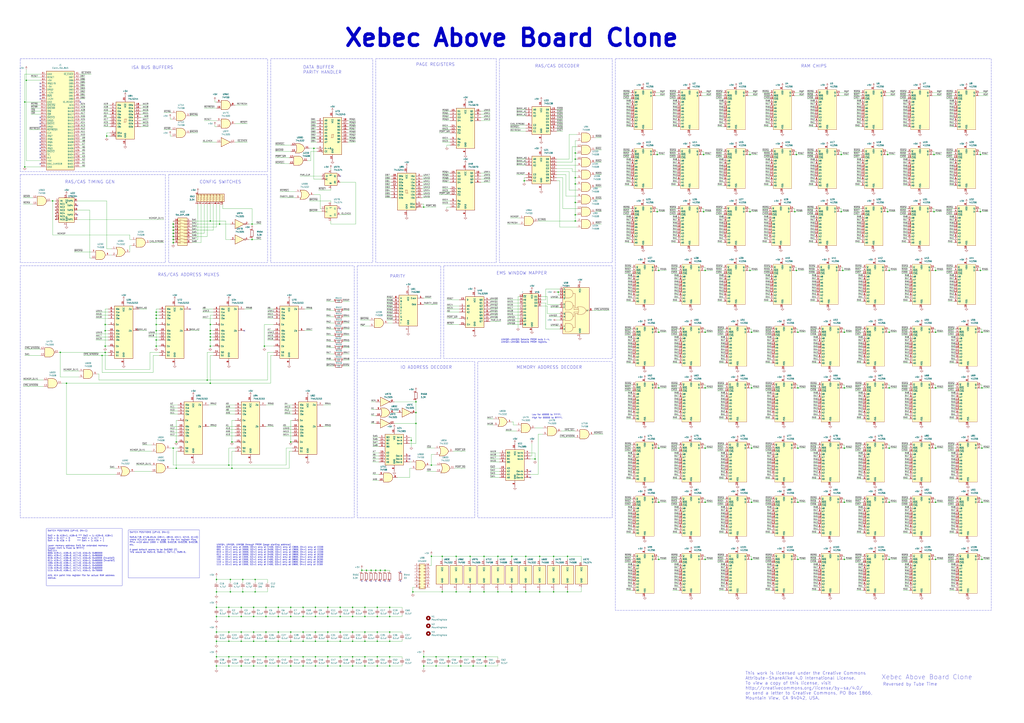
<source format=kicad_sch>
(kicad_sch (version 20230121) (generator eeschema)
  (paper "A1")
  (junction (at 439.42 377.19))
  (junction (at 730.25 318.77))
  (junction (at 805.18 222.25))
  (junction (at 308.61 468.63))
  (junction (at 472.44 151.13))
  (junction (at 238.76 519.43))
  (junction (at 655.32 318.77))
  (junction (at 320.04 519.43))
  (junction (at 177.8 527.05))
  (junction (at 579.12 318.77))
  (junction (at 341.63 339.09))
  (junction (at 378.46 547.37))
  (junction (at 431.8 486.41))
  (junction (at 730.25 459.74))
  (junction (at 358.14 547.37))
  (junction (at 539.75 173.99))
  (junction (at 654.05 127))
  (junction (at 693.42 318.77))
  (junction (at 269.24 527.05))
  (junction (at 238.76 499.11))
  (junction (at 209.55 486.41))
  (junction (at 187.96 382.27))
  (junction (at 347.98 539.75))
  (junction (at 199.39 486.41))
  (junction (at 806.45 412.75))
  (junction (at 363.22 486.41))
  (junction (at 420.37 486.41))
  (junction (at 320.04 499.11))
  (junction (at 768.35 412.75))
  (junction (at 654.05 222.25))
  (junction (at 615.95 222.25))
  (junction (at 443.23 486.41))
  (junction (at 690.88 127))
  (junction (at 299.72 539.75))
  (junction (at 615.95 173.99))
  (junction (at 257.81 121.92))
  (junction (at 397.51 486.41))
  (junction (at 728.98 127))
  (junction (at 279.4 519.43))
  (junction (at 768.35 222.25))
  (junction (at 466.09 486.41))
  (junction (at 289.56 547.37))
  (junction (at 309.88 547.37))
  (junction (at 207.01 196.85))
  (junction (at 238.76 539.75))
  (junction (at 177.8 506.73))
  (junction (at 316.23 468.63))
  (junction (at 806.45 459.74))
  (junction (at 398.78 539.75))
  (junction (at 20.32 137.16))
  (junction (at 238.76 527.05))
  (junction (at 539.75 127))
  (junction (at 128.27 261.62))
  (junction (at 368.3 539.75))
  (junction (at 806.45 318.77))
  (junction (at 299.72 499.11))
  (junction (at 172.72 276.86))
  (junction (at 207.01 184.15))
  (junction (at 767.08 127))
  (junction (at 289.56 499.11))
  (junction (at 208.28 499.11))
  (junction (at 454.66 486.41))
  (junction (at 259.08 506.73))
  (junction (at 655.32 412.75))
  (junction (at 187.96 527.05))
  (junction (at 128.27 266.7))
  (junction (at 363.22 457.2))
  (junction (at 443.23 457.2))
  (junction (at 339.09 486.41))
  (junction (at 730.25 368.3))
  (junction (at 228.6 506.73))
  (junction (at 248.92 499.11))
  (junction (at 341.63 330.2))
  (junction (at 730.25 412.75))
  (junction (at 177.8 539.75))
  (junction (at 142.24 194.31))
  (junction (at 218.44 527.05))
  (junction (at 693.42 273.05))
  (junction (at 187.96 547.37))
  (junction (at 374.65 486.41))
  (junction (at 541.02 318.77))
  (junction (at 289.56 519.43))
  (junction (at 20.32 83.82))
  (junction (at 289.56 539.75))
  (junction (at 300.99 468.63))
  (junction (at 579.12 368.3))
  (junction (at 388.62 547.37))
  (junction (at 259.08 499.11))
  (junction (at 472.44 181.61))
  (junction (at 144.78 363.22))
  (junction (at 279.4 547.37))
  (junction (at 128.27 279.4))
  (junction (at 615.95 127))
  (junction (at 374.65 457.2))
  (junction (at 472.44 166.37))
  (junction (at 354.33 457.2))
  (junction (at 198.12 539.75))
  (junction (at 87.63 111.76))
  (junction (at 189.23 486.41))
  (junction (at 368.3 547.37))
  (junction (at 472.44 176.53))
  (junction (at 309.88 499.11))
  (junction (at 309.88 519.43))
  (junction (at 655.32 459.74))
  (junction (at 279.4 539.75))
  (junction (at 386.08 486.41))
  (junction (at 43.18 165.1))
  (junction (at 693.42 368.3))
  (junction (at 472.44 130.81))
  (junction (at 172.72 279.4))
  (junction (at 248.92 547.37))
  (junction (at 142.24 189.23))
  (junction (at 238.76 506.73))
  (junction (at 617.22 318.77))
  (junction (at 187.96 499.11))
  (junction (at 541.02 222.25))
  (junction (at 238.76 547.37))
  (junction (at 269.24 539.75))
  (junction (at 208.28 527.05))
  (junction (at 767.08 173.99))
  (junction (at 172.72 266.7))
  (junction (at 347.98 170.18))
  (junction (at 577.85 173.99))
  (junction (at 693.42 459.74))
  (junction (at 541.02 412.75))
  (junction (at 170.18 312.42))
  (junction (at 299.72 506.73))
  (junction (at 198.12 506.73))
  (junction (at 617.22 459.74))
  (junction (at 228.6 539.75))
  (junction (at 408.94 457.2))
  (junction (at 128.27 256.54))
  (junction (at 259.08 519.43))
  (junction (at 312.42 468.63))
  (junction (at 297.18 468.63))
  (junction (at 579.12 459.74))
  (junction (at 180.34 184.15))
  (junction (at 177.8 519.43))
  (junction (at 228.6 527.05))
  (junction (at 378.46 539.75))
  (junction (at 248.92 527.05))
  (junction (at 248.92 539.75))
  (junction (at 187.96 539.75))
  (junction (at 386.08 457.2))
  (junction (at 218.44 547.37))
  (junction (at 269.24 506.73))
  (junction (at 577.85 127))
  (junction (at 805.18 127))
  (junction (at 128.27 271.78))
  (junction (at 142.24 184.15))
  (junction (at 431.8 457.2))
  (junction (at 208.28 547.37))
  (junction (at 259.08 527.05))
  (junction (at 142.24 196.85))
  (junction (at 458.47 240.03))
  (junction (at 209.55 476.25))
  (junction (at 309.88 539.75))
  (junction (at 238.76 363.22))
  (junction (at 541.02 368.3))
  (junction (at 269.24 499.11))
  (junction (at 579.12 273.05))
  (junction (at 269.24 547.37))
  (junction (at 128.27 259.08))
  (junction (at 198.12 547.37))
  (junction (at 142.24 199.39))
  (junction (at 420.37 457.2))
  (junction (at 693.42 412.75))
  (junction (at 728.98 173.99))
  (junction (at 299.72 547.37))
  (junction (at 142.24 191.77))
  (junction (at 408.94 486.41))
  (junction (at 617.22 412.75))
  (junction (at 187.96 506.73))
  (junction (at 208.28 519.43))
  (junction (at 454.66 457.2))
  (junction (at 218.44 519.43))
  (junction (at 289.56 506.73))
  (junction (at 805.18 173.99))
  (junction (at 49.53 289.56))
  (junction (at 472.44 125.73))
  (junction (at 177.8 486.41))
  (junction (at 172.72 314.96))
  (junction (at 177.8 499.11))
  (junction (at 579.12 222.25))
  (junction (at 248.92 519.43))
  (junction (at 86.36 266.7))
  (junction (at 730.25 273.05))
  (junction (at 768.35 459.74))
  (junction (at 86.36 284.48))
  (junction (at 248.92 506.73))
  (junction (at 320.04 527.05))
  (junction (at 217.17 284.48))
  (junction (at 218.44 499.11))
  (junction (at 177.8 547.37))
  (junction (at 354.33 382.27))
  (junction (at 690.88 173.99))
  (junction (at 806.45 273.05))
  (junction (at 299.72 519.43))
  (junction (at 190.5 363.22))
  (junction (at 279.4 506.73))
  (junction (at 652.78 173.99))
  (junction (at 172.72 271.78))
  (junction (at 142.24 186.69))
  (junction (at 617.22 368.3))
  (junction (at 337.82 361.95))
  (junction (at 86.36 289.56))
  (junction (at 579.12 412.75))
  (junction (at 187.96 519.43))
  (junction (at 86.36 271.78))
  (junction (at 655.32 273.05))
  (junction (at 617.22 273.05))
  (junction (at 358.14 539.75))
  (junction (at 730.25 222.25))
  (junction (at 177.8 476.25))
  (junction (at 541.02 273.05))
  (junction (at 218.44 539.75))
  (junction (at 388.62 539.75))
  (junction (at 768.35 273.05))
  (junction (at 309.88 527.05))
  (junction (at 208.28 539.75))
  (junction (at 172.72 284.48))
  (junction (at 198.12 527.05))
  (junction (at 320.04 506.73))
  (junction (at 397.51 457.2))
  (junction (at 144.78 384.81))
  (junction (at 189.23 476.25))
  (junction (at 289.56 527.05))
  (junction (at 299.72 527.05))
  (junction (at 208.28 506.73))
  (junction (at 228.6 519.43))
  (junction (at 304.8 468.63))
  (junction (at 259.08 539.75))
  (junction (at 692.15 222.25))
  (junction (at 320.04 547.37))
  (junction (at 172.72 181.61))
  (junction (at 228.6 499.11))
  (junction (at 806.45 368.3))
  (junction (at 128.27 284.48))
  (junction (at 218.44 506.73))
  (junction (at 430.53 148.59))
  (junction (at 21.59 66.04))
  (junction (at 341.63 347.98))
  (junction (at 198.12 499.11))
  (junction (at 228.6 547.37))
  (junction (at 347.98 547.37))
  (junction (at 279.4 527.05))
  (junction (at 54.61 314.96))
  (junction (at 320.04 539.75))
  (junction (at 172.72 274.32))
  (junction (at 198.12 519.43))
  (junction (at 541.02 459.74))
  (junction (at 190.5 384.81))
  (junction (at 83.82 292.1))
  (junction (at 398.78 547.37))
  (junction (at 199.39 476.25))
  (junction (at 309.88 506.73))
  (junction (at 279.4 499.11))
  (junction (at 768.35 368.3))
  (junction (at 269.24 519.43))
  (junction (at 259.08 547.37))
  (junction (at 466.09 457.2))
  (junction (at 768.35 318.77))
  (junction (at 472.44 146.05))
  (junction (at 142.24 368.3))
  (junction (at 655.32 368.3))
  (no_connect (at 33.02 121.92))
  (no_connect (at 279.4 171.45))
  (no_connect (at 200.66 271.78))
  (no_connect (at 66.04 83.82))
  (no_connect (at 33.02 114.3))
  (no_connect (at 33.02 129.54))
  (no_connect (at 33.02 99.06))
  (no_connect (at 279.4 144.78))
  (no_connect (at 156.21 254))
  (no_connect (at 297.18 477.52))
  (no_connect (at 33.02 68.58))
  (no_connect (at 312.42 477.52))
  (no_connect (at 33.02 81.28))
  (no_connect (at 33.02 73.66))
  (no_connect (at 33.02 78.74))
  (no_connect (at 33.02 101.6))
  (no_connect (at 328.93 477.52))
  (no_connect (at 320.04 477.52))
  (no_connect (at 33.02 104.14))
  (no_connect (at 33.02 76.2))
  (no_connect (at 336.55 374.65))
  (no_connect (at 308.61 477.52))
  (no_connect (at 33.02 134.62))
  (no_connect (at 336.55 377.19))
  (no_connect (at 300.99 477.52))
  (no_connect (at 328.93 469.9))
  (no_connect (at 33.02 116.84))
  (no_connect (at 33.02 127))
  (no_connect (at 63.5 168.91))
  (no_connect (at 33.02 119.38))
  (no_connect (at 435.61 392.43))
  (no_connect (at 435.61 387.35))
  (no_connect (at 33.02 111.76))
  (no_connect (at 316.23 477.52))
  (no_connect (at 33.02 109.22))
  (no_connect (at 33.02 71.12))
  (no_connect (at 33.02 124.46))
  (no_connect (at 33.02 96.52))
  (no_connect (at 63.5 176.53))
  (no_connect (at 304.8 477.52))
  (wire (pts (xy 742.95 328.93) (xy 746.76 328.93)))
  (wire (pts (xy 668.02 285.75) (xy 671.83 285.75)))
  (wire (pts (xy 552.45 91.44) (xy 556.26 91.44)))
  (wire (pts (xy 552.45 196.85) (xy 556.26 196.85)))
  (wire (pts (xy 665.48 139.7) (xy 669.29 139.7)))
  (wire (pts (xy 730.25 368.3) (xy 736.6 368.3)))
  (wire (pts (xy 170.18 289.56) (xy 170.18 312.42)))
  (wire (pts (xy 805.18 124.46) (xy 805.18 127)))
  (wire (pts (xy 363.22 149.86) (xy 369.57 149.86)))
  (wire (pts (xy 741.68 179.07) (xy 745.49 179.07)))
  (wire (pts (xy 664.21 222.25) (xy 670.56 222.25)))
  (wire (pts (xy 513.08 412.75) (xy 519.43 412.75)))
  (wire (pts (xy 177.8 547.37) (xy 177.8 549.91)))
  (wire (pts (xy 668.02 420.37) (xy 671.83 420.37)))
  (wire (pts (xy 668.02 386.08) (xy 671.83 386.08)))
  (wire (pts (xy 177.8 506.73) (xy 177.8 509.27)))
  (wire (pts (xy 372.11 370.84) (xy 382.27 370.84)))
  (wire (pts (xy 668.02 278.13) (xy 671.83 278.13)))
  (wire (pts (xy 255.27 99.06) (xy 260.35 99.06)))
  (wire (pts (xy 259.08 539.75) (xy 269.24 539.75)))
  (wire (pts (xy 248.92 519.43) (xy 259.08 519.43)))
  (wire (pts (xy 156.21 271.78) (xy 163.83 271.78)))
  (wire (pts (xy 78.74 256.54) (xy 88.9 256.54)))
  (wire (pts (xy 741.68 99.06) (xy 745.49 99.06)))
  (wire (pts (xy 539.75 365.76) (xy 541.02 365.76)))
  (wire (pts (xy 363.22 165.1) (xy 369.57 165.1)))
  (wire (pts (xy 628.65 91.44) (xy 632.46 91.44)))
  (wire (pts (xy 238.76 547.37) (xy 238.76 546.1)))
  (wire (pts (xy 551.18 368.3) (xy 557.53 368.3)))
  (wire (pts (xy 232.41 353.06) (xy 240.03 353.06)))
  (wire (pts (xy 805.18 368.3) (xy 806.45 368.3)))
  (wire (pts (xy 208.28 519.43) (xy 218.44 519.43)))
  (wire (pts (xy 110.49 387.35) (xy 124.46 387.35)))
  (wire (pts (xy 538.48 76.2) (xy 546.1 76.2)))
  (wire (pts (xy 742.95 474.98) (xy 746.76 474.98)))
  (wire (pts (xy 435.61 374.65) (xy 436.88 374.65)))
  (wire (pts (xy 255.27 111.76) (xy 260.35 111.76)))
  (wire (pts (xy 779.78 93.98) (xy 783.59 93.98)))
  (wire (pts (xy 629.92 323.85) (xy 633.73 323.85)))
  (wire (pts (xy 114.3 271.78) (xy 120.65 271.78)))
  (wire (pts (xy 779.78 99.06) (xy 783.59 99.06)))
  (wire (pts (xy 728.98 171.45) (xy 728.98 173.99)))
  (wire (pts (xy 655.32 410.21) (xy 655.32 412.75)))
  (wire (pts (xy 78.74 276.86) (xy 88.9 276.86)))
  (wire (pts (xy 378.46 539.75) (xy 378.46 541.02)))
  (wire (pts (xy 551.18 410.21) (xy 557.53 410.21)))
  (wire (pts (xy 552.45 147.32) (xy 556.26 147.32)))
  (wire (pts (xy 579.12 316.23) (xy 579.12 318.77)))
  (wire (pts (xy 628.65 227.33) (xy 632.46 227.33)))
  (wire (pts (xy 727.71 78.74) (xy 735.33 78.74)))
  (wire (pts (xy 629.92 482.6) (xy 633.73 482.6)))
  (wire (pts (xy 779.78 184.15) (xy 783.59 184.15)))
  (wire (pts (xy 350.52 368.3) (xy 356.87 368.3)))
  (wire (pts (xy 274.32 255.27) (xy 267.97 255.27)))
  (wire (pts (xy 90.17 209.55) (xy 91.44 209.55)))
  (wire (pts (xy 316.23 160.02) (xy 321.31 160.02)))
  (wire (pts (xy 142.24 368.3) (xy 142.24 382.27)))
  (wire (pts (xy 515.62 278.13) (xy 519.43 278.13)))
  (wire (pts (xy 444.5 251.46) (xy 449.58 251.46)))
  (wire (pts (xy 704.85 383.54) (xy 708.66 383.54)))
  (wire (pts (xy 185.42 335.28) (xy 193.04 335.28)))
  (wire (pts (xy 157.48 181.61) (xy 172.72 181.61)))
  (wire (pts (xy 579.12 368.3) (xy 585.47 368.3)))
  (wire (pts (xy 123.19 289.56) (xy 130.81 289.56)))
  (wire (pts (xy 668.02 435.61) (xy 671.83 435.61)))
  (wire (pts (xy 665.48 457.2) (xy 671.83 457.2)))
  (wire (pts (xy 408.94 457.2) (xy 420.37 457.2)))
  (wire (pts (xy 477.52 486.41) (xy 477.52 482.6)))
  (wire (pts (xy 367.03 246.38) (xy 377.19 246.38)))
  (wire (pts (xy 702.31 321.31) (xy 708.66 321.31)))
  (wire (pts (xy 233.68 340.36) (xy 240.03 340.36)))
  (wire (pts (xy 590.55 86.36) (xy 594.36 86.36)))
  (wire (pts (xy 664.21 199.39) (xy 669.29 199.39)))
  (wire (pts (xy 402.59 248.92) (xy 408.94 248.92)))
  (wire (pts (xy 629.92 341.63) (xy 633.73 341.63)))
  (wire (pts (xy 668.02 375.92) (xy 671.83 375.92)))
  (wire (pts (xy 400.05 349.25) (xy 405.13 349.25)))
  (wire (pts (xy 665.48 459.74) (xy 671.83 459.74)))
  (wire (pts (xy 116.84 365.76) (xy 124.46 365.76)))
  (wire (pts (xy 591.82 278.13) (xy 595.63 278.13)))
  (wire (pts (xy 66.04 71.12) (xy 69.85 71.12)))
  (wire (pts (xy 285.75 114.3) (xy 292.1 114.3)))
  (wire (pts (xy 703.58 485.14) (xy 708.66 485.14)))
  (wire (pts (xy 654.05 368.3) (xy 655.32 368.3)))
  (wire (pts (xy 193.04 86.36) (xy 203.2 86.36)))
  (wire (pts (xy 781.05 341.63) (xy 784.86 341.63)))
  (wire (pts (xy 441.96 181.61) (xy 472.44 181.61)))
  (wire (pts (xy 781.05 339.09) (xy 784.86 339.09)))
  (wire (pts (xy 367.03 261.62) (xy 377.19 261.62)))
  (wire (pts (xy 551.18 412.75) (xy 557.53 412.75)))
  (wire (pts (xy 590.55 149.86) (xy 594.36 149.86)))
  (wire (pts (xy 591.82 381) (xy 595.63 381)))
  (wire (pts (xy 591.82 280.67) (xy 595.63 280.67)))
  (wire (pts (xy 614.68 173.99) (xy 615.95 173.99)))
  (wire (pts (xy 627.38 196.85) (xy 631.19 196.85)))
  (wire (pts (xy 779.78 229.87) (xy 783.59 229.87)))
  (wire (pts (xy 781.05 290.83) (xy 784.86 290.83)))
  (wire (pts (xy 467.36 130.81) (xy 467.36 110.49)))
  (wire (pts (xy 740.41 368.3) (xy 746.76 368.3)))
  (wire (pts (xy 515.62 290.83) (xy 519.43 290.83)))
  (wire (pts (xy 515.62 234.95) (xy 519.43 234.95)))
  (wire (pts (xy 199.39 486.41) (xy 209.55 486.41)))
  (wire (pts (xy 177.8 539.75) (xy 177.8 541.02)))
  (wire (pts (xy 128.27 271.78) (xy 130.81 271.78)))
  (wire (pts (xy 285.75 99.06) (xy 292.1 99.06)))
  (wire (pts (xy 781.05 417.83) (xy 784.86 417.83)))
  (wire (pts (xy 668.02 341.63) (xy 671.83 341.63)))
  (wire (pts (xy 459.74 148.59) (xy 459.74 186.69)))
  (wire (pts (xy 287.02 300.99) (xy 281.94 300.99)))
  (wire (pts (xy 778.51 316.23) (xy 784.86 316.23)))
  (wire (pts (xy 590.55 344.17) (xy 595.63 344.17)))
  (wire (pts (xy 388.62 539.75) (xy 398.78 539.75)))
  (wire (pts (xy 779.78 137.16) (xy 783.59 137.16)))
  (wire (pts (xy 739.14 129.54) (xy 745.49 129.54)))
  (wire (pts (xy 426.72 243.84) (xy 425.45 243.84)))
  (wire (pts (xy 579.12 219.71) (xy 579.12 222.25)))
  (wire (pts (xy 170.18 194.31) (xy 170.18 167.64)))
  (wire (pts (xy 130.81 266.7) (xy 128.27 266.7)))
  (wire (pts (xy 472.44 151.13) (xy 473.71 151.13)))
  (wire (pts (xy 742.95 417.83) (xy 746.76 417.83)))
  (wire (pts (xy 142.24 199.39) (xy 142.24 200.66)))
  (wire (pts (xy 514.35 184.15) (xy 518.16 184.15)))
  (wire (pts (xy 513.08 462.28) (xy 519.43 462.28)))
  (wire (pts (xy 167.64 99.06) (xy 177.8 99.06)))
  (wire (pts (xy 297.18 468.63) (xy 297.18 469.9)))
  (wire (pts (xy 171.45 350.52) (xy 177.8 350.52)))
  (wire (pts (xy 703.58 181.61) (xy 707.39 181.61)))
  (wire (pts (xy 378.46 547.37) (xy 378.46 546.1)))
  (wire (pts (xy 87.63 111.76) (xy 90.17 111.76)))
  (wire (pts (xy 629.92 295.91) (xy 633.73 295.91)))
  (wire (pts (xy 662.94 81.28) (xy 669.29 81.28)))
  (wire (pts (xy 218.44 499.11) (xy 218.44 500.38)))
  (wire (pts (xy 515.62 435.61) (xy 519.43 435.61)))
  (wire (pts (xy 299.72 506.73) (xy 299.72 505.46)))
  (wire (pts (xy 577.85 412.75) (xy 579.12 412.75)))
  (wire (pts (xy 552.45 247.65) (xy 557.53 247.65)))
  (wire (pts (xy 778.51 318.77) (xy 784.86 318.77)))
  (wire (pts (xy 589.28 273.05) (xy 595.63 273.05)))
  (wire (pts (xy 803.91 222.25) (xy 805.18 222.25)))
  (wire (pts (xy 368.3 539.75) (xy 368.3 541.02)))
  (wire (pts (xy 665.48 186.69) (xy 669.29 186.69)))
  (wire (pts (xy 665.48 91.44) (xy 669.29 91.44)))
  (wire (pts (xy 374.65 457.2) (xy 386.08 457.2)))
  (wire (pts (xy 363.22 96.52) (xy 369.57 96.52)))
  (wire (pts (xy 515.62 323.85) (xy 519.43 323.85)))
  (wire (pts (xy 66.04 81.28) (xy 69.85 81.28)))
  (wire (pts (xy 629.92 430.53) (xy 633.73 430.53)))
  (wire (pts (xy 665.48 194.31) (xy 669.29 194.31)))
  (wire (pts (xy 552.45 86.36) (xy 556.26 86.36)))
  (wire (pts (xy 402.59 387.35) (xy 410.21 387.35)))
  (wire (pts (xy 741.68 194.31) (xy 745.49 194.31)))
  (wire (pts (xy 730.25 365.76) (xy 730.25 368.3)))
  (wire (pts (xy 628.65 234.95) (xy 632.46 234.95)))
  (wire (pts (xy 457.2 143.51) (xy 464.82 143.51)))
  (wire (pts (xy 778.51 365.76) (xy 784.86 365.76)))
  (wire (pts (xy 779.78 91.44) (xy 783.59 91.44)))
  (wire (pts (xy 66.04 86.36) (xy 69.85 86.36)))
  (wire (pts (xy 139.7 110.49) (xy 139.7 111.76)))
  (wire (pts (xy 689.61 124.46) (xy 690.88 124.46)))
  (wire (pts (xy 269.24 539.75) (xy 269.24 541.02)))
  (wire (pts (xy 539.75 270.51) (xy 541.02 270.51)))
  (wire (pts (xy 140.97 92.71) (xy 134.62 92.71)))
  (wire (pts (xy 367.03 120.65) (xy 367.03 119.38)))
  (wire (pts (xy 742.95 477.52) (xy 746.76 477.52)))
  (wire (pts (xy 628.65 242.57) (xy 632.46 242.57)))
  (wire (pts (xy 655.32 412.75) (xy 661.67 412.75)))
  (wire (pts (xy 514.35 137.16) (xy 518.16 137.16)))
  (wire (pts (xy 778.51 412.75) (xy 784.86 412.75)))
  (wire (pts (xy 511.81 127) (xy 518.16 127)))
  (wire (pts (xy 589.28 459.74) (xy 595.63 459.74)))
  (wire (pts (xy 588.01 127) (xy 594.36 127)))
  (wire (pts (xy 402.59 389.89) (xy 410.21 389.89)))
  (wire (pts (xy 742.95 422.91) (xy 746.76 422.91)))
  (wire (pts (xy 443.23 457.2) (xy 443.23 459.74)))
  (wire (pts (xy 128.27 279.4) (xy 130.81 279.4)))
  (wire (pts (xy 128.27 259.08) (xy 128.27 261.62)))
  (wire (pts (xy 367.03 256.54) (xy 377.19 256.54)))
  (wire (pts (xy 627.38 179.07) (xy 631.19 179.07)))
  (wire (pts (xy 588.01 173.99) (xy 594.36 173.99)))
  (wire (pts (xy 626.11 199.39) (xy 631.19 199.39)))
  (wire (pts (xy 590.55 88.9) (xy 594.36 88.9)))
  (wire (pts (xy 309.88 519.43) (xy 309.88 520.7)))
  (wire (pts (xy 190.5 370.84) (xy 193.04 370.84)))
  (wire (pts (xy 742.95 280.67) (xy 746.76 280.67)))
  (wire (pts (xy 177.8 506.73) (xy 177.8 505.46)))
  (wire (pts (xy 515.62 422.91) (xy 519.43 422.91)))
  (wire (pts (xy 551.18 152.4) (xy 556.26 152.4)))
  (wire (pts (xy 66.04 93.98) (xy 69.85 93.98)))
  (wire (pts (xy 629.92 326.39) (xy 633.73 326.39)))
  (wire (pts (xy 742.95 323.85) (xy 746.76 323.85)))
  (wire (pts (xy 704.85 422.91) (xy 708.66 422.91)))
  (wire (pts (xy 513.08 199.39) (xy 518.16 199.39)))
  (wire (pts (xy 238.76 539.75) (xy 248.92 539.75)))
  (wire (pts (xy 628.65 147.32) (xy 632.46 147.32)))
  (wire (pts (xy 128.27 254) (xy 128.27 256.54)))
  (wire (pts (xy 515.62 472.44) (xy 519.43 472.44)))
  (wire (pts (xy 306.07 389.89) (xy 311.15 389.89)))
  (wire (pts (xy 693.42 270.51) (xy 693.42 273.05)))
  (wire (pts (xy 781.05 383.54) (xy 784.86 383.54)))
  (wire (pts (xy 651.51 173.99) (xy 652.78 173.99)))
  (wire (pts (xy 727.71 171.45) (xy 728.98 171.45)))
  (wire (pts (xy 765.81 171.45) (xy 767.08 171.45)))
  (wire (pts (xy 306.07 372.11) (xy 311.15 372.11)))
  (wire (pts (xy 259.08 527.05) (xy 269.24 527.05)))
  (wire (pts (xy 765.81 78.74) (xy 773.43 78.74)))
  (wire (pts (xy 703.58 393.7) (xy 708.66 393.7)))
  (wire (pts (xy 742.95 285.75) (xy 746.76 285.75)))
  (wire (pts (xy 408.94 486.41) (xy 408.94 485.14)))
  (wire (pts (xy 513.08 415.29) (xy 519.43 415.29)))
  (wire (pts (xy 692.15 318.77) (xy 693.42 318.77)))
  (wire (pts (xy 628.65 415.29) (xy 633.73 415.29)))
  (wire (pts (xy 472.44 181.61) (xy 473.71 181.61)))
  (wire (pts (xy 588.01 219.71) (xy 594.36 219.71)))
  (wire (pts (xy 172.72 274.32) (xy 172.72 276.86)))
  (wire (pts (xy 549.91 129.54) (xy 556.26 129.54)))
  (wire (pts (xy 704.85 323.85) (xy 708.66 323.85)))
  (wire (pts (xy 704.85 283.21) (xy 708.66 283.21)))
  (wire (pts (xy 742.95 237.49) (xy 746.76 237.49)))
  (wire (pts (xy 741.68 88.9) (xy 745.49 88.9)))
  (wire (pts (xy 86.36 254) (xy 86.36 266.7)))
  (wire (pts (xy 306.07 394.97) (xy 311.15 394.97)))
  (wire (pts (xy 702.31 370.84) (xy 708.66 370.84)))
  (wire (pts (xy 441.96 356.87) (xy 441.96 389.89)))
  (wire (pts (xy 457.2 102.87) (xy 462.28 102.87)))
  (wire (pts (xy 128.27 256.54) (xy 128.27 259.08)))
  (wire (pts (xy 553.72 386.08) (xy 557.53 386.08)))
  (wire (pts (xy 255.27 132.08) (xy 255.27 124.46)))
  (wire (pts (xy 539.75 412.75) (xy 541.02 412.75)))
  (wire (pts (xy 511.81 124.46) (xy 518.16 124.46)))
  (wire (pts (xy 551.18 273.05) (xy 557.53 273.05)))
  (wire (pts (xy 514.35 181.61) (xy 518.16 181.61)))
  (wire (pts (xy 464.82 143.51) (xy 464.82 161.29)))
  (wire (pts (xy 177.8 519.43) (xy 187.96 519.43)))
  (wire (pts (xy 346.71 162.56) (xy 353.06 162.56)))
  (wire (pts (xy 421.64 346.71) (xy 421.64 349.25)))
  (wire (pts (xy 367.03 119.38) (xy 369.57 119.38)))
  (wire (pts (xy 589.28 152.4) (xy 594.36 152.4)))
  (wire (pts (xy 741.68 83.82) (xy 745.49 83.82)))
  (wire (pts (xy 591.82 334.01) (xy 595.63 334.01)))
  (wire (pts (xy 767.08 457.2) (xy 768.35 457.2)))
  (wire (pts (xy 538.48 127) (xy 539.75 127)))
  (wire (pts (xy 654.05 410.21) (xy 655.32 410.21)))
  (wire (pts (xy 48.26 289.56) (xy 49.53 289.56)))
  (wire (pts (xy 172.72 181.61) (xy 185.42 181.61)))
  (wire (pts (xy 330.2 547.37) (xy 330.2 546.1)))
  (wire (pts (xy 219.71 256.54) (xy 224.79 256.54)))
  (wire (pts (xy 781.05 295.91) (xy 784.86 295.91)))
  (wire (pts (xy 627.38 186.69) (xy 631.19 186.69)))
  (wire (pts (xy 778.51 321.31) (xy 784.86 321.31)))
  (wire (pts (xy 703.58 88.9) (xy 707.39 88.9)))
  (wire (pts (xy 591.82 373.38) (xy 595.63 373.38)))
  (wire (pts (xy 692.15 270.51) (xy 693.42 270.51)))
  (wire (pts (xy 740.41 412.75) (xy 746.76 412.75)))
  (wire (pts (xy 728.98 410.21) (xy 730.25 410.21)))
  (wire (pts (xy 617.22 459.74) (xy 623.57 459.74)))
  (wire (pts (xy 577.85 219.71) (xy 579.12 219.71)))
  (wire (pts (xy 702.31 415.29) (xy 708.66 415.29)))
  (wire (pts (xy 363.22 457.2) (xy 374.65 457.2)))
  (wire (pts (xy 701.04 81.28) (xy 707.39 81.28)))
  (wire (pts (xy 741.68 147.32) (xy 745.49 147.32)))
  (wire (pts (xy 289.56 527.05) (xy 289.56 525.78)))
  (wire (pts (xy 662.94 78.74) (xy 669.29 78.74)))
  (wire (pts (xy 662.94 173.99) (xy 669.29 173.99)))
  (wire (pts (xy 701.04 171.45) (xy 707.39 171.45)))
  (wire (pts (xy 218.44 527.05) (xy 218.44 525.78)))
  (wire (pts (xy 363.22 147.32) (xy 369.57 147.32)))
  (wire (pts (xy 128.27 271.78) (xy 128.27 279.4)))
  (wire (pts (xy 779.78 144.78) (xy 783.59 144.78)))
  (wire (pts (xy 185.42 181.61) (xy 185.42 196.85)))
  (wire (pts (xy 255.27 101.6) (xy 260.35 101.6)))
  (wire (pts (xy 551.18 365.76) (xy 557.53 365.76)))
  (wire (pts (xy 226.06 129.54) (xy 237.49 129.54)))
  (wire (pts (xy 703.58 101.6) (xy 707.39 101.6)))
  (wire (pts (xy 21.59 66.04) (xy 33.02 66.04)))
  (wire (pts (xy 693.42 368.3) (xy 699.77 368.3)))
  (wire (pts (xy 781.05 323.85) (xy 784.86 323.85)))
  (wire (pts (xy 20.32 292.1) (xy 33.02 292.1)))
  (wire (pts (xy 515.62 386.08) (xy 519.43 386.08)))
  (wire (pts (xy 346.71 149.86) (xy 353.06 149.86)))
  (wire (pts (xy 346.71 147.32) (xy 353.06 147.32)))
  (wire (pts (xy 85.09 104.14) (xy 90.17 104.14)))
  (wire (pts (xy 781.05 336.55) (xy 784.86 336.55)))
  (wire (pts (xy 741.68 191.77) (xy 745.49 191.77)))
  (wire (pts (xy 514.35 88.9) (xy 518.16 88.9)))
  (wire (pts (xy 257.81 121.92) (xy 257.81 147.32)))
  (wire (pts (xy 704.85 480.06) (xy 708.66 480.06)))
  (wire (pts (xy 553.72 227.33) (xy 557.53 227.33)))
  (wire (pts (xy 306.07 361.95) (xy 311.15 361.95)))
  (wire (pts (xy 552.45 137.16) (xy 556.26 137.16)))
  (wire (pts (xy 779.78 234.95) (xy 783.59 234.95)))
  (wire (pts (xy 626.11 76.2) (xy 632.46 76.2)))
  (wire (pts (xy 692.15 457.2) (xy 693.42 457.2)))
  (wire (pts (xy 742.95 373.38) (xy 746.76 373.38)))
  (wire (pts (xy 779.78 132.08) (xy 783.59 132.08)))
  (wire (pts (xy 515.62 425.45) (xy 519.43 425.45)))
  (wire (pts (xy 363.22 106.68) (xy 369.57 106.68)))
  (wire (pts (xy 628.65 134.62) (xy 632.46 134.62)))
  (wire (pts (xy 779.78 240.03) (xy 783.59 240.03)))
  (wire (pts (xy 144.78 370.84) (xy 144.78 384.81)))
  (wire (pts (xy 439.42 377.19) (xy 439.42 378.46)))
  (wire (pts (xy 577.85 127) (xy 584.2 127)))
  (wire (pts (xy 66.04 119.38) (xy 69.85 119.38)))
  (wire (pts (xy 654.05 270.51) (xy 655.32 270.51)))
  (wire (pts (xy 448.31 270.51) (xy 448.31 248.92)))
  (wire (pts (xy 289.56 519.43) (xy 289.56 520.7)))
  (wire (pts (xy 435.61 389.89) (xy 441.96 389.89)))
  (wire (pts (xy 515.62 339.09) (xy 519.43 339.09)))
  (wire (pts (xy 739.14 124.46) (xy 745.49 124.46)))
  (wire (pts (xy 454.66 486.41) (xy 466.09 486.41)))
  (wire (pts (xy 577.85 410.21) (xy 579.12 410.21)))
  (wire (pts (xy 515.62 373.38) (xy 519.43 373.38)))
  (wire (pts (xy 541.02 270.51) (xy 541.02 273.05)))
  (wire (pts (xy 665.48 462.28) (xy 671.83 462.28)))
  (wire (pts (xy 354.33 382.27) (xy 353.06 382.27)))
  (wire (pts (xy 779.78 196.85) (xy 783.59 196.85)))
  (wire (pts (xy 579.12 410.21) (xy 579.12 412.75)))
  (wire (pts (xy 664.21 219.71) (xy 670.56 219.71)))
  (wire (pts (xy 363.22 104.14) (xy 369.57 104.14)))
  (wire (pts (xy 394.97 91.44) (xy 402.59 91.44)))
  (wire (pts (xy 309.88 539.75) (xy 320.04 539.75)))
  (wire (pts (xy 20.32 287.02) (xy 33.02 287.02)))
  (wire (pts (xy 416.56 261.62) (xy 426.72 261.62)))
  (wire (pts (xy 488.95 153.67) (xy 494.03 153.67)))
  (wire (pts (xy 779.78 149.86) (xy 783.59 149.86)))
  (wire (pts (xy 654.05 124.46) (xy 654.05 127)))
  (wire (pts (xy 346.71 157.48) (xy 353.06 157.48)))
  (wire (pts (xy 629.92 290.83) (xy 633.73 290.83)))
  (wire (pts (xy 177.8 186.69) (xy 177.8 167.64)))
  (wire (pts (xy 777.24 127) (xy 783.59 127)))
  (wire (pts (xy 665.48 88.9) (xy 669.29 88.9)))
  (wire (pts (xy 374.65 486.41) (xy 374.65 485.14)))
  (wire (pts (xy 627.38 189.23) (xy 631.19 189.23)))
  (wire (pts (xy 289.56 547.37) (xy 289.56 546.1)))
  (wire (pts (xy 208.28 527.05) (xy 208.28 525.78)))
  (wire (pts (xy 742.95 433.07) (xy 746.76 433.07)))
  (wire (pts (xy 553.72 245.11) (xy 557.53 245.11)))
  (wire (pts (xy 511.81 173.99) (xy 518.16 173.99)))
  (wire (pts (xy 454.66 486.41) (xy 454.66 485.14)))
  (wire (pts (xy 228.6 506.73) (xy 238.76 506.73)))
  (wire (pts (xy 337.82 359.41) (xy 337.82 361.95)))
  (wire (pts (xy 142.24 368.3) (xy 146.05 368.3)))
  (wire (pts (xy 415.29 354.33) (xy 424.18 354.33)))
  (wire (pts (xy 431.8 457.2) (xy 431.8 459.74)))
  (wire (pts (xy 363.22 154.94) (xy 369.57 154.94)))
  (wire (pts (xy 779.78 245.11) (xy 783.59 245.11)))
  (wire (pts (xy 778.51 462.28) (xy 784.86 462.28)))
  (wire (pts (xy 742.95 326.39) (xy 746.76 326.39)))
  (wire (pts (xy 222.25 292.1) (xy 224.79 292.1)))
  (wire (pts (xy 539.75 273.05) (xy 541.02 273.05)))
  (wire (pts (xy 779.78 485.14) (xy 784.86 485.14)))
  (wire (pts (xy 704.85 469.9) (xy 708.66 469.9)))
  (wire (pts (xy 553.72 480.06) (xy 557.53 480.06)))
  (wire (pts (xy 627.38 194.31) (xy 631.19 194.31)))
  (wire (pts (xy 577.85 457.2) (xy 579.12 457.2)))
  (wire (pts (xy 402.59 246.38) (xy 408.94 246.38)))
  (wire (pts (xy 515.62 326.39) (xy 519.43 326.39)))
  (wire (pts (xy 740.41 415.29) (xy 746.76 415.29)))
  (wire (pts (xy 347.98 547.37) (xy 347.98 546.1)))
  (wire (pts (xy 144.78 384.81) (xy 190.5 384.81)))
  (wire (pts (xy 693.42 412.75) (xy 699.77 412.75)))
  (wire (pts (xy 394.97 147.32) (xy 402.59 147.32)))
  (wire (pts (xy 617.22 318.77) (xy 623.57 318.77)))
  (wire (pts (xy 66.04 124.46) (xy 69.85 124.46)))
  (wire (pts (xy 68.58 292.1) (xy 83.82 292.1)))
  (wire (pts (xy 730.25 457.2) (xy 730.25 459.74)))
  (wire (pts (xy 306.07 359.41) (xy 311.15 359.41)))
  (wire (pts (xy 704.85 373.38) (xy 708.66 373.38)))
  (wire (pts (xy 20.32 83.82) (xy 20.32 60.96)))
  (wire (pts (xy 781.05 386.08) (xy 784.86 386.08)))
  (wire (pts (xy 703.58 344.17) (xy 708.66 344.17)))
  (wire (pts (xy 589.28 270.51) (xy 595.63 270.51)))
  (wire (pts (xy 254 121.92) (xy 257.81 121.92)))
  (wire (pts (xy 157.48 186.69) (xy 177.8 186.69)))
  (wire (pts (xy 121.92 276.86) (xy 130.81 276.86)))
  (wire (pts (xy 739.14 76.2) (xy 745.49 76.2)))
  (wire (pts (xy 768.35 457.2) (xy 768.35 459.74)))
  (wire (pts (xy 704.85 477.52) (xy 708.66 477.52)))
  (wire (pts (xy 66.04 60.96) (xy 74.93 60.96)))
  (wire (pts (xy 287.02 265.43) (xy 281.94 265.43)))
  (wire (pts (xy 668.02 326.39) (xy 671.83 326.39)))
  (wire (pts (xy 513.08 318.77) (xy 519.43 318.77)))
  (wire (pts (xy 591.82 417.83) (xy 595.63 417.83)))
  (wire (pts (xy 781.05 427.99) (xy 784.86 427.99)))
  (wire (pts (xy 767.08 316.23) (xy 768.35 316.23)))
  (wire (pts (xy 285.75 101.6) (xy 292.1 101.6)))
  (wire (pts (xy 689.61 173.99) (xy 690.88 173.99)))
  (wire (pts (xy 704.85 375.92) (xy 708.66 375.92)))
  (wire (pts (xy 590.55 179.07) (xy 594.36 179.07)))
  (wire (pts (xy 139.7 355.6) (xy 146.05 355.6)))
  (wire (pts (xy 662.94 176.53) (xy 669.29 176.53)))
  (wire (pts (xy 78.74 279.4) (xy 88.9 279.4)))
  (wire (pts (xy 590.55 227.33) (xy 594.36 227.33)))
  (wire (pts (xy 539.75 222.25) (xy 541.02 222.25)))
  (wire (pts (xy 386.08 457.2) (xy 397.51 457.2)))
  (wire (pts (xy 443.23 486.41) (xy 443.23 485.14)))
  (wire (pts (xy 741.68 91.44) (xy 745.49 91.44)))
  (wire (pts (xy 552.45 144.78) (xy 556.26 144.78)))
  (wire (pts (xy 190.5 363.22) (xy 193.04 363.22)))
  (wire (pts (xy 767.08 222.25) (xy 768.35 222.25)))
  (wire (pts (xy 285.75 111.76) (xy 292.1 111.76)))
  (wire (pts (xy 627.38 78.74) (xy 632.46 78.74)))
  (wire (pts (xy 654.05 365.76) (xy 655.32 365.76)))
  (wire (pts (xy 388.62 547.37) (xy 388.62 546.1)))
  (wire (pts (xy 666.75 232.41) (xy 670.56 232.41)))
  (wire (pts (xy 269.24 519.43) (xy 269.24 520.7)))
  (wire (pts (xy 668.02 283.21) (xy 671.83 283.21)))
  (wire (pts (xy 41.91 165.1) (xy 43.18 165.1)))
  (wire (pts (xy 217.17 266.7) (xy 224.79 266.7)))
  (wire (pts (xy 552.45 191.77) (xy 556.26 191.77)))
  (wire (pts (xy 765.81 124.46) (xy 767.08 124.46)))
  (wire (pts (xy 741.68 181.61) (xy 745.49 181.61)))
  (wire (pts (xy 591.82 331.47) (xy 595.63 331.47)))
  (wire (pts (xy 360.68 109.22) (xy 369.57 109.22)))
  (wire (pts (xy 139.7 384.81) (xy 144.78 384.81)))
  (wire (pts (xy 628.65 318.77) (xy 633.73 318.77)))
  (wire (pts (xy 779.78 104.14) (xy 783.59 104.14)))
  (wire (pts (xy 250.19 254) (xy 256.54 254)))
  (wire (pts (xy 175.26 266.7) (xy 172.72 266.7)))
  (wire (pts (xy 704.85 237.49) (xy 708.66 237.49)))
  (wire (pts (xy 341.63 330.2) (xy 341.63 339.09)))
  (wire (pts (xy 703.58 83.82) (xy 707.39 83.82)))
  (wire (pts (xy 85.09 93.98) (xy 90.17 93.98)))
  (wire (pts (xy 515.62 420.37) (xy 519.43 420.37)))
  (wire (pts (xy 514.35 298.45) (xy 519.43 298.45)))
  (wire (pts (xy 549.91 124.46) (xy 556.26 124.46)))
  (wire (pts (xy 628.65 93.98) (xy 632.46 93.98)))
  (wire (pts (xy 628.65 229.87) (xy 632.46 229.87)))
  (wire (pts (xy 628.65 88.9) (xy 632.46 88.9)))
  (wire (pts (xy 665.48 415.29) (xy 671.83 415.29)))
  (wire (pts (xy 431.8 146.05) (xy 430.53 146.05)))
  (wire (pts (xy 668.02 295.91) (xy 671.83 295.91)))
  (wire (pts (xy 139.7 96.52) (xy 139.7 97.79)))
  (wire (pts (xy 805.18 219.71) (xy 805.18 222.25)))
  (wire (pts (xy 515.62 474.98) (xy 519.43 474.98)))
  (wire (pts (xy 419.1 102.87) (xy 431.8 102.87)))
  (wire (pts (xy 591.82 433.07) (xy 595.63 433.07)))
  (wire (pts (xy 146.05 370.84) (xy 144.78 370.84)))
  (wire (pts (xy 703.58 96.52) (xy 707.39 96.52)))
  (wire (pts (xy 553.72 435.61) (xy 557.53 435.61)))
  (wire (pts (xy 781.05 391.16) (xy 784.86 391.16)))
  (wire (pts (xy 363.22 144.78) (xy 369.57 144.78)))
  (wire (pts (xy 704.85 331.47) (xy 708.66 331.47)))
  (wire (pts (xy 248.92 527.05) (xy 259.08 527.05)))
  (wire (pts (xy 628.65 393.7) (xy 633.73 393.7)))
  (wire (pts (xy 627.38 191.77) (xy 631.19 191.77)))
  (wire (pts (xy 347.98 167.64) (xy 347.98 170.18)))
  (wire (pts (xy 176.53 83.82) (xy 177.8 83.82)))
  (wire (pts (xy 317.5 245.11) (xy 322.58 245.11)))
  (wire (pts (xy 330.2 539.75) (xy 330.2 541.02)))
  (wire (pts (xy 374.65 457.2) (xy 374.65 459.74)))
  (wire (pts (xy 628.65 321.31) (xy 633.73 321.31)))
  (wire (pts (xy 629.92 386.08) (xy 633.73 386.08)))
  (wire (pts (xy 115.57 91.44) (xy 121.92 91.44)))
  (wire (pts (xy 552.45 189.23) (xy 556.26 189.23)))
  (wire (pts (xy 514.35 83.82) (xy 518.16 83.82)))
  (wire (pts (xy 240.03 345.44) (xy 238.76 345.44)))
  (wire (pts (xy 285.75 109.22) (xy 292.1 109.22)))
  (wire (pts (xy 457.2 95.25) (xy 462.28 95.25)))
  (wire (pts (xy 87.63 204.47) (xy 91.44 204.47)))
  (wire (pts (xy 541.02 368.3) (xy 547.37 368.3)))
  (wire (pts (xy 655.32 457.2) (xy 655.32 459.74)))
  (wire (pts (xy 668.02 482.6) (xy 671.83 482.6)))
  (wire (pts (xy 237.49 384.81) (xy 190.5 384.81)))
  (wire (pts (xy 378.46 539.75) (xy 388.62 539.75)))
  (wire (pts (xy 742.95 242.57) (xy 746.76 242.57)))
  (wire (pts (xy 237.49 370.84) (xy 237.49 384.81)))
  (wire (pts (xy 615.95 127) (xy 622.3 127)))
  (wire (pts (xy 513.08 273.05) (xy 519.43 273.05)))
  (wire (pts (xy 176.53 104.14) (xy 177.8 104.14)))
  (wire (pts (xy 19.05 312.42) (xy 35.56 312.42)))
  (wire (pts (xy 85.09 96.52) (xy 90.17 96.52)))
  (wire (pts (xy 727.71 124.46) (xy 728.98 124.46)))
  (wire (pts (xy 778.51 459.74) (xy 784.86 459.74)))
  (wire (pts (xy 589.28 457.2) (xy 595.63 457.2)))
  (wire (pts (xy 779.78 438.15) (xy 784.86 438.15)))
  (wire (pts (xy 368.3 547.37) (xy 378.46 547.37)))
  (wire (pts (xy 85.09 99.06) (xy 90.17 99.06)))
  (wire (pts (xy 207.01 196.85) (xy 214.63 196.85)))
  (wire (pts (xy 88.9 284.48) (xy 86.36 284.48)))
  (wire (pts (xy 431.8 457.2) (xy 443.23 457.2)))
  (wire (pts (xy 233.68 335.28) (xy 240.03 335.28)))
  (wire (pts (xy 54.61 314.96) (xy 54.61 389.89)))
  (wire (pts (xy 591.82 477.52) (xy 595.63 477.52)))
  (wire (pts (xy 629.92 477.52) (xy 633.73 477.52)))
  (wire (pts (xy 704.85 435.61) (xy 708.66 435.61)))
  (wire (pts (xy 248.92 499.11) (xy 259.08 499.11)))
  (wire (pts (xy 553.72 341.63) (xy 557.53 341.63)))
  (wire (pts (xy 425.45 243.84) (xy 425.45 269.24)))
  (wire (pts (xy 449.58 257.81) (xy 459.74 257.81)))
  (wire (pts (xy 257.81 121.92) (xy 260.35 121.92)))
  (wire (pts (xy 157.48 189.23) (xy 175.26 189.23)))
  (wire (pts (xy 730.25 270.51) (xy 730.25 273.05)))
  (wire (pts (xy 668.02 472.44) (xy 671.83 472.44)))
  (wire (pts (xy 309.88 506.73) (xy 320.04 506.73)))
  (wire (pts (xy 457.2 140.97) (xy 467.36 140.97)))
  (wire (pts (xy 513.08 365.76) (xy 519.43 365.76)))
  (wire (pts (xy 551.18 275.59) (xy 557.53 275.59)))
  (wire (pts (xy 629.92 420.37) (xy 633.73 420.37)))
  (wire (pts (xy 553.72 433.07) (xy 557.53 433.07)))
  (wire (pts (xy 768.35 316.23) (xy 768.35 318.77)))
  (wire (pts (xy 740.41 270.51) (xy 746.76 270.51)))
  (wire (pts (xy 271.78 165.1) (xy 271.78 166.37)))
  (wire (pts (xy 626.11 176.53) (xy 631.19 176.53)))
  (wire (pts (xy 553.72 331.47) (xy 557.53 331.47)))
  (wire (pts (xy 627.38 181.61) (xy 631.19 181.61)))
  (wire (pts (xy 740.41 199.39) (xy 745.49 199.39)))
  (wire (pts (xy 217.17 284.48) (xy 217.17 266.7)))
  (wire (pts (xy 306.07 377.19) (xy 311.15 377.19)))
  (wire (pts (xy 579.12 273.05) (xy 585.47 273.05)))
  (wire (pts (xy 218.44 547.37) (xy 218.44 546.1)))
  (wire (pts (xy 628.65 149.86) (xy 632.46 149.86)))
  (wire (pts (xy 629.92 280.67) (xy 633.73 280.67)))
  (wire (pts (xy 448.31 237.49) (xy 459.74 237.49)))
  (wire (pts (xy 54.61 314.96) (xy 50.8 314.96)))
  (wire (pts (xy 742.95 425.45) (xy 746.76 425.45)))
  (wire (pts (xy 741.68 149.86) (xy 745.49 149.86)))
  (wire (pts (xy 615.95 124.46) (xy 615.95 127)))
  (wire (pts (xy 588.01 76.2) (xy 594.36 76.2)))
  (wire (pts (xy 281.94 275.59) (xy 287.02 275.59)))
  (wire (pts (xy 727.71 76.2) (xy 735.33 76.2)))
  (wire (pts (xy 779.78 96.52) (xy 783.59 96.52)))
  (wire (pts (xy 728.98 270.51) (xy 730.25 270.51)))
  (wire (pts (xy 452.12 267.97) (xy 459.74 267.97)))
  (wire (pts (xy 265.43 350.52) (xy 271.78 350.52)))
  (wire (pts (xy 449.58 250.19) (xy 449.58 243.84)))
  (wire (pts (xy 553.72 240.03) (xy 557.53 240.03)))
  (wire (pts (xy 229.87 162.56) (xy 242.57 162.56)))
  (wire (pts (xy 654.05 222.25) (xy 660.4 222.25)))
  (wire (pts (xy 591.82 339.09) (xy 595.63 339.09)))
  (wire (pts (xy 488.95 184.15) (xy 494.03 184.15)))
  (wire (pts (xy 83.82 292.1) (xy 83.82 306.07)))
  (wire (pts (xy 668.02 427.99) (xy 671.83 427.99)))
  (wire (pts (xy 588.01 224.79) (xy 594.36 224.79)))
  (wire (pts (xy 629.92 474.98) (xy 633.73 474.98)))
  (wire (pts (xy 617.22 457.2) (xy 617.22 459.74)))
  (wire (pts (xy 730.25 410.21) (xy 730.25 412.75)))
  (wire (pts (xy 472.44 151.13) (xy 472.44 146.05)))
  (wire (pts (xy 228.6 519.43) (xy 228.6 520.7)))
  (wire (pts (xy 590.55 242.57) (xy 594.36 242.57)))
  (wire (pts (xy 473.71 125.73) (xy 472.44 125.73)))
  (wire (pts (xy 416.56 264.16) (xy 426.72 264.16)))
  (wire (pts (xy 240.03 370.84) (xy 237.49 370.84)))
  (wire (pts (xy 655.32 318.77) (xy 661.67 318.77)))
  (wire (pts (xy 66.04 129.54) (xy 69.85 129.54)))
  (wire (pts (xy 259.08 519.43) (xy 269.24 519.43)))
  (wire (pts (xy 742.95 420.37) (xy 746.76 420.37)))
  (wire (pts (xy 408.94 539.75) (xy 408.94 541.02)))
  (wire (pts (xy 316.23 157.48) (xy 321.31 157.48)))
  (wire (pts (xy 590.55 237.49) (xy 594.36 237.49)))
  (wire (pts (xy 172.72 259.08) (xy 172.72 266.7)))
  (wire (pts (xy 741.68 134.62) (xy 745.49 134.62)))
  (wire (pts (xy 515.62 245.11) (xy 519.43 245.11)))
  (wire (pts (xy 238.76 345.44) (xy 238.76 363.22)))
  (wire (pts (xy 21.59 132.08) (xy 21.59 66.04)))
  (wire (pts (xy 739.14 176.53) (xy 745.49 176.53)))
  (wire (pts (xy 704.85 295.91) (xy 708.66 295.91)))
  (wire (pts (xy 615.95 368.3) (xy 617.22 368.3)))
  (wire (pts (xy 271.78 165.1) (xy 254 165.1)))
  (wire (pts (xy 175.26 292.1) (xy 172.72 292.1)))
  (wire (pts (xy 177.8 527.05) (xy 187.96 527.05)))
  (wire (pts (xy 452.12 252.73) (xy 459.74 252.73)))
  (wire (pts (xy 363.22 142.24) (xy 369.57 142.24)))
  (wire (pts (xy 778.51 457.2) (xy 784.86 457.2)))
  (wire (pts (xy 182.88 171.45) (xy 182.88 167.64)))
  (wire (pts (xy 25.4 86.36) (xy 33.02 86.36)))
  (wire (pts (xy 66.04 116.84) (xy 69.85 116.84)))
  (wire (pts (xy 781.05 425.45) (xy 784.86 425.45)))
  (wire (pts (xy 165.1 199.39) (xy 165.1 167.64)))
  (wire (pts (xy 727.71 127) (xy 728.98 127)))
  (wire (pts (xy 767.08 270.51) (xy 768.35 270.51)))
  (wire (pts (xy 449.58 257.81) (xy 449.58 251.46)))
  (wire (pts (xy 317.5 257.81) (xy 322.58 257.81)))
  (wire (pts (xy 219.71 289.56) (xy 224.79 289.56)))
  (wire (pts (xy 768.35 270.51) (xy 768.35 273.05)))
  (wire (pts (xy 416.56 254) (xy 426.72 254)))
  (wire (pts (xy 25.4 91.44) (xy 33.02 91.44)))
  (wire (pts (xy 781.05 331.47) (xy 784.86 331.47)))
  (wire (pts (xy 692.15 410.21) (xy 693.42 410.21)))
  (wire (pts (xy 742.95 339.09) (xy 746.76 339.09)))
  (wire (pts (xy 703.58 189.23) (xy 707.39 189.23)))
  (wire (pts (xy 121.92 274.32) (xy 130.81 274.32)))
  (wire (pts (xy 539.75 410.21) (xy 541.02 410.21)))
  (wire (pts (xy 539.75 219.71) (xy 541.02 219.71)))
  (wire (pts (xy 553.72 427.99) (xy 557.53 427.99)))
  (wire (pts (xy 397.51 457.2) (xy 408.94 457.2)))
  (wire (pts (xy 576.58 173.99) (xy 577.85 173.99)))
  (wire (pts (xy 515.62 336.55) (xy 519.43 336.55)))
  (wire (pts (xy 139.7 350.52) (xy 146.05 350.52)))
  (wire (pts (xy 330.2 527.05) (xy 330.2 525.78)))
  (wire (pts (xy 702.31 275.59) (xy 708.66 275.59)))
  (wire (pts (xy 628.65 237.49) (xy 632.46 237.49)))
  (wire (pts (xy 703.58 147.32) (xy 707.39 147.32)))
  (wire (pts (xy 208.28 547.37) (xy 218.44 547.37)))
  (wire (pts (xy 172.72 279.4) (xy 175.26 279.4)))
  (wire (pts (xy 274.32 285.75) (xy 267.97 285.75)))
  (wire (pts (xy 457.2 92.71) (xy 462.28 92.71)))
  (wire (pts (xy 316.23 149.86) (xy 321.31 149.86)))
  (wire (pts (xy 728.98 173.99) (xy 735.33 173.99)))
  (wire (pts (xy 590.55 393.7) (xy 595.63 393.7)))
  (wire (pts (xy 628.65 245.11) (xy 632.46 245.11)))
  (wire (pts (xy 629.92 383.54) (xy 633.73 383.54)))
  (wire (pts (xy 730.25 219.71) (xy 730.25 222.25)))
  (wire (pts (xy 742.95 464.82) (xy 746.76 464.82)))
  (wire (pts (xy 702.31 412.75) (xy 708.66 412.75)))
  (wire (pts (xy 549.91 173.99) (xy 556.26 173.99)))
  (wire (pts (xy 805.18 365.76) (xy 806.45 365.76)))
  (wire (pts (xy 579.12 457.2) (xy 579.12 459.74)))
  (wire (pts (xy 439.42 372.11) (xy 439.42 377.19)))
  (wire (pts (xy 701.04 78.74) (xy 707.39 78.74)))
  (wire (pts (xy 177.8 547.37) (xy 187.96 547.37)))
  (wire (pts (xy 741.68 196.85) (xy 745.49 196.85)))
  (wire (pts (xy 363.22 457.2) (xy 363.22 459.74)))
  (wire (pts (xy 180.34 184.15) (xy 189.23 184.15)))
  (wire (pts (xy 576.58 76.2) (xy 584.2 76.2)))
  (wire (pts (xy 702.31 104.14) (xy 707.39 104.14)))
  (wire (pts (xy 172.72 266.7) (xy 172.72 271.78)))
  (wire (pts (xy 553.72 334.01) (xy 557.53 334.01)))
  (wire (pts (xy 702.31 459.74) (xy 708.66 459.74)))
  (wire (pts (xy 66.04 127) (xy 69.85 127)))
  (wire (pts (xy 269.24 519.43) (xy 279.4 519.43)))
  (wire (pts (xy 551.18 270.51) (xy 557.53 270.51)))
  (wire (pts (xy 457.2 97.79) (xy 462.28 97.79)))
  (wire (pts (xy 317.5 252.73) (xy 322.58 252.73)))
  (wire (pts (xy 779.78 344.17) (xy 784.86 344.17)))
  (wire (pts (xy 25.4 63.5) (xy 33.02 63.5)))
  (wire (pts (xy 590.55 485.14) (xy 595.63 485.14)))
  (wire (pts (xy 628.65 298.45) (xy 633.73 298.45)))
  (wire (pts (xy 514.35 91.44) (xy 518.16 91.44)))
  (wire (pts (xy 701.04 176.53) (xy 707.39 176.53)))
  (wire (pts (xy 739.14 171.45) (xy 745.49 171.45)))
  (wire (pts (xy 553.72 232.41) (xy 557.53 232.41)))
  (wire (pts (xy 626.11 124.46) (xy 632.46 124.46)))
  (wire (pts (xy 779.78 88.9) (xy 783.59 88.9)))
  (wire (pts (xy 702.31 273.05) (xy 708.66 273.05)))
  (wire (pts (xy 394.97 144.78) (xy 402.59 144.78)))
  (wire (pts (xy 654.05 219.71) (xy 654.05 222.25)))
  (wire (pts (xy 218.44 519.43) (xy 218.44 520.7)))
  (wire (pts (xy 590.55 438.15) (xy 595.63 438.15)))
  (wire (pts (xy 728.98 318.77) (xy 730.25 318.77)))
  (wire (pts (xy 589.28 365.76) (xy 595.63 365.76)))
  (wire (pts (xy 665.48 179.07) (xy 669.29 179.07)))
  (wire (pts (xy 665.48 275.59) (xy 671.83 275.59)))
  (wire (pts (xy 166.37 254) (xy 175.26 254)))
  (wire (pts (xy 402.59 374.65) (xy 410.21 374.65)))
  (wire (pts (xy 665.48 318.77) (xy 671.83 318.77)))
  (wire (pts (xy 779.78 179.07) (xy 783.59 179.07)))
  (wire (pts (xy 87.63 204.47) (xy 87.63 165.1)))
  (wire (pts (xy 628.65 240.03) (xy 632.46 240.03)))
  (wire (pts (xy 668.02 422.91) (xy 671.83 422.91)))
  (wire (pts (xy 514.35 104.14) (xy 518.16 104.14)))
  (wire (pts (xy 629.92 334.01) (xy 633.73 334.01)))
  (wire (pts (xy 552.45 194.31) (xy 556.26 194.31)))
  (wire (pts (xy 728.98 316.23) (xy 730.25 316.23)))
  (wire (pts (xy 742.95 430.53) (xy 746.76 430.53)))
  (wire (pts (xy 655.32 459.74) (xy 661.67 459.74)))
  (wire (pts (xy 464.82 161.29) (xy 473.71 161.29)))
  (wire (pts (xy 274.32 275.59) (xy 267.97 275.59)))
  (wire (pts (xy 629.92 422.91) (xy 633.73 422.91)))
  (wire (pts (xy 139.7 97.79) (xy 140.97 97.79)))
  (wire (pts (xy 768.35 219.71) (xy 768.35 222.25)))
  (wire (pts (xy 199.39 476.25) (xy 209.55 476.25)))
  (wire (pts (xy 693.42 318.77) (xy 699.77 318.77)))
  (wire (pts (xy 589.28 321.31) (xy 595.63 321.31)))
  (wire (pts (xy 312.42 468.63) (xy 312.42 469.9)))
  (wire (pts (xy 347.98 250.19) (xy 359.41 250.19)))
  (wire (pts (xy 204.47 184.15) (xy 207.01 184.15)))
  (wire (pts (xy 187.96 499.11) (xy 198.12 499.11)))
  (wire (pts (xy 589.28 316.23) (xy 595.63 316.23)))
  (wire (pts (xy 740.41 224.79) (xy 746.76 224.79)))
  (wire (pts (xy 347.98 539.75) (xy 358.14 539.75)))
  (wire (pts (xy 615.95 412.75) (xy 617.22 412.75)))
  (wire (pts (xy 128.27 259.08) (xy 130.81 259.08)))
  (wire (pts (xy 702.31 368.3) (xy 708.66 368.3)))
  (wire (pts (xy 628.65 273.05) (xy 633.73 273.05)))
  (wire (pts (xy 363.22 91.44) (xy 369.57 91.44)))
  (wire (pts (xy 255.27 124.46) (xy 260.35 124.46)))
  (wire (pts (xy 454.66 457.2) (xy 466.09 457.2)))
  (wire (pts (xy 86.36 271.78) (xy 88.9 271.78)))
  (wire (pts (xy 654.05 412.75) (xy 655.32 412.75)))
  (wire (pts (xy 703.58 149.86) (xy 707.39 149.86)))
  (wire (pts (xy 238.76 506.73) (xy 248.92 506.73)))
  (wire (pts (xy 781.05 373.38) (xy 784.86 373.38)))
  (wire (pts (xy 189.23 486.41) (xy 199.39 486.41)))
  (wire (pts (xy 553.72 375.92) (xy 557.53 375.92)))
  (wire (pts (xy 590.55 298.45) (xy 595.63 298.45)))
  (wire (pts (xy 424.18 90.17) (xy 431.8 90.17)))
  (wire (pts (xy 629.92 391.16) (xy 633.73 391.16)))
  (wire (pts (xy 740.41 219.71) (xy 746.76 219.71)))
  (wire (pts (xy 740.41 365.76) (xy 746.76 365.76)))
  (wire (pts (xy 115.57 104.14) (xy 121.92 104.14)))
  (wire (pts (xy 539.75 173.99) (xy 546.1 173.99)))
  (wire (pts (xy 615.95 410.21) (xy 617.22 410.21)))
  (wire (pts (xy 577.85 318.77) (xy 579.12 318.77)))
  (wire (pts (xy 589.28 368.3) (xy 595.63 368.3)))
  (wire (pts (xy 218.44 332.74) (xy 224.79 332.74)))
  (wire (pts (xy 259.08 547.37) (xy 259.08 546.1)))
  (wire (pts (xy 430.53 148.59) (xy 431.8 148.59)))
  (wire (pts (xy 803.91 173.99) (xy 805.18 173.99)))
  (wire (pts (xy 336.55 364.49) (xy 341.63 364.49)))
  (wire (pts (xy 177.8 499.11) (xy 177.8 500.38)))
  (wire (pts (xy 457.2 100.33) (xy 462.28 100.33)))
  (wire (pts (xy 20.32 60.96) (xy 33.02 60.96)))
  (wire (pts (xy 264.16 173.99) (xy 254 173.99)))
  (wire (pts (xy 472.44 125.73) (xy 472.44 130.81)))
  (wire (pts (xy 742.95 240.03) (xy 746.76 240.03)))
  (wire (pts (xy 742.95 229.87) (xy 746.76 229.87)))
  (wire (pts (xy 207.01 171.45) (xy 182.88 171.45)))
  (wire (pts (xy 281.94 285.75) (xy 287.02 285.75)))
  (wire (pts (xy 185.42 196.85) (xy 189.23 196.85)))
  (wire (pts (xy 629.92 339.09) (xy 633.73 339.09)))
  (wire (pts (xy 299.72 519.43) (xy 309.88 519.43)))
  (wire (pts (xy 279.4 547.37) (xy 279.4 546.1)))
  (wire (pts (xy 320.04 547.37) (xy 320.04 546.1)))
  (wire (pts (xy 552.45 438.15) (xy 557.53 438.15)))
  (wire (pts (xy 553.72 242.57) (xy 557.53 242.57)))
  (wire (pts (xy 577.85 459.74) (xy 579.12 459.74)))
  (wire (pts (xy 185.42 355.6) (xy 193.04 355.6)))
  (wire (pts (xy 514.35 142.24) (xy 518.16 142.24)))
  (wire (pts (xy 187.96 527.05) (xy 198.12 527.05)))
  (wire (pts (xy 805.18 127) (xy 811.53 127)))
  (wire (pts (xy 589.28 318.77) (xy 595.63 318.77)))
  (wire (pts (xy 552.45 298.45) (xy 557.53 298.45)))
  (wire (pts (xy 515.62 391.16) (xy 519.43 391.16)))
  (wire (pts (xy 615.95 273.05) (xy 617.22 273.05)))
  (wire (pts (xy 552.45 96.52) (xy 556.26 96.52)))
  (wire (pts (xy 515.62 227.33) (xy 519.43 227.33)))
  (wire (pts (xy 317.5 262.89) (xy 322.58 262.89)))
  (wire (pts (xy 742.95 295.91) (xy 746.76 295.91)))
  (wire (pts (xy 579.12 222.25) (xy 585.47 222.25)))
  (wire (pts (xy 513.08 222.25) (xy 519.43 222.25)))
  (wire (pts (xy 177.8 476.25) (xy 177.8 478.79)))
  (wire (pts (xy 628.65 344.17) (xy 633.73 344.17)))
  (wire (pts (xy 591.82 480.06) (xy 595.63 480.06)))
  (wire (pts (xy 590.55 191.77) (xy 594.36 191.77)))
  (wire (pts (xy 739.14 81.28) (xy 745.49 81.28)))
  (wire (pts (xy 394.97 96.52) (xy 402.59 96.52)))
  (wire (pts (xy 665.48 370.84) (xy 671.83 370.84)))
  (wire (pts (xy 198.12 499.11) (xy 198.12 500.38)))
  (wire (pts (xy 765.81 173.99) (xy 767.08 173.99)))
  (wire (pts (xy 781.05 469.9) (xy 784.86 469.9)))
  (wire (pts (xy 306.07 367.03) (xy 311.15 367.03)))
  (wire (pts (xy 185.42 332.74) (xy 193.04 332.74)))
  (wire (pts (xy 629.92 472.44) (xy 633.73 472.44)))
  (wire (pts (xy 259.08 499.11) (xy 269.24 499.11)))
  (wire (pts (xy 627.38 247.65) (xy 632.46 247.65)))
  (wire (pts (xy 444.5 248.92) (xy 448.31 248.92)))
  (wire (pts (xy 187.96 539.75) (xy 187.96 541.02)))
  (wire (pts (xy 539.75 124.46) (xy 539.75 127)))
  (wire (pts (xy 106.68 207.01) (xy 106.68 201.93)))
  (wire (pts (xy 615.95 457.2) (xy 617.22 457.2)))
  (wire (pts (xy 742.95 383.54) (xy 746.76 383.54)))
  (wire (pts (xy 704.85 386.08) (xy 708.66 386.08)))
  (wire (pts (xy 443.23 486.41) (xy 454.66 486.41)))
  (wire (pts (xy 346.71 160.02) (xy 353.06 160.02)))
  (wire (pts (xy 430.53 146.05) (xy 430.53 148.59)))
  (wire (pts (xy 728.98 365.76) (xy 730.25 365.76)))
  (wire (pts (xy 652.78 222.25) (xy 654.05 222.25)))
  (wire (pts (xy 552.45 344.17) (xy 557.53 344.17)))
  (wire (pts (xy 805.18 459.74) (xy 806.45 459.74)))
  (wire (pts (xy 66.04 101.6) (xy 69.85 101.6)))
  (wire (pts (xy 703.58 99.06) (xy 707.39 99.06)))
  (wire (pts (xy 19.05 167.64) (xy 26.67 167.64)))
  (wire (pts (xy 777.24 129.54) (xy 783.59 129.54)))
  (wire (pts (xy 85.09 88.9) (xy 90.17 88.9)))
  (wire (pts (xy 128.27 279.4) (xy 128.27 284.48)))
  (wire (pts (xy 692.15 222.25) (xy 698.5 222.25)))
  (wire (pts (xy 703.58 184.15) (xy 707.39 184.15)))
  (wire (pts (xy 614.68 171.45) (xy 615.95 171.45)))
  (wire (pts (xy 806.45 459.74) (xy 812.8 459.74)))
  (wire (pts (xy 591.82 420.37) (xy 595.63 420.37)))
  (wire (pts (xy 668.02 381) (xy 671.83 381)))
  (wire (pts (xy 316.23 162.56) (xy 321.31 162.56)))
  (wire (pts (xy 219.71 486.41) (xy 219.71 483.87)))
  (wire (pts (xy 591.82 482.6) (xy 595.63 482.6)))
  (wire (pts (xy 704.85 430.53) (xy 708.66 430.53)))
  (wire (pts (xy 128.27 284.48) (xy 128.27 285.75)))
  (wire (pts (xy 431.8 107.95) (xy 419.1 107.95)))
  (wire (pts (xy 115.57 101.6) (xy 121.92 101.6)))
  (wire (pts (xy 248.92 527.05) (xy 248.92 525.78)))
  (wire (pts (xy 469.9 133.35) (xy 469.9 120.65)))
  (wire (pts (xy 66.04 63.5) (xy 69.85 63.5)))
  (wire (pts (xy 514.35 196.85) (xy 518.16 196.85)))
  (wire (pts (xy 741.68 189.23) (xy 745.49 189.23)))
  (wire (pts (xy 416.56 256.54) (xy 426.72 256.54)))
  (wire (pts (xy 459.74 359.41) (xy 472.44 359.41)))
  (wire (pts (xy 553.72 237.49) (xy 557.53 237.49)))
  (wire (pts (xy 617.22 316.23) (xy 617.22 318.77)))
  (wire (pts (xy 421.64 349.25) (xy 424.18 349.25)))
  (wire (pts (xy 551.18 459.74) (xy 557.53 459.74)))
  (wire (pts (xy 742.95 381) (xy 746.76 381)))
  (wire (pts (xy 66.04 66.04) (xy 69.85 66.04)))
  (wire (pts (xy 123.19 289.56) (xy 123.19 303.53)))
  (wire (pts (xy 778.51 275.59) (xy 784.86 275.59)))
  (wire (pts (xy 806.45 368.3) (xy 812.8 368.3)))
  (wire (pts (xy 219.71 312.42) (xy 219.71 289.56)))
  (wire (pts (xy 803.91 171.45) (xy 805.18 171.45)))
  (wire (pts (xy 457.2 240.03) (xy 458.47 240.03)))
  (wire (pts (xy 271.78 138.43) (xy 271.78 139.7)))
  (wire (pts (xy 279.4 519.43) (xy 289.56 519.43)))
  (wire (pts (xy 541.02 219.71) (xy 541.02 222.25)))
  (wire (pts (xy 513.08 152.4) (xy 518.16 152.4)))
  (wire (pts (xy 553.72 381) (xy 557.53 381)))
  (wire (pts (xy 487.68 356.87) (xy 495.3 356.87)))
  (wire (pts (xy 86.36 303.53) (xy 86.36 289.56)))
  (wire (pts (xy 629.92 427.99) (xy 633.73 427.99)))
  (wire (pts (xy 626.11 171.45) (xy 631.19 171.45)))
  (wire (pts (xy 701.04 76.2) (xy 707.39 76.2)))
  (wire (pts (xy 741.68 393.7) (xy 746.76 393.7)))
  (wire (pts (xy 398.78 539.75) (xy 398.78 541.02)))
  (wire (pts (xy 156.21 109.22) (xy 162.56 109.22)))
  (wire (pts (xy 665.48 321.31) (xy 671.83 321.31)))
  (wire (pts (xy 316.23 152.4) (xy 321.31 152.4)))
  (wire (pts (xy 193.04 345.44) (xy 190.5 345.44)))
  (wire (pts (xy 626.11 173.99) (xy 631.19 173.99)))
  (wire (pts (xy 553.72 474.98) (xy 557.53 474.98)))
  (wire (pts (xy 692.15 316.23) (xy 693.42 316.23)))
  (wire (pts (xy 778.51 410.21) (xy 784.86 410.21)))
  (wire (pts (xy 553.72 295.91) (xy 557.53 295.91)))
  (wire (pts (xy 285.75 104.14) (xy 292.1 104.14)))
  (wire (pts (xy 781.05 435.61) (xy 784.86 435.61)))
  (wire (pts (xy 805.18 457.2) (xy 806.45 457.2)))
  (wire (pts (xy 590.55 147.32) (xy 594.36 147.32)))
  (wire (pts (xy 218.44 506.73) (xy 228.6 506.73)))
  (wire (pts (xy 347.98 547.37) (xy 358.14 547.37)))
  (wire (pts (xy 367.03 251.46) (xy 377.19 251.46)))
  (wire (pts (xy 486.41 255.27) (xy 500.38 255.27)))
  (wire (pts (xy 289.56 499.11) (xy 299.72 499.11)))
  (wire (pts (xy 652.78 173.99) (xy 659.13 173.99)))
  (wire (pts (xy 320.04 519.43) (xy 320.04 520.7)))
  (wire (pts (xy 234.95 368.3) (xy 240.03 368.3)))
  (wire (pts (xy 208.28 506.73) (xy 218.44 506.73)))
  (wire (pts (xy 768.35 412.75) (xy 774.7 412.75)))
  (wire (pts (xy 467.36 140.97) (xy 467.36 156.21)))
  (wire (pts (xy 781.05 420.37) (xy 784.86 420.37)))
  (wire (pts (xy 628.65 142.24) (xy 632.46 142.24)))
  (wire (pts (xy 655.32 270.51) (xy 655.32 273.05)))
  (wire (pts (xy 741.68 186.69) (xy 745.49 186.69)))
  (wire (pts (xy 781.05 328.93) (xy 784.86 328.93)))
  (wire (pts (xy 515.62 229.87) (xy 519.43 229.87)))
  (wire (pts (xy 629.92 469.9) (xy 633.73 469.9)))
  (wire (pts (xy 299.72 527.05) (xy 299.72 525.78)))
  (wire (pts (xy 628.65 83.82) (xy 632.46 83.82)))
  (wire (pts (xy 627.38 184.15) (xy 631.19 184.15)))
  (wire (pts (xy 551.18 318.77) (xy 557.53 318.77)))
  (wire (pts (xy 549.91 127) (xy 556.26 127)))
  (wire (pts (xy 768.35 410.21) (xy 768.35 412.75)))
  (wire (pts (xy 386.08 486.41) (xy 386.08 485.14)))
  (wire (pts (xy 767.08 410.21) (xy 768.35 410.21)))
  (wire (pts (xy 347.98 539.75) (xy 347.98 541.02)))
  (wire (pts (xy 171.45 332.74) (xy 177.8 332.74)))
  (wire (pts (xy 330.2 519.43) (xy 330.2 520.7)))
  (wire (pts (xy 472.44 166.37) (xy 472.44 151.13)))
  (wire (pts (xy 172.72 284.48) (xy 172.72 285.75)))
  (wire (pts (xy 588.01 222.25) (xy 594.36 222.25)))
  (wire (pts (xy 511.81 76.2) (xy 518.16 76.2)))
  (wire (pts (xy 730.25 318.77) (xy 736.6 318.77)))
  (wire (pts (xy 238.76 539.75) (xy 238.76 541.02)))
  (wire (pts (xy 320.04 499.11) (xy 320.04 500.38)))
  (wire (pts (xy 553.72 477.52) (xy 557.53 477.52)))
  (wire (pts (xy 704.85 464.82) (xy 708.66 464.82)))
  (wire (pts (xy 309.88 539.75) (xy 309.88 541.02)))
  (wire (pts (xy 49.53 289.56) (xy 86.36 289.56)))
  (wire (pts (xy 655.32 365.76) (xy 655.32 368.3)))
  (wire (pts (xy 363.22 99.06) (xy 369.57 99.06)))
  (wire (pts (xy 704.85 425.45) (xy 708.66 425.45)))
  (wire (pts (xy 488.95 123.19) (xy 494.03 123.19)))
  (wire (pts (xy 549.91 76.2) (xy 556.26 76.2)))
  (wire (pts (xy 742.95 232.41) (xy 746.76 232.41)))
  (wire (pts (xy 472.44 166.37) (xy 473.71 166.37)))
  (wire (pts (xy 402.59 261.62) (xy 408.94 261.62)))
  (wire (pts (xy 346.71 152.4) (xy 353.06 152.4)))
  (wire (pts (xy 157.48 184.15) (xy 180.34 184.15)))
  (wire (pts (xy 777.24 222.25) (xy 783.59 222.25)))
  (wire (pts (xy 704.85 290.83) (xy 708.66 290.83)))
  (wire (pts (xy 238.76 506.73) (xy 238.76 505.46)))
  (wire (pts (xy 588.01 176.53) (xy 594.36 176.53)))
  (wire (pts (xy 701.04 173.99) (xy 707.39 173.99)))
  (wire (pts (xy 279.4 539.75) (xy 279.4 541.02)))
  (wire (pts (xy 627.38 104.14) (xy 632.46 104.14)))
  (wire (pts (xy 123.19 199.39) (xy 134.62 199.39)))
  (wire (pts (xy 779.78 152.4) (xy 783.59 152.4)))
  (wire (pts (xy 767.08 365.76) (xy 768.35 365.76)))
  (wire (pts (xy 339.09 486.41) (xy 339.09 487.68)))
  (wire (pts (xy 805.18 222.25) (xy 811.53 222.25)))
  (wire (pts (xy 742.95 482.6) (xy 746.76 482.6)))
  (wire (pts (xy 198.12 519.43) (xy 208.28 519.43)))
  (wire (pts (xy 424.18 143.51) (xy 431.8 143.51)))
  (wire (pts (xy 274.32 300.99) (xy 267.97 300.99)))
  (wire (pts (xy 200.66 254) (xy 207.01 254)))
  (wire (pts (xy 473.71 171.45) (xy 462.28 171.45)))
  (wire (pts (xy 279.4 527.05) (xy 279.4 525.78)))
  (wire (pts (xy 279.4 506.73) (xy 289.56 506.73)))
  (wire (pts (xy 267.97 270.51) (xy 274.32 270.51)))
  (wire (pts (xy 226.06 124.46) (xy 238.76 124.46)))
  (wire (pts (xy 299.72 506.73) (xy 309.88 506.73)))
  (wire (pts (xy 515.62 293.37) (xy 519.43 293.37)))
  (wire (pts (xy 167.64 167.64) (xy 167.64 191.77)))
  (wire (pts (xy 590.55 245.11) (xy 594.36 245.11)))
  (wire (pts (xy 740.41 462.28) (xy 746.76 462.28)))
  (wire (pts (xy 25.4 88.9) (xy 33.02 88.9)))
  (wire (pts (xy 402.59 392.43) (xy 410.21 392.43)))
  (wire (pts (xy 219.71 476.25) (xy 219.71 478.79)))
  (wire (pts (xy 739.14 173.99) (xy 745.49 173.99)))
  (wire (pts (xy 768.35 273.05) (xy 774.7 273.05)))
  (wire (pts (xy 265.43 332.74) (xy 271.78 332.74)))
  (wire (pts (xy 703.58 132.08) (xy 707.39 132.08)))
  (wire (pts (xy 704.85 474.98) (xy 708.66 474.98)))
  (wire (pts (xy 114.3 254) (xy 120.65 254)))
  (wire (pts (xy 354.33 382.27) (xy 358.14 382.27)))
  (wire (pts (xy 408.94 457.2) (xy 408.94 459.74)))
  (wire (pts (xy 304.8 468.63) (xy 308.61 468.63)))
  (wire (pts (xy 654.05 318.77) (xy 655.32 318.77)))
  (wire (pts (xy 177.8 537.21) (xy 177.8 539.75)))
  (wire (pts (xy 740.41 316.23) (xy 746.76 316.23)))
  (wire (pts (xy 742.95 290.83) (xy 746.76 290.83)))
  (wire (pts (xy 259.08 519.43) (xy 259.08 520.7)))
  (wire (pts (xy 741.68 485.14) (xy 746.76 485.14)))
  (wire (pts (xy 66.04 88.9) (xy 69.85 88.9)))
  (wire (pts (xy 358.14 539.75) (xy 368.3 539.75)))
  (wire (pts (xy 665.48 247.65) (xy 670.56 247.65)))
  (wire (pts (xy 576.58 124.46) (xy 577.85 124.46)))
  (wire (pts (xy 628.65 101.6) (xy 632.46 101.6)))
  (wire (pts (xy 198.12 539.75) (xy 198.12 541.02)))
  (wire (pts (xy 269.24 547.37) (xy 269.24 546.1)))
  (wire (pts (xy 167.64 88.9) (xy 177.8 88.9)))
  (wire (pts (xy 703.58 191.77) (xy 707.39 191.77)))
  (wire (pts (xy 590.55 93.98) (xy 594.36 93.98)))
  (wire (pts (xy 308.61 468.63) (xy 312.42 468.63)))
  (wire (pts (xy 629.92 285.75) (xy 633.73 285.75)))
  (wire (pts (xy 306.07 364.49) (xy 311.15 364.49)))
  (wire (pts (xy 228.6 547.37) (xy 228.6 546.1)))
  (wire (pts (xy 86.36 284.48) (xy 86.36 285.75)))
  (wire (pts (xy 19.05 317.5) (xy 35.56 317.5)))
  (wire (pts (xy 515.62 280.67) (xy 519.43 280.67)))
  (wire (pts (xy 115.57 96.52) (xy 121.92 96.52)))
  (wire (pts (xy 704.85 293.37) (xy 708.66 293.37)))
  (wire (pts (xy 424.18 133.35) (xy 431.8 133.35)))
  (wire (pts (xy 702.31 410.21) (xy 708.66 410.21)))
  (wire (pts (xy 741.68 144.78) (xy 745.49 144.78)))
  (wire (pts (xy 781.05 388.62) (xy 784.86 388.62)))
  (wire (pts (xy 450.85 260.35) (xy 459.74 260.35)))
  (wire (pts (xy 488.95 143.51) (xy 494.03 143.51)))
  (wire (pts (xy 777.24 224.79) (xy 783.59 224.79)))
  (wire (pts (xy 336.55 384.81) (xy 337.82 384.81)))
  (wire (pts (xy 655.32 273.05) (xy 661.67 273.05)))
  (wire (pts (xy 702.31 457.2) (xy 708.66 457.2)))
  (wire (pts (xy 553.72 293.37) (xy 557.53 293.37)))
  (wire (pts (xy 589.28 247.65) (xy 594.36 247.65)))
  (wire (pts (xy 285.75 116.84) (xy 292.1 116.84)))
  (wire (pts (xy 553.72 234.95) (xy 557.53 234.95)))
  (wire (pts (xy 187.96 382.27) (xy 187.96 368.3)))
  (wire (pts (xy 125.73 292.1) (xy 130.81 292.1)))
  (wire (pts (xy 419.1 179.07) (xy 426.72 179.07)))
  (wire (pts (xy 60.96 207.01) (xy 74.93 207.01)))
  (wire (pts (xy 279.4 539.75) (xy 289.56 539.75)))
  (wire (pts (xy 514.35 132.08) (xy 518.16 132.08)))
  (wire (pts (xy 19.05 162.56) (xy 26.67 162.56)))
  (wire (pts (xy 589.28 412.75) (xy 595.63 412.75)))
  (wire (pts (xy 665.48 99.06) (xy 669.29 99.06)))
  (wire (pts (xy 552.45 88.9) (xy 556.26 88.9)))
  (wire (pts (xy 577.85 171.45) (xy 577.85 173.99)))
  (wire (pts (xy 765.81 127) (xy 767.08 127)))
  (wire (pts (xy 702.31 219.71) (xy 708.66 219.71)))
  (wire (pts (xy 257.81 160.02) (xy 262.89 160.02)))
  (wire (pts (xy 538.48 78.74) (xy 546.1 78.74)))
  (wire (pts (xy 255.27 114.3) (xy 260.35 114.3)))
  (wire (pts (xy 741.68 438.15) (xy 746.76 438.15)))
  (wire (pts (xy 54.61 314.96) (xy 172.72 314.96)))
  (wire (pts (xy 665.48 149.86) (xy 669.29 149.86)))
  (wire (pts (xy 309.88 547.37) (xy 320.04 547.37)))
  (wire (pts (xy 741.68 344.17) (xy 746.76 344.17)))
  (wire (pts (xy 538.48 173.99) (xy 539.75 173.99)))
  (wire (pts (xy 177.8 486.41) (xy 177.8 483.87)))
  (wire (pts (xy 777.24 124.46) (xy 783.59 124.46)))
  (wire (pts (xy 115.57 93.98) (xy 121.92 93.98)))
  (wire (pts (xy 511.81 78.74) (xy 518.16 78.74)))
  (wire (pts (xy 269.24 499.11) (xy 269.24 500.38)))
  (wire (pts (xy 777.24 76.2) (xy 783.59 76.2)))
  (wire (pts (xy 363.22 93.98) (xy 369.57 93.98)))
  (wire (pts (xy 741.68 142.24) (xy 745.49 142.24)))
  (wire (pts (xy 248.92 539.75) (xy 259.08 539.75)))
  (wire (pts (xy 337.82 361.95) (xy 337.82 367.03)))
  (wire (pts (xy 316.23 154.94) (xy 321.31 154.94)))
  (wire (pts (xy 779.78 242.57) (xy 783.59 242.57)))
  (wire (pts (xy 515.62 331.47) (xy 519.43 331.47)))
  (wire (pts (xy 469.9 138.43) (xy 469.9 140.97)))
  (wire (pts (xy 779.78 86.36) (xy 783.59 86.36)))
  (wire (pts (xy 515.62 334.01) (xy 519.43 334.01)))
  (wire (pts (xy 279.4 547.37) (xy 289.56 547.37)))
  (wire (pts (xy 781.05 375.92) (xy 784.86 375.92)))
  (wire (pts (xy 515.62 242.57) (xy 519.43 242.57)))
  (wire (pts (xy 49.53 289.56) (xy 49.53 309.88)))
  (wire (pts (xy 281.94 295.91) (xy 287.02 295.91)))
  (wire (pts (xy 781.05 285.75) (xy 784.86 285.75)))
  (wire (pts (xy 431.8 486.41) (xy 443.23 486.41)))
  (wire (pts (xy 702.31 316.23) (xy 708.66 316.23)))
  (wire (pts (xy 515.62 378.46) (xy 519.43 378.46)))
  (wire (pts (xy 88.9 254) (xy 86.36 254)))
  (wire (pts (xy 306.07 374.65) (xy 311.15 374.65)))
  (wire (pts (xy 704.85 328.93) (xy 708.66 328.93)))
  (wire (pts (xy 591.82 378.46) (xy 595.63 378.46)))
  (wire (pts (xy 170.18 289.56) (xy 175.26 289.56)))
  (wire (pts (xy 629.92 283.21) (xy 633.73 283.21)))
  (wire (pts (xy 703.58 144.78) (xy 707.39 144.78)))
  (wire (pts (xy 741.68 139.7) (xy 745.49 139.7)))
  (wire (pts (xy 666.75 485.14) (xy 671.83 485.14)))
  (wire (pts (xy 692.15 365.76) (xy 693.42 365.76)))
  (wire (pts (xy 662.94 76.2) (xy 669.29 76.2)))
  (wire (pts (xy 209.55 486.41) (xy 219.71 486.41)))
  (wire (pts (xy 514.35 191.77) (xy 518.16 191.77)))
  (wire (pts (xy 462.28 171.45) (xy 462.28 146.05)))
  (wire (pts (xy 367.03 170.18) (xy 369.57 170.18)))
  (wire (pts (xy 617.22 410.21) (xy 617.22 412.75)))
  (wire (pts (xy 128.27 266.7) (xy 128.27 261.62)))
  (wire (pts (xy 668.02 391.16) (xy 671.83 391.16)))
  (wire (pts (xy 208.28 547.37) (xy 208.28 546.1)))
  (wire (pts (xy 472.44 130.81) (xy 472.44 146.05)))
  (wire (pts (xy 274.32 290.83) (xy 267.97 290.83)))
  (wire (pts (xy 553.72 278.13) (xy 557.53 278.13)))
  (wire (pts (xy 130.81 254) (xy 128.27 254)))
  (wire (pts (xy 128.27 284.48) (xy 130.81 284.48)))
  (wire (pts (xy 541.02 459.74) (xy 547.37 459.74)))
  (wire (pts (xy 269.24 547.37) (xy 279.4 547.37)))
  (wire (pts (xy 727.71 173.99) (xy 728.98 173.99)))
  (wire (pts (xy 228.6 539.75) (xy 228.6 541.02)))
  (wire (pts (xy 83.82 292.1) (xy 88.9 292.1)))
  (wire (pts (xy 514.35 139.7) (xy 518.16 139.7)))
  (wire (pts (xy 627.38 222.25) (xy 632.46 222.25)))
  (wire (pts (xy 666.75 229.87) (xy 670.56 229.87)))
  (wire (pts (xy 617.22 365.76) (xy 617.22 368.3)))
  (wire (pts (xy 779.78 83.82) (xy 783.59 83.82)))
  (wire (pts (xy 740.41 273.05) (xy 746.76 273.05)))
  (wire (pts (xy 553.72 464.82) (xy 557.53 464.82)))
  (wire (pts (xy 73.66 212.09) (xy 74.93 212.09)))
  (wire (pts (xy 742.95 334.01) (xy 746.76 334.01)))
  (wire (pts (xy 368.3 539.75) (xy 378.46 539.75)))
  (wire (pts (xy 262.89 160.02) (xy 262.89 171.45)))
  (wire (pts (xy 615.95 459.74) (xy 617.22 459.74)))
  (wire (pts (xy 66.04 78.74) (xy 69.85 78.74)))
  (wire (pts (xy 207.01 184.15) (xy 207.01 171.45)))
  (wire (pts (xy 346.71 170.18) (xy 347.98 170.18)))
  (wire (pts (xy 704.85 232.41) (xy 708.66 232.41)))
  (wire (pts (xy 690.88 127) (xy 697.23 127)))
  (wire (pts (xy 515.62 375.92) (xy 519.43 375.92)))
  (wire (pts (xy 781.05 378.46) (xy 784.86 378.46)))
  (wire (pts (xy 779.78 298.45) (xy 784.86 298.45)))
  (wire (pts (xy 728.98 412.75) (xy 730.25 412.75)))
  (wire (pts (xy 765.81 76.2) (xy 773.43 76.2)))
  (wire (pts (xy 552.45 179.07) (xy 556.26 179.07)))
  (wire (pts (xy 702.31 270.51) (xy 708.66 270.51)))
  (wire (pts (xy 742.95 234.95) (xy 746.76 234.95)))
  (wire (pts (xy 309.88 499.11) (xy 309.88 500.38)))
  (wire (pts (xy 24.13 106.68) (xy 33.02 106.68)))
  (wire (pts (xy 781.05 433.07) (xy 784.86 433.07)))
  (wire (pts (xy 577.85 173.99) (xy 584.2 173.99)))
  (wire (pts (xy 666.75 242.57) (xy 670.56 242.57)))
  (wire (pts (xy 779.78 189.23) (xy 783.59 189.23)))
  (wire (pts (xy 255.27 116.84) (xy 260.35 116.84)))
  (wire (pts (xy 551.18 462.28) (xy 557.53 462.28)))
  (wire (pts (xy 452.12 245.11) (xy 459.74 245.11)))
  (wire (pts (xy 259.08 527.05) (xy 259.08 525.78)))
  (wire (pts (xy 85.09 91.44) (xy 90.17 91.44)))
  (wire (pts (xy 382.27 384.81) (xy 373.38 384.81)))
  (wire (pts (xy 457.2 107.95) (xy 462.28 107.95)))
  (wire (pts (xy 740.41 318.77) (xy 746.76 318.77)))
  (wire (pts (xy 81.28 312.42) (xy 170.18 312.42)))
  (wire (pts (xy 281.94 270.51) (xy 287.02 270.51)))
  (wire (pts (xy 299.72 539.75) (xy 309.88 539.75)))
  (wire (pts (xy 346.71 154.94) (xy 353.06 154.94)))
  (wire (pts (xy 704.85 467.36) (xy 708.66 467.36)))
  (wire (pts (xy 207.01 195.58) (xy 207.01 196.85)))
  (wire (pts (xy 95.25 389.89) (xy 54.61 389.89)))
  (wire (pts (xy 66.04 68.58) (xy 69.85 68.58)))
  (wire (pts (xy 665.48 189.23) (xy 669.29 189.23)))
  (wire (pts (xy 166.37 261.62) (xy 175.26 261.62)))
  (wire (pts (xy 553.72 326.39) (xy 557.53 326.39)))
  (wire (pts (xy 66.04 76.2) (xy 69.85 76.2)))
  (wire (pts (xy 66.04 121.92) (xy 69.85 121.92)))
  (wire (pts (xy 629.92 378.46) (xy 633.73 378.46)))
  (wire (pts (xy 416.56 266.7) (xy 426.72 266.7)))
  (wire (pts (xy 511.81 129.54) (xy 518.16 129.54)))
  (wire (pts (xy 615.95 270.51) (xy 617.22 270.51)))
  (wire (pts (xy 336.55 359.41) (xy 337.82 359.41)))
  (wire (pts (xy 367.03 171.45) (xy 367.03 170.18)))
  (wire (pts (xy 189.23 476.25) (xy 199.39 476.25)))
  (wire (pts (xy 781.05 472.44) (xy 784.86 472.44)))
  (wire (pts (xy 628.65 410.21) (xy 633.73 410.21)))
  (wire (pts (xy 803.91 76.2) (xy 811.53 76.2)))
  (wire (pts (xy 49.53 309.88) (xy 64.77 309.88)))
  (wire (pts (xy 591.82 285.75) (xy 595.63 285.75)))
  (wire (pts (xy 416.56 251.46) (xy 426.72 251.46)))
  (wire (pts (xy 553.72 422.91) (xy 557.53 422.91)))
  (wire (pts (xy 654.05 273.05) (xy 655.32 273.05)))
  (wire (pts (xy 740.41 370.84) (xy 746.76 370.84)))
  (wire (pts (xy 198.12 547.37) (xy 198.12 546.1)))
  (wire (pts (xy 248.92 519.43) (xy 248.92 520.7)))
  (wire (pts (xy 665.48 83.82) (xy 669.29 83.82)))
  (wire (pts (xy 590.55 96.52) (xy 594.36 96.52)))
  (wire (pts (xy 665.48 96.52) (xy 669.29 96.52)))
  (wire (pts (xy 577.85 273.05) (xy 579.12 273.05)))
  (wire (pts (xy 139.7 358.14) (xy 146.05 358.14)))
  (wire (pts (xy 549.91 81.28) (xy 556.26 81.28)))
  (wire (pts (xy 514.35 194.31) (xy 518.16 194.31)))
  (wire (pts (xy 124.46 370.84) (xy 106.68 370.84)))
  (wire (pts (xy 274.32 265.43) (xy 267.97 265.43)))
  (wire (pts (xy 309.88 547.37) (xy 309.88 546.1)))
  (wire (pts (xy 664.21 104.14) (xy 669.29 104.14)))
  (wire (pts (xy 514.35 99.06) (xy 518.16 99.06)))
  (wire (pts (xy 591.82 293.37) (xy 595.63 293.37)))
  (wire (pts (xy 590.55 194.31) (xy 594.36 194.31)))
  (wire (pts (xy 320.04 499.11) (xy 330.2 499.11)))
  (wire (pts (xy 742.95 341.63) (xy 746.76 341.63)))
  (wire (pts (xy 217.17 284.48) (xy 217.17 285.75)))
  (wire (pts (xy 219.71 276.86) (xy 224.79 276.86)))
  (wire (pts (xy 704.85 381) (xy 708.66 381)))
  (wire (pts (xy 781.05 293.37) (xy 784.86 293.37)))
  (wire (pts (xy 741.68 247.65) (xy 746.76 247.65)))
  (wire (pts (xy 668.02 464.82) (xy 671.83 464.82)))
  (wire (pts (xy 704.85 417.83) (xy 708.66 417.83)))
  (wire (pts (xy 704.85 245.11) (xy 708.66 245.11)))
  (wire (pts (xy 629.92 435.61) (xy 633.73 435.61)))
  (wire (pts (xy 144.78 345.44) (xy 144.78 363.22)))
  (wire (pts (xy 590.55 181.61) (xy 594.36 181.61)))
  (wire (pts (xy 78.74 274.32) (xy 88.9 274.32)))
  (wire (pts (xy 323.85 347.98) (xy 341.63 347.98)))
  (wire (pts (xy 589.28 275.59) (xy 595.63 275.59)))
  (wire (pts (xy 228.6 527.05) (xy 228.6 525.78)))
  (wire (pts (xy 689.61 76.2) (xy 697.23 76.2)))
  (wire (pts (xy 269.24 506.73) (xy 279.4 506.73)))
  (wire (pts (xy 177.8 519.43) (xy 177.8 520.7)))
  (wire (pts (xy 209.55 486.41) (xy 209.55 483.87)))
  (wire (pts (xy 666.75 237.49) (xy 670.56 237.49)))
  (wire (pts (xy 704.85 326.39) (xy 708.66 326.39)))
  (wire (pts (xy 628.65 99.06) (xy 632.46 99.06)))
  (wire (pts (xy 742.95 375.92) (xy 746.76 375.92)))
  (wire (pts (xy 704.85 234.95) (xy 708.66 234.95)))
  (wire (pts (xy 588.01 171.45) (xy 594.36 171.45)))
  (wire (pts (xy 267.97 280.67) (xy 274.32 280.67)))
  (wire (pts (xy 767.08 171.45) (xy 767.08 173.99)))
  (wire (pts (xy 514.35 149.86) (xy 518.16 149.86)))
  (wire (pts (xy 692.15 368.3) (xy 693.42 368.3)))
  (wire (pts (xy 779.78 227.33) (xy 783.59 227.33)))
  (wire (pts (xy 317.5 250.19) (xy 322.58 250.19)))
  (wire (pts (xy 703.58 142.24) (xy 707.39 142.24)))
  (wire (pts (xy 668.02 425.45) (xy 671.83 425.45)))
  (wire (pts (xy 397.51 486.41) (xy 408.94 486.41)))
  (wire (pts (xy 363.22 114.3) (xy 369.57 114.3)))
  (wire (pts (xy 259.08 506.73) (xy 259.08 505.46)))
  (wire (pts (xy 777.24 173.99) (xy 783.59 173.99)))
  (wire (pts (xy 665.48 196.85) (xy 669.29 196.85)))
  (wire (pts (xy 73.66 172.72) (xy 73.66 212.09)))
  (wire (pts (xy 629.92 464.82) (xy 633.73 464.82)))
  (wire (pts (xy 781.05 283.21) (xy 784.86 283.21)))
  (wire (pts (xy 742.95 467.36) (xy 746.76 467.36)))
  (wire (pts (xy 66.04 106.68) (xy 69.85 106.68)))
  (wire (pts (xy 551.18 415.29) (xy 557.53 415.29)))
  (wire (pts (xy 742.95 388.62) (xy 746.76 388.62)))
  (wire (pts (xy 142.24 382.27) (xy 187.96 382.27)))
  (wire (pts (xy 279.4 176.53) (xy 288.29 176.53)))
  (wire (pts (xy 704.85 339.09) (xy 708.66 339.09)))
  (wire (pts (xy 402.59 379.73) (xy 410.21 379.73)))
  (wire (pts (xy 289.56 499.11) (xy 289.56 500.38)))
  (wire (pts (xy 805.18 173.99) (xy 811.53 173.99)))
  (wire (pts (xy 591.82 435.61) (xy 595.63 435.61)))
  (wire (pts (xy 299.72 499.11) (xy 299.72 500.38)))
  (wire (pts (xy 627.38 127) (xy 632.46 127)))
  (wire (pts (xy 326.39 392.43) (xy 336.55 392.43)))
  (wire (pts (xy 367.03 254) (xy 377.19 254)))
  (wire (pts (xy 248.92 539.75) (xy 248.92 541.02)))
  (wire (pts (xy 664.21 152.4) (xy 669.29 152.4)))
  (wire (pts (xy 279.4 499.11) (xy 279.4 500.38)))
  (wire (pts (xy 466.09 457.2) (xy 477.52 457.2)))
  (wire (pts (xy 668.02 430.53) (xy 671.83 430.53)))
  (wire (pts (xy 472.44 176.53) (xy 472.44 181.61)))
  (wire (pts (xy 87.63 111.76) (xy 87.63 113.03)))
  (wire (pts (xy 778.51 370.84) (xy 784.86 370.84)))
  (wire (pts (xy 514.35 186.69) (xy 518.16 186.69)))
  (wire (pts (xy 704.85 482.6) (xy 708.66 482.6)))
  (wire (pts (xy 177.8 539.75) (xy 187.96 539.75)))
  (wire (pts (xy 668.02 339.09) (xy 671.83 339.09)))
  (wire (pts (xy 420.37 486.41) (xy 420.37 485.14)))
  (wire (pts (xy 299.72 527.05) (xy 309.88 527.05)))
  (wire (pts (xy 728.98 127) (xy 735.33 127)))
  (wire (pts (xy 172.72 279.4) (xy 172.72 284.48)))
  (wire (pts (xy 781.05 474.98) (xy 784.86 474.98)))
  (wire (pts (xy 330.2 499.11) (xy 330.2 500.38)))
  (wire (pts (xy 579.12 365.76) (xy 579.12 368.3)))
  (wire (pts (xy 218.44 539.75) (xy 218.44 541.02)))
  (wire (pts (xy 204.47 196.85) (xy 207.01 196.85)))
  (wire (pts (xy 662.94 171.45) (xy 669.29 171.45)))
  (wire (pts (xy 20.32 137.16) (xy 33.02 137.16)))
  (wire (pts (xy 629.92 425.45) (xy 633.73 425.45)))
  (wire (pts (xy 228.6 499.11) (xy 238.76 499.11)))
  (wire (pts (xy 665.48 368.3) (xy 671.83 368.3)))
  (wire (pts (xy 614.68 76.2) (xy 622.3 76.2)))
  (wire (pts (xy 304.8 330.2) (xy 308.61 330.2)))
  (wire (pts (xy 269.24 539.75) (xy 279.4 539.75)))
  (wire (pts (xy 360.68 160.02) (xy 369.57 160.02)))
  (wire (pts (xy 553.72 323.85) (xy 557.53 323.85)))
  (wire (pts (xy 238.76 499.11) (xy 238.76 500.38)))
  (wire (pts (xy 652.78 171.45) (xy 652.78 173.99)))
  (wire (pts (xy 459.74 186.69) (xy 473.71 186.69)))
  (wire (pts (xy 228.6 539.75) (xy 238.76 539.75)))
  (wire (pts (xy 208.28 527.05) (xy 218.44 527.05)))
  (wire (pts (xy 172.72 276.86) (xy 175.26 276.86)))
  (wire (pts (xy 803.91 219.71) (xy 805.18 219.71)))
  (wire (pts (xy 665.48 134.62) (xy 669.29 134.62)))
  (wire (pts (xy 588.01 78.74) (xy 594.36 78.74)))
  (wire (pts (xy 472.44 146.05) (xy 473.71 146.05)))
  (wire (pts (xy 628.65 316.23) (xy 633.73 316.23)))
  (wire (pts (xy 768.35 365.76) (xy 768.35 368.3)))
  (wire (pts (xy 781.05 477.52) (xy 784.86 477.52)))
  (wire (pts (xy 218.44 499.11) (xy 228.6 499.11)))
  (wire (pts (xy 590.55 184.15) (xy 594.36 184.15)))
  (wire (pts (xy 590.55 186.69) (xy 594.36 186.69)))
  (wire (pts (xy 139.7 337.82) (xy 146.05 337.82)))
  (wire (pts (xy 590.55 240.03) (xy 594.36 240.03)))
  (wire (pts (xy 515.62 288.29) (xy 519.43 288.29)))
  (wire (pts (xy 232.41 355.6) (xy 240.03 355.6)))
  (wire (pts (xy 553.72 383.54) (xy 557.53 383.54)))
  (wire (pts (xy 806.45 270.51) (xy 806.45 273.05)))
  (wire (pts (xy 615.95 365.76) (xy 617.22 365.76)))
  (wire (pts (xy 665.48 132.08) (xy 669.29 132.08)))
  (wire (pts (xy 347.98 537.21) (xy 347.98 539.75)))
  (wire (pts (xy 741.68 137.16) (xy 745.49 137.16)))
  (wire (pts (xy 628.65 365.76) (xy 633.73 365.76)))
  (wire (pts (xy 628.65 132.08) (xy 632.46 132.08)))
  (wire (pts (xy 238.76 527.05) (xy 238.76 525.78)))
  (wire (pts (xy 222.25 314.96) (xy 222.25 292.1)))
  (wire (pts (xy 742.95 293.37) (xy 746.76 293.37)))
  (wire (pts (xy 591.82 391.16) (xy 595.63 391.16)))
  (wire (pts (xy 81.28 312.42) (xy 81.28 307.34)))
  (wire (pts (xy 176.53 102.87) (xy 176.53 104.14)))
  (wire (pts (xy 444.5 246.38) (xy 448.31 246.38)))
  (wire (pts (xy 443.23 457.2) (xy 454.66 457.2)))
  (wire (pts (xy 553.72 472.44) (xy 557.53 472.44)))
  (wire (pts (xy 742.95 427.99) (xy 746.76 427.99)))
  (wire (pts (xy 317.5 255.27) (xy 322.58 255.27)))
  (wire (pts (xy 704.85 285.75) (xy 708.66 285.75)))
  (wire (pts (xy 590.55 234.95) (xy 594.36 234.95)))
  (wire (pts (xy 539.75 318.77) (xy 541.02 318.77)))
  (wire (pts (xy 591.82 328.93) (xy 595.63 328.93)))
  (wire (pts (xy 701.04 129.54) (xy 707.39 129.54)))
  (wire (pts (xy 134.62 106.68) (xy 140.97 106.68)))
  (wire (pts (xy 665.48 184.15) (xy 669.29 184.15)))
  (wire (pts (xy 81.28 307.34) (xy 80.01 307.34)))
  (wire (pts (xy 228.6 499.11) (xy 228.6 500.38)))
  (wire (pts (xy 515.62 388.62) (xy 519.43 388.62)))
  (wire (pts (xy 805.18 171.45) (xy 805.18 173.99)))
  (wire (pts (xy 316.23 468.63) (xy 316.23 469.9)))
  (wire (pts (xy 629.92 288.29) (xy 633.73 288.29)))
  (wire (pts (xy 488.95 133.35) (xy 494.03 133.35)))
  (wire (pts (xy 704.85 229.87) (xy 708.66 229.87)))
  (wire (pts (xy 177.8 547.37) (xy 177.8 546.1)))
  (wire (pts (xy 386.08 457.2) (xy 386.08 459.74)))
  (wire (pts (xy 551.18 199.39) (xy 556.26 199.39)))
  (wire (pts (xy 553.72 482.6) (xy 557.53 482.6)))
  (wire (pts (xy 553.72 391.16) (xy 557.53 391.16)))
  (wire (pts (xy 515.62 383.54) (xy 519.43 383.54)))
  (wire (pts (xy 666.75 438.15) (xy 671.83 438.15)))
  (wire (pts (xy 768.35 368.3) (xy 774.7 368.3)))
  (wire (pts (xy 424.18 95.25) (xy 431.8 95.25)))
  (wire (pts (xy 346.71 144.78) (xy 353.06 144.78)))
  (wire (pts (xy 142.24 194.31) (xy 142.24 196.85)))
  (wire (pts (xy 285.75 106.68) (xy 292.1 106.68)))
  (wire (pts (xy 320.04 506.73) (xy 330.2 506.73)))
  (wire (pts (xy 552.45 132.08) (xy 556.26 132.08)))
  (wire (pts (xy 702.31 152.4) (xy 707.39 152.4)))
  (wire (pts (xy 187.96 527.05) (xy 187.96 525.78)))
  (wire (pts (xy 515.62 427.99) (xy 519.43 427.99)))
  (wire (pts (xy 457.2 133.35) (xy 469.9 133.35)))
  (wire (pts (xy 514.35 485.14) (xy 519.43 485.14)))
  (wire (pts (xy 666.75 227.33) (xy 670.56 227.33)))
  (wire (pts (xy 198.12 527.05) (xy 208.28 527.05)))
  (wire (pts (xy 551.18 321.31) (xy 557.53 321.31)))
  (wire (pts (xy 627.38 129.54) (xy 632.46 129.54)))
  (wire (pts (xy 347.98 245.11) (xy 354.33 245.11)))
  (wire (pts (xy 198.12 539.75) (xy 208.28 539.75)))
  (wire (pts (xy 402.59 384.81) (xy 410.21 384.81)))
  (wire (pts (xy 665.48 316.23) (xy 671.83 316.23)))
  (wire (pts (xy 157.48 199.39) (xy 165.1 199.39)))
  (wire (pts (xy 628.65 232.41) (xy 632.46 232.41)))
  (wire (pts (xy 779.78 147.32) (xy 783.59 147.32)))
  (wire (pts (xy 472.44 115.57) (xy 472.44 125.73)))
  (wire (pts (xy 778.51 273.05) (xy 784.86 273.05)))
  (wire (pts (xy 692.15 412.75) (xy 693.42 412.75)))
  (wire (pts (xy 767.08 318.77) (xy 768.35 318.77)))
  (wire (pts (xy 457.2 138.43) (xy 469.9 138.43)))
  (wire (pts (xy 259.08 506.73) (xy 269.24 506.73)))
  (wire (pts (xy 551.18 316.23) (xy 557.53 316.23)))
  (wire (pts (xy 402.59 264.16) (xy 411.48 264.16)))
  (wire (pts (xy 457.2 105.41) (xy 462.28 105.41)))
  (wire (pts (xy 668.02 336.55) (xy 671.83 336.55)))
  (wire (pts (xy 652.78 124.46) (xy 654.05 124.46)))
  (wire (pts (xy 628.65 96.52) (xy 632.46 96.52)))
  (wire (pts (xy 741.68 96.52) (xy 745.49 96.52)))
  (wire (pts (xy 629.92 381) (xy 633.73 381)))
  (wire (pts (xy 207.01 184.15) (xy 214.63 184.15)))
  (wire (pts (xy 590.55 189.23) (xy 594.36 189.23)))
  (wire (pts (xy 162.56 196.85) (xy 162.56 167.64)))
  (wire (pts (xy 467.36 156.21) (xy 473.71 156.21)))
  (wire (pts (xy 590.55 229.87) (xy 594.36 229.87)))
  (wire (pts (xy 591.82 474.98) (xy 595.63 474.98)))
  (wire (pts (xy 652.78 78.74) (xy 660.4 78.74)))
  (wire (pts (xy 591.82 467.36) (xy 595.63 467.36)))
  (wire (pts (xy 248.92 506.73) (xy 259.08 506.73)))
  (wire (pts (xy 448.31 237.49) (xy 448.31 246.38)))
  (wire (pts (xy 577.85 316.23) (xy 579.12 316.23)))
  (wire (pts (xy 66.04 114.3) (xy 69.85 114.3)))
  (wire (pts (xy 513.08 275.59) (xy 519.43 275.59)))
  (wire (pts (xy 85.09 86.36) (xy 90.17 86.36)))
  (wire (pts (xy 320.04 539.75) (xy 330.2 539.75)))
  (wire (pts (xy 477.52 457.2) (xy 477.52 462.28)))
  (wire (pts (xy 781.05 280.67) (xy 784.86 280.67)))
  (wire (pts (xy 209.55 476.25) (xy 219.71 476.25)))
  (wire (pts (xy 703.58 298.45) (xy 708.66 298.45)))
  (wire (pts (xy 238.76 499.11) (xy 248.92 499.11)))
  (wire (pts (xy 177.8 476.25) (xy 189.23 476.25)))
  (wire (pts (xy 402.59 256.54) (xy 408.94 256.54)))
  (wire (pts (xy 66.04 96.52) (xy 69.85 96.52)))
  (wire (pts (xy 513.08 270.51) (xy 519.43 270.51)))
  (wire (pts (xy 394.97 149.86) (xy 402.59 149.86)))
  (wire (pts (xy 768.35 222.25) (xy 774.7 222.25)))
  (wire (pts (xy 615.95 222.25) (xy 622.3 222.25)))
  (wire (pts (xy 779.78 186.69) (xy 783.59 186.69)))
  (wire (pts (xy 767.08 127) (xy 773.43 127)))
  (wire (pts (xy 703.58 194.31) (xy 707.39 194.31)))
  (wire (pts (xy 668.02 469.9) (xy 671.83 469.9)))
  (wire (pts (xy 779.78 101.6) (xy 783.59 101.6)))
  (wire (pts (xy 208.28 499.11) (xy 208.28 500.38)))
  (wire (pts (xy 454.66 457.2) (xy 454.66 459.74)))
  (wire (pts (xy 668.02 383.54) (xy 671.83 383.54)))
  (wire (pts (xy 397.51 457.2) (xy 397.51 459.74)))
  (wire (pts (xy 703.58 179.07) (xy 707.39 179.07)))
  (wire (pts (xy 553.72 290.83) (xy 557.53 290.83)))
  (wire (pts (xy 628.65 144.78) (xy 632.46 144.78)))
  (wire (pts (xy 330.2 506.73) (xy 330.2 505.46)))
  (wire (pts (xy 316.23 468.63) (xy 320.04 468.63)))
  (wire (pts (xy 701.04 124.46) (xy 707.39 124.46)))
  (wire (pts (xy 269.24 506.73) (xy 269.24 505.46)))
  (wire (pts (xy 590.55 139.7) (xy 594.36 139.7)))
  (wire (pts (xy 552.45 99.06) (xy 556.26 99.06)))
  (wire (pts (xy 589.28 415.29) (xy 595.63 415.29)))
  (wire (pts (xy 741.68 101.6) (xy 745.49 101.6)))
  (wire (pts (xy 219.71 271.78) (xy 224.79 271.78)))
  (wire (pts (xy 139.7 340.36) (xy 146.05 340.36)))
  (wire (pts (xy 43.18 165.1) (xy 45.72 165.1)))
  (wire (pts (xy 803.91 124.46) (xy 805.18 124.46)))
  (wire (pts (xy 350.52 387.35) (xy 358.14 387.35)))
  (wire (pts (xy 803.91 127) (xy 805.18 127)))
  (wire (pts (xy 514.35 134.62) (xy 518.16 134.62)))
  (wire (pts (xy 629.92 336.55) (xy 633.73 336.55)))
  (wire (pts (xy 552.45 149.86) (xy 556.26 149.86)))
  (wire (pts (xy 577.85 365.76) (xy 579.12 365.76)))
  (wire (pts (xy 209.55 476.25) (xy 209.55 478.79)))
  (wire (pts (xy 615.95 318.77) (xy 617.22 318.77)))
  (wire (pts (xy 704.85 278.13) (xy 708.66 278.13)))
  (wire (pts (xy 553.72 339.09) (xy 557.53 339.09)))
  (wire (pts (xy 665.48 147.32) (xy 669.29 147.32)))
  (wire (pts (xy 805.18 318.77) (xy 806.45 318.77)))
  (wire (pts (xy 309.88 527.05) (xy 320.04 527.05)))
  (wire (pts (xy 779.78 181.61) (xy 783.59 181.61)))
  (wire (pts (xy 43.18 193.04) (xy 106.68 193.04)))
  (wire (pts (xy 703.58 186.69) (xy 707.39 186.69)))
  (wire (pts (xy 514.35 189.23) (xy 518.16 189.23)))
  (wire (pts (xy 115.57 88.9) (xy 121.92 88.9)))
  (wire (pts (xy 742.95 435.61) (xy 746.76 435.61)))
  (wire (pts (xy 347.98 547.37) (xy 347.98 549.91)))
  (wire (pts (xy 591.82 427.99) (xy 595.63 427.99)))
  (wire (pts (xy 78.74 261.62) (xy 88.9 261.62)))
  (wire (pts (xy 629.92 375.92) (xy 633.73 375.92)))
  (wire (pts (xy 690.88 222.25) (xy 692.15 222.25)))
  (wire (pts (xy 167.64 191.77) (xy 157.48 191.77)))
  (wire (pts (xy 218.44 539.75) (xy 228.6 539.75)))
  (wire (pts (xy 704.85 420.37) (xy 708.66 420.37)))
  (wire (pts (xy 590.55 132.08) (xy 594.36 132.08)))
  (wire (pts (xy 386.08 486.41) (xy 397.51 486.41)))
  (wire (pts (xy 234.95 382.27) (xy 234.95 368.3)))
  (wire (pts (xy 269.24 527.05) (xy 279.4 527.05)))
  (wire (pts (xy 730.25 316.23) (xy 730.25 318.77)))
  (wire (pts (xy 52.07 304.8) (xy 64.77 304.8)))
  (wire (pts (xy 805.18 270.51) (xy 806.45 270.51)))
  (wire (pts (xy 398.78 539.75) (xy 408.94 539.75)))
  (wire (pts (xy 317.5 247.65) (xy 322.58 247.65)))
  (wire (pts (xy 781.05 482.6) (xy 784.86 482.6)))
  (wire (pts (xy 473.71 140.97) (xy 469.9 140.97)))
  (wire (pts (xy 187.96 506.73) (xy 187.96 505.46)))
  (wire (pts (xy 590.55 99.06) (xy 594.36 99.06)))
  (wire (pts (xy 436.88 364.49) (xy 436.88 374.65)))
  (wire (pts (xy 514.35 144.78) (xy 518.16 144.78)))
  (wire (pts (xy 590.55 144.78) (xy 594.36 144.78)))
  (wire (pts (xy 177.8 516.89) (xy 177.8 519.43)))
  (wire (pts (xy 224.79 284.48) (xy 217.17 284.48)))
  (wire (pts (xy 289.56 539.75) (xy 299.72 539.75)))
  (wire (pts (xy 515.62 285.75) (xy 519.43 285.75)))
  (wire (pts (xy 142.24 181.61) (xy 142.24 184.15)))
  (wire (pts (xy 590.55 101.6) (xy 594.36 101.6)))
  (wire (pts (xy 590.55 137.16) (xy 594.36 137.16)))
  (wire (pts (xy 704.85 378.46) (xy 708.66 378.46)))
  (wire (pts (xy 514.35 96.52) (xy 518.16 96.52)))
  (wire (pts (xy 219.71 259.08) (xy 224.79 259.08)))
  (wire (pts (xy 187.96 547.37) (xy 187.96 546.1)))
  (wire (pts (xy 579.12 270.51) (xy 579.12 273.05)))
  (wire (pts (xy 767.08 124.46) (xy 767.08 127)))
  (wire (pts (xy 513.08 321.31) (xy 519.43 321.31)))
  (wire (pts (xy 511.81 81.28) (xy 518.16 81.28)))
  (wire (pts (xy 628.65 368.3) (xy 633.73 368.3)))
  (wire (pts (xy 742.95 288.29) (xy 746.76 288.29)))
  (wire (pts (xy 591.82 323.85) (xy 595.63 323.85)))
  (wire (pts (xy 289.56 506.73) (xy 289.56 505.46)))
  (wire (pts (xy 777.24 81.28) (xy 783.59 81.28)))
  (wire (pts (xy 208.28 499.11) (xy 218.44 499.11)))
  (wire (pts (xy 703.58 438.15) (xy 708.66 438.15)))
  (wire (pts (xy 767.08 459.74) (xy 768.35 459.74)))
  (wire (pts (xy 228.6 519.43) (xy 238.76 519.43)))
  (wire (pts (xy 257.81 147.32) (xy 264.16 147.32)))
  (wire (pts (xy 666.75 298.45) (xy 671.83 298.45)))
  (wire (pts (xy 185.42 340.36) (xy 193.04 340.36)))
  (wire (pts (xy 665.48 93.98) (xy 669.29 93.98)))
  (wire (pts (xy 416.56 259.08) (xy 426.72 259.08)))
  (wire (pts (xy 591.82 383.54) (xy 595.63 383.54)))
  (wire (pts (xy 295.91 267.97) (xy 303.53 267.97)))
  (wire (pts (xy 781.05 430.53) (xy 784.86 430.53)))
  (wire (pts (xy 439.42 377.19) (xy 435.61 377.19)))
  (wire (pts (xy 779.78 191.77) (xy 783.59 191.77)))
  (wire (pts (xy 668.02 467.36) (xy 671.83 467.36)))
  (wire (pts (xy 166.37 256.54) (xy 175.26 256.54)))
  (wire (pts (xy 740.41 459.74) (xy 746.76 459.74)))
  (wire (pts (xy 430.53 148.59) (xy 430.53 149.86)))
  (wire (pts (xy 654.05 316.23) (xy 655.32 316.23)))
  (wire (pts (xy 309.88 527.05) (xy 309.88 525.78)))
  (wire (pts (xy 615.95 173.99) (xy 622.3 173.99)))
  (wire (pts (xy 139.7 368.3) (xy 142.24 368.3)))
  (wire (pts (xy 388.62 547.37) (xy 398.78 547.37)))
  (wire (pts (xy 63.5 172.72) (xy 73.66 172.72)))
  (wire (pts (xy 292.1 149.86) (xy 292.1 184.15)))
  (wire (pts (xy 66.04 91.44) (xy 69.85 91.44)))
  (wire (pts (xy 177.8 506.73) (xy 187.96 506.73)))
  (wire (pts (xy 347.98 170.18) (xy 358.14 170.18)))
  (wire (pts (xy 539.75 368.3) (xy 541.02 368.3)))
  (wire (pts (xy 363.22 486.41) (xy 374.65 486.41)))
  (wire (pts (xy 187.96 519.43) (xy 187.96 520.7)))
  (wire (pts (xy 66.04 134.62) (xy 69.85 134.62)))
  (wire (pts (xy 541.02 318.77) (xy 547.37 318.77)))
  (wire (pts (xy 228.6 527.05) (xy 238.76 527.05)))
  (wire (pts (xy 690.88 171.45) (xy 690.88 173.99)))
  (wire (pts (xy 665.48 101.6) (xy 669.29 101.6)))
  (wire (pts (xy 768.35 459.74) (xy 774.7 459.74)))
  (wire (pts (xy 219.71 274.32) (xy 224.79 274.32)))
  (wire (pts (xy 420.37 486.41) (xy 431.8 486.41)))
  (wire (pts (xy 781.05 480.06) (xy 784.86 480.06)))
  (wire (pts (xy 444.5 243.84) (xy 449.58 243.84)))
  (wire (pts (xy 457.2 148.59) (xy 459.74 148.59)))
  (wire (pts (xy 172.72 271.78) (xy 172.72 274.32)))
  (wire (pts (xy 591.82 469.9) (xy 595.63 469.9)))
  (wire (pts (xy 628.65 438.15) (xy 633.73 438.15)))
  (wire (pts (xy 741.68 132.08) (xy 745.49 132.08)))
  (wire (pts (xy 83.82 306.07) (xy 125.73 306.07)))
  (wire (pts (xy 551.18 224.79) (xy 557.53 224.79)))
  (wire (pts (xy 199.39 486.41) (xy 199.39 483.87)))
  (wire (pts (xy 668.02 417.83) (xy 671.83 417.83)))
  (wire (pts (xy 514.35 179.07) (xy 518.16 179.07)))
  (wire (pts (xy 473.71 130.81) (xy 472.44 130.81)))
  (wire (pts (xy 740.41 321.31) (xy 746.76 321.31)))
  (wire (pts (xy 304.8 468.63) (xy 304.8 469.9)))
  (wire (pts (xy 779.78 139.7) (xy 783.59 139.7)))
  (wire (pts (xy 805.18 316.23) (xy 806.45 316.23)))
  (wire (pts (xy 768.35 318.77) (xy 774.7 318.77)))
  (wire (pts (xy 579.12 412.75) (xy 585.47 412.75)))
  (wire (pts (xy 219.71 254) (xy 224.79 254)))
  (wire (pts (xy 627.38 219.71) (xy 632.46 219.71)))
  (wire (pts (xy 617.22 270.51) (xy 617.22 273.05)))
  (wire (pts (xy 513.08 316.23) (xy 519.43 316.23)))
  (wire (pts (xy 439.42 351.79) (xy 445.77 351.79)))
  (wire (pts (xy 157.48 196.85) (xy 162.56 196.85)))
  (wire (pts (xy 590.55 134.62) (xy 594.36 134.62)))
  (wire (pts (xy 615.95 316.23) (xy 617.22 316.23)))
  (wire (pts (xy 457.2 130.81) (xy 467.36 130.81)))
  (wire (pts (xy 591.82 472.44) (xy 595.63 472.44)))
  (wire (pts (xy 702.31 365.76) (xy 708.66 365.76)))
  (wire (pts (xy 779.78 194.31) (xy 783.59 194.31)))
  (wire (pts (xy 652.78 76.2) (xy 660.4 76.2)))
  (wire (pts (xy 541.02 412.75) (xy 547.37 412.75)))
  (wire (pts (xy 654.05 457.2) (xy 655.32 457.2)))
  (wire (pts (xy 553.72 467.36) (xy 557.53 467.36)))
  (wire (pts (xy 628.65 462.28) (xy 633.73 462.28)))
  (wire (pts (xy 300.99 468.63) (xy 300.99 469.9)))
  (wire (pts (xy 741.68 298.45) (xy 746.76 298.45)))
  (wire (pts (xy 552.45 93.98) (xy 556.26 93.98)))
  (wire (pts (xy 806.45 412.75) (xy 812.8 412.75)))
  (wire (pts (xy 172.72 314.96) (xy 222.25 314.96)))
  (wire (pts (xy 514.35 247.65) (xy 519.43 247.65)))
  (wire (pts (xy 63.5 165.1) (xy 87.63 165.1)))
  (wire (pts (xy 668.02 334.01) (xy 671.83 334.01)))
  (wire (pts (xy 170.18 312.42) (xy 219.71 312.42)))
  (wire (pts (xy 279.4 519.43) (xy 279.4 520.7)))
  (wire (pts (xy 228.6 547.37) (xy 238.76 547.37)))
  (wire (pts (xy 198.12 547.37) (xy 208.28 547.37)))
  (wire (pts (xy 728.98 273.05) (xy 730.25 273.05)))
  (wire (pts (xy 665.48 365.76) (xy 671.83 365.76)))
  (wire (pts (xy 304.8 347.98) (xy 308.61 347.98)))
  (wire (pts (xy 515.62 237.49) (xy 519.43 237.49)))
  (wire (pts (xy 614.68 78.74) (xy 622.3 78.74)))
  (wire (pts (xy 248.92 506.73) (xy 248.92 505.46)))
  (wire (pts (xy 374.65 486.41) (xy 386.08 486.41)))
  (wire (pts (xy 128.27 261.62) (xy 130.81 261.62)))
  (wire (pts (xy 233.68 332.74) (xy 240.03 332.74)))
  (wire (pts (xy 693.42 316.23) (xy 693.42 318.77)))
  (wire (pts (xy 781.05 278.13) (xy 784.86 278.13)))
  (wire (pts (xy 627.38 224.79) (xy 632.46 224.79)))
  (wire (pts (xy 654.05 127) (xy 660.4 127)))
  (wire (pts (xy 742.95 227.33) (xy 746.76 227.33)))
  (wire (pts (xy 420.37 346.71) (xy 421.64 346.71)))
  (wire (pts (xy 229.87 157.48) (xy 242.57 157.48)))
  (wire (pts (xy 233.68 337.82) (xy 240.03 337.82)))
  (wire (pts (xy 90.17 384.81) (xy 95.25 384.81)))
  (wire (pts (xy 668.02 288.29) (xy 671.83 288.29)))
  (wire (pts (xy 577.85 270.51) (xy 579.12 270.51)))
  (wire (pts (xy 514.35 344.17) (xy 519.43 344.17)))
  (wire (pts (xy 289.56 547.37) (xy 299.72 547.37)))
  (wire (pts (xy 693.42 457.2) (xy 693.42 459.74)))
  (wire (pts (xy 198.12 506.73) (xy 208.28 506.73)))
  (wire (pts (xy 668.02 378.46) (xy 671.83 378.46)))
  (wire (pts (xy 628.65 139.7) (xy 632.46 139.7)))
  (wire (pts (xy 730.25 273.05) (xy 736.6 273.05)))
  (wire (pts (xy 354.33 457.2) (xy 363.22 457.2)))
  (wire (pts (xy 353.06 464.82) (xy 354.33 464.82)))
  (wire (pts (xy 144.78 363.22) (xy 146.05 363.22)))
  (wire (pts (xy 259.08 539.75) (xy 259.08 541.02)))
  (wire (pts (xy 668.02 433.07) (xy 671.83 433.07)))
  (wire (pts (xy 551.18 457.2) (xy 557.53 457.2)))
  (wire (pts (xy 250.19 271.78) (xy 256.54 271.78)))
  (wire (pts (xy 308.61 468.63) (xy 308.61 469.9)))
  (wire (pts (xy 590.55 91.44) (xy 594.36 91.44)))
  (wire (pts (xy 128.27 256.54) (xy 130.81 256.54)))
  (wire (pts (xy 767.08 173.99) (xy 773.43 173.99)))
  (wire (pts (xy 553.72 417.83) (xy 557.53 417.83)))
  (wire (pts (xy 668.02 328.93) (xy 671.83 328.93)))
  (wire (pts (xy 255.27 109.22) (xy 260.35 109.22)))
  (wire (pts (xy 515.62 464.82) (xy 519.43 464.82)))
  (wire (pts (xy 187.96 539.75) (xy 198.12 539.75)))
  (wire (pts (xy 466.09 457.2) (xy 466.09 459.74)))
  (wire (pts (xy 514.35 93.98) (xy 518.16 93.98)))
  (wire (pts (xy 664.21 224.79) (xy 670.56 224.79)))
  (wire (pts (xy 629.92 480.06) (xy 633.73 480.06)))
  (wire (pts (xy 262.89 171.45) (xy 264.16 171.45)))
  (wire (pts (xy 704.85 288.29) (xy 708.66 288.29)))
  (wire (pts (xy 740.41 275.59) (xy 746.76 275.59)))
  (wire (pts (xy 591.82 283.21) (xy 595.63 283.21)))
  (wire (pts (xy 515.62 480.06) (xy 519.43 480.06)))
  (wire (pts (xy 668.02 373.38) (xy 671.83 373.38)))
  (wire (pts (xy 549.91 176.53) (xy 556.26 176.53)))
  (wire (pts (xy 339.09 486.41) (xy 363.22 486.41)))
  (wire (pts (xy 589.28 410.21) (xy 595.63 410.21)))
  (wire (pts (xy 628.65 485.14) (xy 633.73 485.14)))
  (wire (pts (xy 692.15 459.74) (xy 693.42 459.74)))
  (wire (pts (xy 590.55 142.24) (xy 594.36 142.24)))
  (wire (pts (xy 323.85 339.09) (xy 326.39 339.09)))
  (wire (pts (xy 142.24 191.77) (xy 142.24 194.31)))
  (wire (pts (xy 742.95 278.13) (xy 746.76 278.13)))
  (wire (pts (xy 627.38 152.4) (xy 632.46 152.4)))
  (wire (pts (xy 591.82 341.63) (xy 595.63 341.63)))
  (wire (pts (xy 358.14 547.37) (xy 368.3 547.37)))
  (wire (pts (xy 177.8 499.11) (xy 187.96 499.11)))
  (wire (pts (xy 208.28 539.75) (xy 218.44 539.75)))
  (wire (pts (xy 668.02 293.37) (xy 671.83 293.37)))
  (wire (pts (xy 473.71 110.49) (xy 467.36 110.49)))
  (wire (pts (xy 689.61 78.74) (xy 697.23 78.74)))
  (wire (pts (xy 628.65 412.75) (xy 633.73 412.75)))
  (wire (pts (xy 767.08 219.71) (xy 768.35 219.71)))
  (wire (pts (xy 628.65 137.16) (xy 632.46 137.16)))
  (wire (pts (xy 139.7 332.74) (xy 146.05 332.74)))
  (wire (pts (xy 741.68 93.98) (xy 745.49 93.98)))
  (wire (pts (xy 320.04 519.43) (xy 330.2 519.43)))
  (wire (pts (xy 304.8 341.63) (xy 308.61 341.63)))
  (wire (pts (xy 693.42 273.05) (xy 699.77 273.05)))
  (wire (pts (xy 336.55 392.43) (xy 336.55 384.81)))
  (wire (pts (xy 617.22 412.75) (xy 623.57 412.75)))
  (wire (pts (xy 190.5 345.44) (xy 190.5 363.22)))
  (wire (pts (xy 279.4 506.73) (xy 279.4 505.46)))
  (wire (pts (xy 309.88 506.73) (xy 309.88 505.46)))
  (wire (pts (xy 238.76 519.43) (xy 248.92 519.43)))
  (wire (pts (xy 781.05 464.82) (xy 784.86 464.82)))
  (wire (pts (xy 400.05 344.17) (xy 405.13 344.17)))
  (wire (pts (xy 312.42 468.63) (xy 316.23 468.63)))
  (wire (pts (xy 589.28 104.14) (xy 594.36 104.14)))
  (wire (pts (xy 742.95 480.06) (xy 746.76 480.06)))
  (wire (pts (xy 704.85 336.55) (xy 708.66 336.55)))
  (wire (pts (xy 208.28 519.43) (xy 208.28 520.7)))
  (wire (pts (xy 515.62 295.91) (xy 519.43 295.91)))
  (wire (pts (xy 292.1 184.15) (xy 271.78 184.15)))
  (wire (pts (xy 515.62 417.83) (xy 519.43 417.83)))
  (wire (pts (xy 106.68 193.04) (xy 106.68 196.85)))
  (wire (pts (xy 318.77 265.43) (xy 322.58 265.43)))
  (wire (pts (xy 702.31 318.77) (xy 708.66 318.77)))
  (wire (pts (xy 172.72 181.61) (xy 172.72 167.64)))
  (wire (pts (xy 279.4 499.11) (xy 289.56 499.11)))
  (wire (pts (xy 806.45 365.76) (xy 806.45 368.3)))
  (wire (pts (xy 269.24 499.11) (xy 279.4 499.11)))
  (wire (pts (xy 591.82 388.62) (xy 595.63 388.62)))
  (wire (pts (xy 515.62 482.6) (xy 519.43 482.6)))
  (wire (pts (xy 514.35 147.32) (xy 518.16 147.32)))
  (wire (pts (xy 704.85 240.03) (xy 708.66 240.03)))
  (wire (pts (xy 21.59 57.15) (xy 21.59 66.04)))
  (wire (pts (xy 740.41 222.25) (xy 746.76 222.25)))
  (wire (pts (xy 394.97 93.98) (xy 402.59 93.98)))
  (wire (pts (xy 553.72 430.53) (xy 557.53 430.53)))
  (wire (pts (xy 668.02 477.52) (xy 671.83 477.52)))
  (wire (pts (xy 299.72 519.43) (xy 299.72 520.7)))
  (wire (pts (xy 142.24 196.85) (xy 142.24 199.39)))
  (wire (pts (xy 66.04 132.08) (xy 69.85 132.08)))
  (wire (pts (xy 576.58 171.45) (xy 577.85 171.45)))
  (wire (pts (xy 208.28 506.73) (xy 208.28 505.46)))
  (wire (pts (xy 172.72 271.78) (xy 175.26 271.78)))
  (wire (pts (xy 473.71 115.57) (xy 472.44 115.57)))
  (wire (pts (xy 176.53 82.55) (xy 176.53 83.82)))
  (wire (pts (xy 576.58 78.74) (xy 584.2 78.74)))
  (wire (pts (xy 20.32 83.82) (xy 33.02 83.82)))
  (wire (pts (xy 577.85 222.25) (xy 579.12 222.25)))
  (wire (pts (xy 665.48 144.78) (xy 669.29 144.78)))
  (wire (pts (xy 553.72 425.45) (xy 557.53 425.45)))
  (wire (pts (xy 279.4 149.86) (xy 292.1 149.86)))
  (wire (pts (xy 420.37 457.2) (xy 431.8 457.2)))
  (wire (pts (xy 777.24 219.71) (xy 783.59 219.71)))
  (wire (pts (xy 420.37 457.2) (xy 420.37 459.74)))
  (wire (pts (xy 589.28 462.28) (xy 595.63 462.28)))
  (wire (pts (xy 703.58 196.85) (xy 707.39 196.85)))
  (wire (pts (xy 742.95 469.9) (xy 746.76 469.9)))
  (wire (pts (xy 86.36 271.78) (xy 86.36 284.48)))
  (wire (pts (xy 187.96 519.43) (xy 198.12 519.43)))
  (wire (pts (xy 198.12 519.43) (xy 198.12 520.7)))
  (wire (pts (xy 368.3 547.37) (xy 368.3 546.1)))
  (wire (pts (xy 553.72 336.55) (xy 557.53 336.55)))
  (wire (pts (xy 289.56 527.05) (xy 299.72 527.05)))
  (wire (pts (xy 431.8 486.41) (xy 431.8 485.14)))
  (wire (pts (xy 515.62 430.53) (xy 519.43 430.53)))
  (wire (pts (xy 778.51 415.29) (xy 784.86 415.29)))
  (wire (pts (xy 146.05 345.44) (xy 144.78 345.44)))
  (wire (pts (xy 614.68 124.46) (xy 615.95 124.46)))
  (wire (pts (xy 66.04 99.06) (xy 69.85 99.06)))
  (wire (pts (xy 591.82 430.53) (xy 595.63 430.53)))
  (wire (pts (xy 299.72 539.75) (xy 299.72 541.02)))
  (wire (pts (xy 665.48 181.61) (xy 669.29 181.61)))
  (wire (pts (xy 703.58 91.44) (xy 707.39 91.44)))
  (wire (pts (xy 156.21 95.25) (xy 162.56 95.25)))
  (wire (pts (xy 33.02 132.08) (xy 21.59 132.08)))
  (wire (pts (xy 704.85 427.99) (xy 708.66 427.99)))
  (wire (pts (xy 806.45 273.05) (xy 812.8 273.05)))
  (wire (pts (xy 703.58 137.16) (xy 707.39 137.16)))
  (wire (pts (xy 668.02 280.67) (xy 671.83 280.67)))
  (wire (pts (xy 66.04 137.16) (xy 69.85 137.16)))
  (wire (pts (xy 457.2 90.17) (xy 462.28 90.17)))
  (wire (pts (xy 665.48 273.05) (xy 671.83 273.05)))
  (wire (pts (xy 781.05 381) (xy 784.86 381)))
  (wire (pts (xy 806.45 318.77) (xy 812.8 318.77)))
  (wire (pts (xy 166.37 116.84) (xy 177.8 116.84)))
  (wire (pts (xy 666.75 234.95) (xy 670.56 234.95)))
  (wire (pts (xy 703.58 139.7) (xy 707.39 139.7)))
  (wire (pts (xy 591.82 425.45) (xy 595.63 425.45)))
  (wire (pts (xy 142.24 189.23) (xy 142.24 191.77)))
  (wire (pts (xy 668.02 388.62) (xy 671.83 388.62)))
  (wire (pts (xy 457.2 146.05) (xy 462.28 146.05)))
  (wire (pts (xy 553.72 285.75) (xy 557.53 285.75)))
  (wire (pts (xy 728.98 459.74) (xy 730.25 459.74)))
  (wire (pts (xy 448.31 270.51) (xy 459.74 270.51)))
  (wire (pts (xy 274.32 260.35) (xy 267.97 260.35)))
  (wire (pts (xy 588.01 124.46) (xy 594.36 124.46)))
  (wire (pts (xy 702.31 199.39) (xy 707.39 199.39)))
  (wire (pts (xy 541.02 410.21) (xy 541.02 412.75)))
  (wire (pts (xy 591.82 386.08) (xy 595.63 386.08)))
  (wire (pts (xy 515.62 433.07) (xy 519.43 433.07)))
  (wire (pts (xy 591.82 290.83) (xy 595.63 290.83)))
  (wire (pts (xy 704.85 388.62) (xy 708.66 388.62)))
  (wire (pts (xy 87.63 109.22) (xy 87.63 111.76)))
  (wire (pts (xy 66.04 111.76) (xy 69.85 111.76)))
  (wire (pts (xy 458.47 242.57) (xy 459.74 242.57)))
  (wire (pts (xy 541.02 457.2) (xy 541.02 459.74)))
  (wire (pts (xy 66.04 104.14) (xy 69.85 104.14)))
  (wire (pts (xy 341.63 339.09) (xy 341.63 347.98)))
  (wire (pts (xy 689.61 171.45) (xy 690.88 171.45)))
  (wire (pts (xy 615.95 219.71) (xy 615.95 222.25)))
  (wire (pts (xy 741.68 184.15) (xy 745.49 184.15)))
  (wire (pts (xy 187.96 499.11) (xy 187.96 500.38)))
  (wire (pts (xy 281.94 290.83) (xy 287.02 290.83)))
  (wire (pts (xy 628.65 270.51) (xy 633.73 270.51)))
  (wire (pts (xy 742.95 331.47) (xy 746.76 331.47)))
  (wire (pts (xy 306.07 379.73) (xy 311.15 379.73)))
  (wire (pts (xy 654.05 459.74) (xy 655.32 459.74)))
  (wire (pts (xy 779.78 142.24) (xy 783.59 142.24)))
  (wire (pts (xy 309.88 499.11) (xy 320.04 499.11)))
  (wire (pts (xy 614.68 219.71) (xy 615.95 219.71)))
  (wire (pts (xy 78.74 259.08) (xy 88.9 259.08)))
  (wire (pts (xy 515.62 232.41) (xy 519.43 232.41)))
  (wire (pts (xy 779.78 232.41) (xy 783.59 232.41)))
  (wire (pts (xy 461.01 354.33) (xy 472.44 354.33)))
  (wire (pts (xy 199.39 476.25) (xy 199.39 478.79)))
  (wire (pts (xy 316.23 147.32) (xy 321.31 147.32)))
  (wire (pts (xy 394.97 99.06) (xy 402.59 99.06)))
  (wire (pts (xy 472.44 176.53) (xy 472.44 166.37)))
  (wire (pts (xy 198.12 506.73) (xy 198.12 505.46)))
  (wire (pts (xy 336.55 379.73) (xy 337.82 379.73)))
  (wire (pts (xy 652.78 219.71) (xy 654.05 219.71)))
  (wire (pts (xy 742.95 336.55) (xy 746.76 336.55)))
  (wire (pts (xy 115.57 99.06) (xy 121.92 99.06)))
  (wire (pts (xy 651.51 171.45) (xy 652.78 171.45)))
  (wire (pts (xy 157.48 194.31) (xy 170.18 194.31)))
  (wire (pts (xy 541.02 222.25) (xy 547.37 222.25)))
  (wire (pts (xy 208.28 539.75) (xy 208.28 541.02)))
  (wire (pts (xy 740.41 457.2) (xy 746.76 457.2)))
  (wire (pts (xy 172.72 274.32) (xy 175.26 274.32)))
  (wire (pts (xy 629.92 373.38) (xy 633.73 373.38)))
  (wire (pts (xy 466.09 486.41) (xy 466.09 485.14)))
  (wire (pts (xy 279.4 527.05) (xy 289.56 527.05)))
  (wire (pts (xy 320.04 506.73) (xy 320.04 505.46)))
  (wire (pts (xy 589.28 199.39) (xy 594.36 199.39)))
  (wire (pts (xy 579.12 318.77) (xy 585.47 318.77)))
  (wire (pts (xy 139.7 335.28) (xy 146.05 335.28)))
  (wire (pts (xy 321.31 144.78) (xy 316.23 144.78)))
  (wire (pts (xy 172.72 292.1) (xy 172.72 314.96)))
  (wire (pts (xy 591.82 326.39) (xy 595.63 326.39)))
  (wire (pts (xy 665.48 270.51) (xy 671.83 270.51)))
  (wire (pts (xy 666.75 245.11) (xy 670.56 245.11)))
  (wire (pts (xy 488.95 163.83) (xy 494.03 163.83)))
  (wire (pts (xy 552.45 485.14) (xy 557.53 485.14)))
  (wire (pts (xy 416.56 246.38) (xy 426.72 246.38)))
  (wire (pts (xy 590.55 232.41) (xy 594.36 232.41)))
  (wire (pts (xy 226.06 119.38) (xy 238.76 119.38)))
  (wire (pts (xy 589.28 370.84) (xy 595.63 370.84)))
  (wire (pts (xy 190.5 384.81) (xy 190.5 370.84)))
  (wire (pts (xy 655.32 368.3) (xy 661.67 368.3)))
  (wire (pts (xy 553.72 378.46) (xy 557.53 378.46)))
  (wire (pts (xy 728.98 124.46) (xy 728.98 127)))
  (wire (pts (xy 388.62 539.75) (xy 388.62 541.02)))
  (wire (pts (xy 309.88 519.43) (xy 320.04 519.43)))
  (wire (pts (xy 577.85 124.46) (xy 577.85 127)))
  (wire (pts (xy 628.65 275.59) (xy 633.73 275.59)))
  (wire (pts (xy 742.95 283.21) (xy 746.76 283.21)))
  (wire (pts (xy 424.18 130.81) (xy 431.8 130.81)))
  (wire (pts (xy 704.85 334.01) (xy 708.66 334.01)))
  (wire (pts (xy 289.56 539.75) (xy 289.56 541.02)))
  (wire (pts (xy 778.51 199.39) (xy 783.59 199.39)))
  (wire (pts (xy 539.75 457.2) (xy 541.02 457.2)))
  (wire (pts (xy 419.1 105.41) (xy 431.8 105.41)))
  (wire (pts (xy 177.8 496.57) (xy 177.8 499.11)))
  (wire (pts (xy 142.24 184.15) (xy 142.24 186.69)))
  (wire (pts (xy 539.75 171.45) (xy 539.75 173.99)))
  (wire (pts (xy 340.36 482.6) (xy 339.09 482.6)))
  (wire (pts (xy 703.58 86.36) (xy 707.39 86.36)))
  (wire (pts (xy 248.92 547.37) (xy 259.08 547.37)))
  (wire (pts (xy 628.65 86.36) (xy 632.46 86.36)))
  (wire (pts (xy 299.72 547.37) (xy 309.88 547.37)))
  (wire (pts (xy 538.48 124.46) (xy 539.75 124.46)))
  (wire (pts (xy 728.98 368.3) (xy 730.25 368.3)))
  (wire (pts (xy 402.59 254) (xy 408.94 254)))
  (wire (pts (xy 629.92 467.36) (xy 633.73 467.36)))
  (wire (pts (xy 627.38 81.28) (xy 632.46 81.28)))
  (wire (pts (xy 511.81 176.53) (xy 518.16 176.53)))
  (wire (pts (xy 805.18 412.75) (xy 806.45 412.75)))
  (wire (pts (xy 513.08 370.84) (xy 519.43 370.84)))
  (wire (pts (xy 187.96 382.27) (xy 234.95 382.27)))
  (wire (pts (xy 576.58 127) (xy 577.85 127)))
  (wire (pts (xy 300.99 468.63) (xy 304.8 468.63)))
  (wire (pts (xy 552.45 139.7) (xy 556.26 139.7)))
  (wire (pts (xy 591.82 336.55) (xy 595.63 336.55)))
  (wire (pts (xy 668.02 290.83) (xy 671.83 290.83)))
  (wire (pts (xy 304.8 336.55) (xy 308.61 336.55)))
  (wire (pts (xy 128.27 266.7) (xy 128.27 271.78)))
  (wire (pts (xy 252.73 132.08) (xy 255.27 132.08)))
  (wire (pts (xy 358.14 539.75) (xy 358.14 541.02)))
  (wire (pts (xy 666.75 240.03) (xy 670.56 240.03)))
  (wire (pts (xy 473.71 176.53) (xy 472.44 176.53)))
  (wire (pts (xy 781.05 422.91) (xy 784.86 422.91)))
  (wire (pts (xy 629.92 278.13) (xy 633.73 278.13)))
  (wire (pts (xy 289.56 506.73) (xy 299.72 506.73)))
  (wire (pts (xy 805.18 273.05) (xy 806.45 273.05)))
  (wire (pts (xy 539.75 127) (xy 546.1 127)))
  (wire (pts (xy 742.95 378.46) (xy 746.76 378.46)))
  (wire (pts (xy 553.72 388.62) (xy 557.53 388.62)))
  (wire (pts (xy 781.05 326.39) (xy 784.86 326.39)))
  (wire (pts (xy 124.46 382.27) (xy 111.76 382.27)))
  (wire (pts (xy 320.04 468.63) (xy 320.04 469.9)))
  (wire (pts (xy 346.71 167.64) (xy 347.98 167.64)))
  (wire (pts (xy 232.41 358.14) (xy 240.03 358.14)))
  (wire (pts (xy 86.36 289.56) (xy 88.9 289.56)))
  (wire (pts (xy 629.92 328.93) (xy 633.73 328.93)))
  (wire (pts (xy 665.48 412.75) (xy 671.83 412.75)))
  (wire (pts (xy 742.95 245.11) (xy 746.76 245.11)))
  (wire (pts (xy 189.23 486.41) (xy 189.23 483.87)))
  (wire (pts (xy 778.51 270.51) (xy 784.86 270.51)))
  (wire (pts (xy 185.42 358.14) (xy 193.04 358.14)))
  (wire (pts (xy 617.22 368.3) (xy 623.57 368.3)))
  (wire (pts (xy 142.24 186.69) (xy 142.24 189.23)))
  (wire (pts (xy 123.19 303.53) (xy 86.36 303.53)))
  (wire (pts (xy 281.94 280.67) (xy 287.02 280.67)))
  (wire (pts (xy 781.05 334.01) (xy 784.86 334.01)))
  (wire (pts (xy 551.18 370.84) (xy 557.53 370.84)))
  (wire (pts (xy 86.36 266.7) (xy 86.36 271.78)))
  (wire (pts (xy 185.42 350.52) (xy 193.04 350.52)))
  (wire (pts (xy 777.24 176.53) (xy 783.59 176.53)))
  (wire (pts (xy 488.95 113.03) (xy 494.03 113.03)))
  (wire (pts (xy 552.45 393.7) (xy 557.53 393.7)))
  (wire (pts (xy 704.85 242.57) (xy 708.66 242.57)))
  (wire (pts (xy 692.15 219.71) (xy 692.15 222.25)))
  (wire (pts (xy 730.25 222.25) (xy 736.6 222.25)))
  (wire (pts (xy 218.44 547.37) (xy 228.6 547.37)))
  (wire (pts (xy 90.17 109.22) (xy 87.63 109.22)))
  (wire (pts (xy 248.92 547.37) (xy 248.92 546.1)))
  (wire (pts (xy 690.88 219.71) (xy 692.15 219.71)))
  (wire (pts (xy 553.72 288.29) (xy 557.53 288.29)))
  (wire (pts (xy 515.62 477.52) (xy 519.43 477.52)))
  (wire (pts (xy 552.45 134.62) (xy 556.26 134.62)))
  (wire (pts (xy 668.02 331.47) (xy 671.83 331.47)))
  (wire (pts (xy 259.08 547.37) (xy 269.24 547.37)))
  (wire (pts (xy 514.35 438.15) (xy 519.43 438.15)))
  (wire (pts (xy 767.08 273.05) (xy 768.35 273.05)))
  (wire (pts (xy 238.76 527.05) (xy 248.92 527.05)))
  (wire (pts (xy 806.45 316.23) (xy 806.45 318.77)))
  (wire (pts (xy 549.91 171.45) (xy 556.26 171.45)))
  (wire (pts (xy 458.47 240.03) (xy 458.47 242.57)))
  (wire (pts (xy 341.63 364.49) (xy 341.63 347.98)))
  (wire (pts (xy 552.45 101.6) (xy 556.26 101.6)))
  (wire (pts (xy 378.46 547.37) (xy 388.62 547.37)))
  (wire (pts (xy 740.41 410.21) (xy 746.76 410.21)))
  (wire (pts (xy 219.71 279.4) (xy 224.79 279.4)))
  (wire (pts (xy 552.45 83.82) (xy 556.26 83.82)))
  (wire (pts (xy 515.62 381) (xy 519.43 381)))
  (wire (pts (xy 742.95 386.08) (xy 746.76 386.08)))
  (wire (pts (xy 553.72 328.93) (xy 557.53 328.93)))
  (wire (pts (xy 513.08 457.2) (xy 519.43 457.2)))
  (wire (pts (xy 666.75 393.7) (xy 671.83 393.7)))
  (wire (pts (xy 739.14 127) (xy 745.49 127)))
  (wire (pts (xy 741.68 86.36) (xy 745.49 86.36)))
  (wire (pts (xy 185.42 337.82) (xy 193.04 337.82)))
  (wire (pts (xy 590.55 83.82) (xy 594.36 83.82)))
  (wire (pts (xy 628.65 370.84) (xy 633.73 370.84)))
  (wire (pts (xy 172.72 276.86) (xy 172.72 279.4)))
  (wire (pts (xy 398.78 547.37) (xy 398.78 546.1)))
  (wire (pts (xy 590.55 196.85) (xy 594.36 196.85)))
  (wire (pts (xy 541.02 365.76) (xy 541.02 368.3)))
  (wire (pts (xy 515.62 341.63) (xy 519.43 341.63)))
  (wire (pts (xy 662.94 124.46) (xy 669.29 124.46)))
  (wire (pts (xy 741.68 104.14) (xy 745.49 104.14)))
  (wire (pts (xy 43.18 193.04) (xy 43.18 165.1)))
  (wire (pts (xy 628.65 459.74) (xy 633.73 459.74)))
  (wire (pts (xy 741.68 152.4) (xy 745.49 152.4)))
  (wire (pts (xy 704.85 472.44) (xy 708.66 472.44)))
  (wire (pts (xy 591.82 288.29) (xy 595.63 288.29)))
  (wire (pts (xy 704.85 341.63) (xy 708.66 341.63)))
  (wire (pts (xy 665.48 410.21) (xy 671.83 410.21)))
  (wire (pts (xy 702.31 462.28) (xy 708.66 462.28)))
  (wire (pts (xy 198.12 499.11) (xy 208.28 499.11)))
  (wire (pts (xy 579.12 459.74) (xy 585.47 459.74)))
  (wire (pts (xy 339.09 482.6) (xy 339.09 486.41)))
  (wire (pts (xy 538.48 171.45) (xy 539.75 171.45)))
  (wire (pts (xy 553.72 420.37) (xy 557.53 420.37)))
  (wire (pts (xy 552.45 186.69) (xy 556.26 186.69)))
  (wire (pts (xy 218.44 350.52) (xy 224.79 350.52)))
  (wire (pts (xy 742.95 391.16) (xy 746.76 391.16)))
  (wire (pts (xy 702.31 224.79) (xy 708.66 224.79)))
  (wire (pts (xy 665.48 191.77) (xy 669.29 191.77)))
  (wire (pts (xy 363.22 167.64) (xy 369.57 167.64)))
  (wire (pts (xy 704.85 433.07) (xy 708.66 433.07)))
  (wire (pts (xy 702.31 222.25) (xy 708.66 222.25)))
  (wire (pts (xy 354.33 464.82) (xy 354.33 457.2)))
  (wire (pts (xy 408.94 547.37) (xy 408.94 546.1)))
  (wire (pts (xy 704.85 280.67) (xy 708.66 280.67)))
  (wire (pts (xy 781.05 467.36) (xy 784.86 467.36)))
  (wire (pts (xy 198.12 527.05) (xy 198.12 525.78)))
  (wire (pts (xy 777.24 171.45) (xy 783.59 171.45)))
  (wire (pts (xy 778.51 368.3) (xy 784.86 368.3)))
  (wire (pts (xy 614.68 222.25) (xy 615.95 222.25)))
  (wire (pts (xy 238.76 547.37) (xy 248.92 547.37)))
  (wire (pts (xy 20.32 137.16) (xy 20.32 83.82)))
  (wire (pts (xy 358.14 547.37) (xy 358.14 546.1)))
  (wire (pts (xy 408.94 486.41) (xy 420.37 486.41)))
  (wire (pts (xy 180.34 167.64) (xy 180.34 184.15)))
  (wire (pts (xy 767.08 368.3) (xy 768.35 368.3)))
  (wire (pts (xy 553.72 280.67) (xy 557.53 280.67)))
  (wire (pts (xy 488.95 173.99) (xy 494.03 173.99)))
  (wire (pts (xy 259.08 499.11) (xy 259.08 500.38)))
  (wire (pts (xy 551.18 222.25) (xy 557.53 222.25)))
  (wire (pts (xy 728.98 219.71) (xy 730.25 219.71)))
  (wire (pts (xy 662.94 129.54) (xy 669.29 129.54)))
  (wire (pts (xy 317.5 260.35) (xy 322.58 260.35)))
  (wire (pts (xy 320.04 527.05) (xy 330.2 527.05)))
  (wire (pts (xy 336.55 361.95) (xy 337.82 361.95)))
  (wire (pts (xy 690.88 124.46) (xy 690.88 127)))
  (wire (pts (xy 260.35 106.68) (xy 255.27 106.68)))
  (wire (pts (xy 514.35 393.7) (xy 519.43 393.7)))
  (wire (pts (xy 299.72 547.37) (xy 299.72 546.1)))
  (wire (pts (xy 297.18 467.36) (xy 297.18 468.63)))
  (wire (pts (xy 356.87 373.38) (xy 354.33 373.38)))
  (wire (pts (xy 665.48 137.16) (xy 669.29 137.16)))
  (wire (pts (xy 553.72 373.38) (xy 557.53 373.38)))
  (wire (pts (xy 416.56 184.15) (xy 426.72 184.15)))
  (wire (pts (xy 295.91 262.89) (xy 303.53 262.89)))
  (wire (pts (xy 402.59 372.11) (xy 410.21 372.11)))
  (wire (pts (xy 106.68 196.85) (xy 107.95 196.85)))
  (wire (pts (xy 629.92 388.62) (xy 633.73 388.62)))
  (wire (pts (xy 511.81 171.45) (xy 518.16 171.45)))
  (wire (pts (xy 668.02 323.85) (xy 671.83 323.85)))
  (wire (pts (xy 805.18 410.21) (xy 806.45 410.21)))
  (wire (pts (xy 189.23 476.25) (xy 189.23 478.79)))
  (wire (pts (xy 553.72 229.87) (xy 557.53 229.87)))
  (wire (pts (xy 281.94 255.27) (xy 287.02 255.27)))
  (wire (pts (xy 806.45 410.21) (xy 806.45 412.75)))
  (wire (pts (xy 175.26 259.08) (xy 172.72 259.08)))
  (wire (pts (xy 655.32 316.23) (xy 655.32 318.77)))
  (wire (pts (xy 354.33 455.93) (xy 354.33 457.2)))
  (wire (pts (xy 226.06 134.62) (xy 237.49 134.62)))
  (wire (pts (xy 514.35 86.36) (xy 518.16 86.36)))
  (wire (pts (xy 591.82 295.91) (xy 595.63 295.91)))
  (wire (pts (xy 271.78 154.94) (xy 271.78 156.21)))
  (wire (pts (xy 704.85 391.16) (xy 708.66 391.16)))
  (wire (pts (xy 175.26 189.23) (xy 175.26 167.64)))
  (wire (pts (xy 588.01 81.28) (xy 594.36 81.28)))
  (wire (pts (xy 63.5 180.34) (xy 134.62 180.34)))
  (wire (pts (xy 193.04 101.6) (xy 203.2 101.6)))
  (wire (pts (xy 271.78 184.15) (xy 271.78 181.61)))
  (wire (pts (xy 693.42 410.21) (xy 693.42 412.75)))
  (wire (pts (xy 767.08 412.75) (xy 768.35 412.75)))
  (wire (pts (xy 255.27 104.14) (xy 260.35 104.14)))
  (wire (pts (xy 701.04 127) (xy 707.39 127)))
  (wire (pts (xy 629.92 331.47) (xy 633.73 331.47)))
  (wire (pts (xy 541.02 273.05) (xy 547.37 273.05)))
  (wire (pts (xy 394.97 142.24) (xy 402.59 142.24)))
  (wire (pts (xy 728.98 457.2) (xy 730.25 457.2)))
  (wire (pts (xy 665.48 142.24) (xy 669.29 142.24)))
  (wire (pts (xy 187.96 547.37) (xy 198.12 547.37)))
  (wire (pts (xy 513.08 459.74) (xy 519.43 459.74)))
  (wire (pts (xy 513.08 219.71) (xy 519.43 219.71)))
  (wire (pts (xy 66.04 73.66) (xy 69.85 73.66)))
  (wire (pts (xy 139.7 111.76) (xy 140.97 111.76)))
  (wire (pts (xy 806.45 457.2) (xy 806.45 459.74)))
  (wire (pts (xy 591.82 375.92) (xy 595.63 375.92)))
  (wire (pts (xy 218.44 506.73) (xy 218.44 505.46)))
  (wire (pts (xy 591.82 422.91) (xy 595.63 422.91)))
  (wire (pts (xy 629.92 417.83) (xy 633.73 417.83)))
  (wire (pts (xy 402.59 251.46) (xy 408.94 251.46)))
  (wire (pts (xy 228.6 506.73) (xy 228.6 505.46)))
  (wire (pts (xy 261.62 156.21) (xy 271.78 156.21)))
  (wire (pts (xy 629.92 293.37) (xy 633.73 293.37)))
  (wire (pts (xy 435.61 372.11) (xy 439.42 372.11)))
  (wire (pts (xy 553.72 283.21) (xy 557.53 283.21)))
  (wire (pts (xy 577.85 368.3) (xy 579.12 368.3)))
  (wire (pts (xy 281.94 260.35) (xy 287.02 260.35)))
  (wire (pts (xy 232.41 350.52) (xy 240.03 350.52)))
  (wire (pts (xy 552.45 142.24) (xy 556.26 142.24)))
  (wire (pts (xy 779.78 237.49) (xy 783.59 237.49)))
  (wire (pts (xy 269.24 527.05) (xy 269.24 525.78)))
  (wire (pts (xy 367.03 266.7) (xy 377.19 266.7)))
  (wire (pts (xy 299.72 499.11) (xy 309.88 499.11)))
  (wire (pts (xy 513.08 368.3) (xy 519.43 368.3)))
  (wire (pts (xy 449.58 250.19) (xy 459.74 250.19)))
  (wire (pts (xy 363.22 157.48) (xy 369.57 157.48)))
  (wire (pts (xy 187.96 506.73) (xy 198.12 506.73)))
  (wire (pts (xy 692.15 273.05) (xy 693.42 273.05)))
  (wire (pts (xy 289.56 519.43) (xy 299.72 519.43)))
  (wire (pts (xy 177.8 527.05) (xy 177.8 525.78)))
  (wire (pts (xy 704.85 227.33) (xy 708.66 227.33)))
  (wire (pts (xy 628.65 457.2) (xy 633.73 457.2)))
  (wire (pts (xy 541.02 316.23) (xy 541.02 318.77)))
  (wire (pts (xy 458.47 240.03) (xy 459.74 240.03)))
  (wire (pts (xy 551.18 219.71) (xy 557.53 219.71)))
  (wire (pts (xy 665.48 86.36) (xy 669.29 86.36)))
  (wire (pts (xy 662.94 127) (xy 669.29 127)))
  (wire (pts (xy 689.61 127) (xy 690.88 127)))
  (wire (pts (xy 363.22 486.41) (xy 363.22 485.14)))
  (wire (pts (xy 703.58 247.65) (xy 708.66 247.65)))
  (wire (pts (xy 466.09 486.41) (xy 477.52 486.41)))
  (wire (pts (xy 693.42 459.74) (xy 699.77 459.74)))
  (wire (pts (xy 668.02 474.98) (xy 671.83 474.98)))
  (wire (pts (xy 730.25 459.74) (xy 736.6 459.74)))
  (wire (pts (xy 614.68 127) (xy 615.95 127)))
  (wire (pts (xy 177.8 527.05) (xy 177.8 529.59)))
  (wire (pts (xy 424.18 92.71) (xy 431.8 92.71)))
  (wire (pts (xy 742.95 472.44) (xy 746.76 472.44)))
  (wire (pts (xy 297.18 468.63) (xy 300.99 468.63)))
  (wire (pts (xy 248.92 499.11) (xy 248.92 500.38)))
  (wire (pts (xy 115.57 86.36) (xy 121.92 86.36)))
  (wire (pts (xy 246.38 144.78) (xy 264.16 144.78)))
  (wire (pts (xy 320.04 547.37) (xy 330.2 547.37)))
  (wire (pts (xy 777.24 78.74) (xy 783.59 78.74)))
  (wire (pts (xy 588.01 129.54) (xy 594.36 129.54)))
  (wire (pts (xy 539.75 316.23) (xy 541.02 316.23)))
  (wire (pts (xy 66.04 109.22) (xy 69.85 109.22)))
  (wire (pts (xy 445.77 356.87) (xy 441.96 356.87)))
  (wire (pts (xy 515.62 283.21) (xy 519.43 283.21)))
  (wire (pts (xy 552.45 104.14) (xy 556.26 104.14)))
  (wire (pts (xy 320.04 527.05) (xy 320.04 525.78)))
  (wire (pts (xy 177.8 473.71) (xy 177.8 476.25)))
  (wire (pts (xy 514.35 101.6) (xy 518.16 101.6)))
  (wire (pts (xy 238.76 363.22) (xy 240.03 363.22)))
  (wire (pts (xy 416.56 248.92) (xy 426.72 248.92)))
  (wire (pts (xy 125.73 306.07) (xy 125.73 292.1)))
  (wire (pts (xy 552.45 184.15) (xy 556.26 184.15)))
  (wire (pts (xy 553.72 469.9) (xy 557.53 469.9)))
  (wire (pts (xy 424.18 135.89) (xy 431.8 135.89)))
  (wire (pts (xy 320.04 539.75) (xy 320.04 541.02)))
  (wire (pts (xy 703.58 93.98) (xy 707.39 93.98)))
  (wire (pts (xy 779.78 134.62) (xy 783.59 134.62)))
  (wire (pts (xy 218.44 527.05) (xy 228.6 527.05)))
  (wire (pts (xy 803.91 78.74) (xy 811.53 78.74)))
  (wire (pts (xy 515.62 240.03) (xy 519.43 240.03)))
  (wire (pts (xy 402.59 377.19) (xy 410.21 377.19)))
  (wire (pts (xy 85.09 101.6) (xy 90.17 101.6)))
  (wire (pts (xy 513.08 410.21) (xy 519.43 410.21)))
  (wire (pts (xy 739.14 78.74) (xy 745.49 78.74)))
  (wire (pts (xy 591.82 464.82) (xy 595.63 464.82)))
  (wire (pts (xy 106.68 201.93) (xy 107.95 201.93)))
  (wire (pts (xy 730.25 412.75) (xy 736.6 412.75)))
  (wire (pts (xy 177.8 486.41) (xy 189.23 486.41)))
  (wire (pts (xy 397.51 486.41) (xy 397.51 485.14)))
  (wire (pts (xy 274.32 247.65) (xy 267.97 247.65)))
  (wire (pts (xy 139.7 353.06) (xy 146.05 353.06)))
  (wire (pts (xy 238.76 519.43) (xy 238.76 520.7)))
  (wire (pts (xy 86.36 266.7) (xy 88.9 266.7)))
  (wire (pts (xy 668.02 480.06) (xy 671.83 480.06)))
  (wire (pts (xy 703.58 134.62) (xy 707.39 134.62)))
  (wire (pts (xy 615.95 171.45) (xy 615.95 173.99)))
  (wire (pts (xy 693.42 365.76) (xy 693.42 368.3)))
  (wire (pts (xy 177.8 486.41) (xy 177.8 488.95)))
  (wire (pts (xy 617.22 273.05) (xy 623.57 273.05)))
  (wire (pts (xy 666.75 344.17) (xy 671.83 344.17)))
  (wire (pts (xy 402.59 259.08) (xy 408.94 259.08)))
  (wire (pts (xy 781.05 288.29) (xy 784.86 288.29)))
  (wire (pts (xy 513.08 224.79) (xy 519.43 224.79)))
  (wire (pts (xy 281.94 247.65) (xy 287.02 247.65)))
  (wire (pts (xy 778.51 247.65) (xy 783.59 247.65)))
  (wire (pts (xy 515.62 467.36) (xy 519.43 467.36)))
  (wire (pts (xy 779.78 393.7) (xy 784.86 393.7)))
  (wire (pts (xy 629.92 433.07) (xy 633.73 433.07)))
  (wire (pts (xy 354.33 373.38) (xy 354.33 382.27)))
  (wire (pts (xy 218.44 519.43) (xy 228.6 519.43)))
  (wire (pts (xy 187.96 368.3) (xy 193.04 368.3)))
  (wire (pts (xy 457.2 135.89) (xy 473.71 135.89)))
  (wire (pts (xy 515.62 469.9) (xy 519.43 469.9)))
  (wire (pts (xy 539.75 459.74) (xy 541.02 459.74)))
  (wire (pts (xy 193.04 116.84) (xy 203.2 116.84)))
  (wire (pts (xy 219.71 261.62) (xy 224.79 261.62)))
  (wire (pts (xy 398.78 547.37) (xy 408.94 547.37)))
  (wire (pts (xy 549.91 78.74) (xy 556.26 78.74)))
  (wire (pts (xy 457.2 262.89) (xy 459.74 262.89)))
  (wire (pts (xy 185.42 353.06) (xy 193.04 353.06)))
  (wire (pts (xy 267.97 295.91) (xy 274.32 295.91)))
  (wire (pts (xy 728.98 222.25) (xy 730.25 222.25)))
  (wire (pts (xy 473.71 120.65) (xy 469.9 120.65)))
  (wire (pts (xy 25.4 93.98) (xy 33.02 93.98)))
  (wire (pts (xy 552.45 181.61) (xy 556.26 181.61)))
  (wire (pts (xy 652.78 127) (xy 654.05 127)))
  (wire (pts (xy 363.22 116.84) (xy 369.57 116.84)))
  (wire (pts (xy 172.72 284.48) (xy 175.26 284.48)))
  (wire (pts (xy 341.63 330.2) (xy 323.85 330.2)))
  (wire (pts (xy 690.88 173.99) (xy 697.23 173.99)))
  (wire (pts (xy 341.63 328.93) (xy 341.63 330.2)))
  (wire (pts (xy 515.62 328.93) (xy 519.43 328.93)))
  (rectangle (start 392.43 297.18) (end 502.92 425.45) (stroke (width 0) (type dash)))
  (rectangle (start 308.61 48.26) (end 407.67 215.9) (stroke (width 0) (type dash)))
  (rectangle (start 16.51 48.26) (end 219.71 140.97) (stroke (width 0) (type dash)))
  (rectangle (start 138.43 143.51) (end 219.71 215.9) (stroke (width 0) (type dash)))
  (rectangle (start 410.21 48.26) (end 502.92 215.9) (stroke (width 0) (type dash)))
  (rectangle (start 505.46 48.26) (end 814.07 501.65) (stroke (width 0) (type dash)))
  (rectangle (start 293.37 297.18) (end 389.89 425.45) (stroke (width 0) (type dash)))
  (rectangle (start 364.49 218.44) (end 502.92 294.64) (stroke (width 0) (type dash)))
  (rectangle (start 222.25 48.26) (end 306.07 215.9) (stroke (width 0) (type dash)))
  (rectangle (start 16.51 218.44) (end 290.83 425.45) (stroke (width 0) (type dash)))
  (rectangle (start 16.51 143.51) (end 135.89 215.9) (stroke (width 0) (type dash)))
  (rectangle (start 293.37 218.44) (end 361.95 294.64) (stroke (width 0) (type dash)))
  (text_box "SWITCH POSITIONS (UP=0, DN=1)\n\nSW2 = 0: A19=1, A18=0 *** SW2 = 1: A19=0, A18=1\nSW3 = 0: A17 = 0      *** SW3 = 1: A17 = 1\nSW4 = 0: A16 = 0      *** SW4 = 1: A16 = 1\n\nLower memory address limit for extended memory:\n(Upper limit is fixed to 9FFFF)\nSW2,3,4\n000: A19=1, A18=0, A17=0, A16=0. 0x80000\n001: A19=1, A18=0, A17=0, A16=1. 0x90000\n010: A19=1, A18=0, A17=1, A16=0. 0xA0000 (invalid?)\n011: A19=1, A18=0, A17=1, A16=1. 0xB0000 (invalid?)\n100: A19=0, A18=1, A17=0, A16=0. 0x40000\n101: A19=0, A18=1, A17=0, A16=1. 0x50000\n110: A19=0, A18=1, A17=1, A16=0. 0x60000\n111: A19=0, A18=1, A17=1, A16=1. 0x70000\n\nA15, A14 point into register file for actual RAM address lookup." (at 38.1 434.34 0) (size 62.23 46.99) (effects (font (size 1.27 1.27)) (justify left top)))
  (text_box "SWITCH POSITIONS (UP=0, DN=1)\n\nSW5,6,7,8: A7,A6,A5,A4 (A9=1, A8=0, A3=1, A2=0, A1=0)\nwhere A14,A15 select the page in the 4x4 register files.\nPPxx xx10 abcd 1000 = 0208, 0x0218, 0x0228, 0x0238, etc.\n\nA good default seems to be 0x0260 (?)\nThis would be SW5=0, SW6=1, SW7=1, SW8=0.\n\n\n\n" (at 105.41 435.61 0) (size 58.42 39.37) (effects (font (size 1.27 1.27)) (justify left top)))
  (text "UNKQ0-UNKQ3: Selects PROM outs 1-4.\nUNKQ4-UNKQ6: Selects PROM regions." (at 411.48 281.94 0) (effects (font (size 1.27 1.27)) (justify left bottom)))
  (text "UNKQ4, UNKQ5, UNKQ6 through PROM (page starting address)\n000 = O1=1 only at D000, O2=1 only at C400, O3=1 only at C800, O4=1 only at CC00\n001 = O1=1 only at D000, O2=1 only at D400, O3=1 only at C800, O4=1 only at CC00\n010 = O1=1 only at D000, O2=1 only at D400, O3=1 only at D800, O4=1 only at CC00\n011 = O1=1 only at D000, O2=1 only at D400, O3=1 only at D800, O4=1 only at DC00\n100 = O1=1 only at E000, O2=1 only at D400, O3=1 only at D800, O4=1 only at DC00\n101 = O1=1 only at E000, O2=1 only at E400, O3=1 only at D800, O4=1 only at DC00\n110 = O1=1 only at E000, O2=1 only at E400, O3=1 only at E800, O4=1 only at DC00\n111 = O1=1 only at E000, O2=1 only at E400, O3=1 only at E800, O4=1 only at EC00" (at 177.8 464.82 0) (effects (font (size 1.27 1.27)) (justify left bottom)))
  (text "ISA BUS BUFFERS" (at 107.95 57.15 0) (effects (font (size 2.54 2.54)) (justify left bottom)))
  (text "High for 00000 to 9FFFF." (at 436.88 344.17 0) (effects (font (size 1.27 1.27)) (justify left bottom)))
  (text "Xebec Above Board Clone" (at 281.94 39.37 0) (effects (font (size 13.97 13.97) (thickness 2.794) bold) (justify left bottom)))
  (text "PAGE REGISTERS" (at 341.63 54.61 0) (effects (font (size 2.54 2.54)) (justify left bottom)))
  (text "Low for A0000 to FFFFF." (at 436.88 341.63 0) (effects (font (size 1.27 1.27)) (justify left bottom)))
  (text "DATA BUFFER\nPARITY HANDLER" (at 248.92 60.96 0) (effects (font (size 2.54 2.54)) (justify left bottom)))
  (text "EMS WINDOW MAPPER" (at 407.67 226.06 0) (effects (font (size 2.54 2.54)) (justify left bottom)))
  (text "This work is licensed under the Creative Commons\nAttribute-ShareAlike 4.0 International License.\nTo view a copy of this license, visit\nhttp://creativecommons.org/license/by-sa/4.0/\nor send a letter to Creative Commons, PO Box 1866,\nMountain View, CA 94042, USA." (at 612.14 575.31 0) (effects (font (size 2.54 2.54)) (justify left bottom)))
  (text "IO ADDRESS DECODER" (at 328.93 303.53 0) (effects (font (size 2.54 2.54)) (justify left bottom)))
  (text "CONFIG SWITCHES" (at 163.83 151.13 0) (effects (font (size 2.54 2.54)) (justify left bottom)))
  (text "RAS/CAS ADDRESS MUXES" (at 129.54 227.33 0) (effects (font (size 2.54 2.54)) (justify left bottom)))
  (text "RAS/CAS TIMING GEN" (at 53.34 151.13 0) (effects (font (size 2.54 2.54)) (justify left bottom)))
  (text "RAM CHIPS" (at 657.86 55.88 0) (effects (font (size 2.54 2.54)) (justify left bottom)))
  (text "RAS/CAS DECODER" (at 439.42 55.88 0) (effects (font (size 2.54 2.54)) (justify left bottom)))
  (text "Reversed by Tube Time" (at 725.17 563.88 0) (effects (font (size 2.54 2.54)) (justify left bottom)))
  (text "Xebec Above Board Clone" (at 723.9 558.8 0) (effects (font (size 3.81 3.81)) (justify left bottom)))
  (text "MEMORY ADDRESS DECODER" (at 424.18 303.53 0) (effects (font (size 2.54 2.54)) (justify left bottom)))
  (text "PARITY" (at 320.04 228.6 0) (effects (font (size 2.54 2.54)) (justify left bottom)))
  (label "RA2" (at 742.95 388.62 0))
  (label "A5" (at 69.85 124.46 180))
  (label "RA5" (at 514.35 186.69 0))
  (label "~{RAS5}" (at 494.03 163.83 180))
  (label "RA8" (at 514.35 83.82 0))
  (label "RDQ0" (at 585.47 459.74 180))
  (label "RA7" (at 552.45 86.36 0))
  (label "~{RAMW}" (at 778.51 365.76 0))
  (label "RA0" (at 741.68 104.14 0))
  (label "RDQ5" (at 585.47 222.25 180))
  (label "RA3" (at 629.92 290.83 0))
  (label "A17" (at 69.85 93.98 180))
  (label "RA2" (at 629.92 293.37 0))
  (label "~{IOW}" (at 350.52 368.3 0))
  (label "RDQ7" (at 660.4 127 180))
  (label "~{RAS4}" (at 588.01 127 0))
  (label "~{RAMW}" (at 739.14 171.45 0))
  (label "RA2" (at 629.92 480.06 0))
  (label "~{IOR}" (at 350.52 387.35 0))
  (label "RA1" (at 591.82 295.91 0))
  (label "RRA8" (at 287.02 295.91 180))
  (label "RA7" (at 627.38 181.61 0))
  (label "RDQ1" (at 699.77 412.75 180))
  (label "RRA1" (at 224.79 350.52 180))
  (label "RA5" (at 704.85 472.44 0))
  (label "RA6" (at 703.58 184.15 0))
  (label "RA2" (at 553.72 293.37 0))
  (label "RA3" (at 553.72 240.03 0))
  (label "~{CAS4}" (at 588.01 176.53 0))
  (label "RA5" (at 552.45 91.44 0))
  (label "UNKQ0" (at 452.12 252.73 0))
  (label "~{RAMW}" (at 702.31 365.76 0))
  (label "RA3" (at 515.62 430.53 0))
  (label "RA2" (at 628.65 242.57 0))
  (label "RA1" (at 515.62 435.61 0))
  (label "~{CAS3}" (at 551.18 224.79 0))
  (label "A14" (at 85.09 93.98 0))
  (label "RA0" (at 741.68 152.4 0))
  (label "RA5" (at 781.05 381 0))
  (label "~{RAS5}" (at 628.65 412.75 0))
  (label "RA7" (at 553.72 467.36 0))
  (label "~{CAS6}" (at 664.21 224.79 0))
  (label "~{CAS1}" (at 778.51 370.84 0))
  (label "RA4" (at 553.72 383.54 0))
  (label "AA14" (at 363.22 154.94 0))
  (label "UNKQ6" (at 408.94 261.62 180))
  (label "AA9" (at 185.42 355.6 0))
  (label "~{RAMW}" (at 665.48 410.21 0))
  (label "RDQ3" (at 292.1 101.6 180))
  (label "UNKQ2" (at 452.12 267.97 0))
  (label "PAR_CLR" (at 246.38 144.78 0))
  (label "RA0" (at 552.45 393.7 0))
  (label "RA8" (at 629.92 373.38 0))
  (label "RDQ7" (at 546.1 127 180))
  (label "RDQ1" (at 736.6 412.75 180))
  (label "AA14" (at 416.56 246.38 0))
  (label "AA18" (at 121.92 88.9 180))
  (label "RA4" (at 779.78 189.23 0))
  (label "~{RAMW}" (at 778.51 316.23 0))
  (label "DB7" (at 255.27 106.68 0))
  (label "~{RAMW}" (at 513.08 219.71 0))
  (label "RA2" (at 781.05 433.07 0))
  (label "RA4" (at 590.55 142.24 0))
  (label "A3" (at 306.07 389.89 0))
  (label "RA2" (at 515.62 293.37 0))
  (label "DB6" (at 255.27 114.3 0))
  (label "RA6" (at 781.05 283.21 0))
  (label "RA6" (at 668.02 283.21 0))
  (label "~{MEMSEL}" (at 229.87 157.48 0))
  (label "RA6" (at 779.78 88.9 0))
  (label "RA3" (at 628.65 96.52 0))
  (label "RA2" (at 779.78 147.32 0))
  (label "~{RAMW}" (at 626.11 124.46 0))
  (label "RA3" (at 515.62 240.03 0))
  (label "RA8" (at 779.78 83.82 0))
  (label "~{CAS1}" (at 778.51 275.59 0))
  (label "AA9" (at 185.42 335.28 0))
  (label "RA3" (at 515.62 386.08 0))
  (label "~{CAS4}" (at 589.28 370.84 0))
  (label "AA15" (at 367.03 254 0))
  (label "RA5" (at 267.97 280.67 0))
  (label "UNKQ1" (at 408.94 248.92 180))
  (label "RDQ1" (at 292.1 99.06 180))
  (label "~{RAMW}" (at 665.48 270.51 0))
  (label "~{CAS5}" (at 628.65 415.29 0))
  (label "AA15" (at 363.22 116.84 0))
  (label "~{MEMSEL}" (at 495.3 356.87 180))
  (label "RA4" (at 267.97 275.59 0))
  (label "DB7" (at 316.23 144.78 0))
  (label "RA6" (at 781.05 469.9 0))
  (label "~{BMEMR}" (at 226.06 124.46 0))
  (label "RA7" (at 628.65 86.36 0))
  (label "RA8" (at 629.92 278.13 0))
  (label "RA8" (at 629.92 323.85 0))
  (label "RA4" (at 552.45 93.98 0))
  (label "~{RAMW}" (at 665.48 365.76 0))
  (label "~{RAS0}" (at 740.41 459.74 0))
  (label "~{RAS2}" (at 511.81 127 0))
  (label "~{RAMW}" (at 549.91 76.2 0))
  (label "RA7" (at 704.85 326.39 0))
  (label "RA0" (at 741.68 438.15 0))
  (label "RDQ4" (at 317.5 252.73 0))
  (label "RA0" (at 779.78 104.14 0))
  (label "RA1" (at 590.55 101.6 0))
  (label "RDQ6" (at 811.53 173.99 180))
  (label "RA2" (at 781.05 480.06 0))
  (label "RA0" (at 514.35 298.45 0))
  (label "RA5" (at 515.62 472.44 0))
  (label "~{BMEMW}" (at 162.56 95.25 180))
  (label "RA4" (at 591.82 474.98 0))
  (label "RA4" (at 741.68 93.98 0))
  (label "A19" (at 85.09 86.36 0))
  (label "~{RAS7}" (at 702.31 459.74 0))
  (label "~{RAMW}" (at 513.08 270.51 0))
  (label "~{RAMW}" (at 740.41 219.71 0))
  (label "RDQ3" (at 317.5 255.27 0))
  (label "RDQ2" (at 292.1 111.76 180))
  (label "RA7" (at 781.05 420.37 0))
  (label "RA8" (at 742.95 464.82 0))
  (label "~{CAS5}" (at 628.65 275.59 0))
  (label "RA4" (at 704.85 288.29 0))
  (label "RA5" (at 553.72 331.47 0))
  (label "SW5" (at 306.07 359.41 0))
  (label "RA4" (at 703.58 142.24 0))
  (label "RA5" (at 515.62 285.75 0))
  (label "RA2" (at 741.68 147.32 0))
  (label "A12" (at 139.7 358.14 0))
  (label "RA1" (at 629.92 341.63 0))
  (label "RA5" (at 629.92 381 0))
  (label "RA8" (at 628.65 132.08 0))
  (label "AA14" (at 232.41 358.14 0))
  (label "~{CAS1}" (at 778.51 462.28 0))
  (label "RA6" (at 629.92 422.91 0))
  (label "UNK3" (at 402.59 99.06 180))
  (label "RA1" (at 553.72 245.11 0))
  (label "RA1" (at 665.48 101.6 0))
  (label "~{PORT_WR}" (at 226.06 129.54 0))
  (label "RDQ0" (at 547.37 459.74 180))
  (label "RA3" (at 552.45 144.78 0))
  (label "UNKQ3" (at 408.94 254 180))
  (label "~{CAS0}" (at 740.41 275.59 0))
  (label "~{CAS0}" (at 739.14 81.28 0))
  (label "RA6" (at 742.95 328.93 0))
  (label "RA5" (at 668.02 472.44 0))
  (label "RA4" (at 553.72 288.29 0))
  (label "RA3" (at 666.75 240.03 0))
  (label "RA4" (at 553.72 334.01 0))
  (label "~{CAS3}" (at 551.18 370.84 0))
  (label "UNK0" (at 353.06 147.32 180))
  (label "RA3" (at 515.62 290.83 0))
  (label "~{CAS2}" (at 513.08 321.31 0))
  (label "RA2" (at 591.82 388.62 0))
  (label "RDQ3" (at 623.57 318.77 180))
  (label "RA0" (at 702.31 199.39 0))
  (label "~{RAS2}" (at 513.08 318.77 0))
  (label "RA5" (at 741.68 91.44 0))
  (label "~{RAS6}" (at 662.94 173.99 0))
  (label "RA4" (at 704.85 237.49 0))
  (label "AA19" (at 121.92 86.36 180))
  (label "~{RAMW}" (at 739.14 76.2 0))
  (label "~{RAS2}" (at 513.08 273.05 0))
  (label "RA1" (at 668.02 341.63 0))
  (label "~{CAS0}" (at 740.41 321.31 0))
  (label "DB6" (at 69.85 66.04 180))
  (label "RA1" (at 591.82 482.6 0))
  (label "RA6" (at 628.65 88.9 0))
  (label "AA18" (at 400.05 349.25 0))
  (label "DB7" (at 69.85 63.5 180))
  (label "~{RAMW}" (at 551.18 410.21 0))
  (label "RDQ7" (at 292.1 106.68 180))
  (label "~{RAMW}" (at 628.65 457.2 0))
  (label "A2" (at 304.8 341.63 0))
  (label "~{CAS2}" (at 513.08 415.29 0))
  (label "RA4" (at 553.72 427.99 0))
  (label "RA6" (at 668.02 422.91 0))
  (label "~{CAS6}" (at 662.94 129.54 0))
  (label "DB4" (at 316.23 157.48 0))
  (label "RA4" (at 627.38 189.23 0))
  (label "RA4" (at 514.35 142.24 0))
  (label "RA3" (at 742.95 477.52 0))
  (label "~{CAS2}" (at 511.81 129.54 0))
  (label "~{CAS2}" (at 513.08 224.79 0))
  (label "~{RAS4}" (at 588.01 78.74 0))
  (label "A13" (at 69.85 104.14 180))
  (label "RA2" (at 591.82 293.37 0))
  (label "~{RAMW}" (at 701.04 171.45 0))
  (label "RA2" (at 553.72 242.57 0))
  (label "RDQ5" (at 292.1 104.14 180))
  (label "MEMOP" (at 424.18 143.51 0))
  (label "RA5" (at 781.05 285.75 0))
  (label "RA3" (at 742.95 290.83 0))
  (label "~{CAS2}" (at 513.08 275.59 0))
  (label "~{RAS7}" (at 701.04 173.99 0))
  (label "~{CAS5}" (at 626.11 176.53 0))
  (label "RA2" (at 704.85 293.37 0))
  (label "RA7" (at 515.62 420.37 0))
  (label "SW3" (at 402.59 389.89 0))
  (label "A3" (at 69.85 129.54 180))
  (label "RA5" (at 629.92 285.75 0))
  (label "~{RAS1}" (at 494.03 123.19 180))
  (label "RA6" (at 665.48 184.15 0))
  (label "SW2" (at 402.59 387.35 0))
  (label "RA8" (at 553.72 417.83 0))
  (label "RA5" (at 704.85 381 0))
  (label "RA4" (at 742.95 334.01 0))
  (label "RA1" (at 704.85 245.11 0))
  (label "RA3" (at 628.65 240.03 0))
  (label "RA8" (at 779.78 179.07 0))
  (label "~{CAS0}" (at 740.41 462.28 0))
  (label "~{CAS0}" (at 740.41 370.84 0))
  (label "RA8" (at 781.05 323.85 0))
  (label "A1" (at 69.85 134.62 180))
  (label "RA5" (at 668.02 381 0))
  (label "RA0" (at 664.21 199.39 0))
  (label "RA1" (at 781.05 391.16 0))
  (label "RA2" (at 590.55 194.31 0))
  (label "~{RAMW}" (at 662.94 76.2 0))
  (label "RRA3" (at 287.02 270.51 180))
  (label "RA5" (at 590.55 91.44 0))
  (label "RA5" (at 779.78 139.7 0))
  (label "~{RAS2}" (at 513.08 459.74 0))
  (label "~{CAS1}" (at 777.24 129.54 0))
  (label "~{RAS4}" (at 494.03 153.67 180))
  (label "RA8" (at 591.82 373.38 0))
  (label "AA14" (at 363.22 165.1 0))
  (label "~{RAS0}" (at 740.41 273.05 0))
  (label "REFRESH" (at 416.56 184.15 0))
  (label "RA1" (at 742.95 295.91 0))
  (label "RA1" (at 553.72 482.6 0))
  (label "A11" (at 139.7 355.6 0))
  (label "~{RAS6}" (at 494.03 173.99 180))
  (label "RA1" (at 628.65 101.6 0))
  (label "~{REFRESH}" (at 24.13 106.68 0))
  (label "~{CAS6}" (at 665.48 370.84 0))
  (label "RA4" (at 779.78 93.98 0))
  (label "RA4" (at 781.05 334.01 0))
  (label "~{RAMW}" (at 778.51 270.51 0))
  (label "RDQ2" (at 774.7 368.3 180))
  (label "RA6" (at 553.72 283.21 0))
  (label "RA8" (at 590.55 132.08 0))
  (label "RA6" (at 666.75 232.41 0))
  (label "RA3" (at 627.38 191.77 0))
  (label "~{RAMW}" (at 627.38 219.71 0))
  (label "RA4" (at 515.62 383.54 0))
  (label "RA0" (at 779.78 152.4 0))
  (label "A12" (at 69.85 106.68 180))
  (label "RA0" (at 741.68 485.14 0))
  (label "RA7" (at 515.62 467.36 0))
  (label "RA2" (at 668.02 480.06 0))
  (label "RA1" (at 591.82 391.16 0))
  (label "UNKQ0" (at 408.94 246.38 180))
  (label "DB4" (at 255.27 116.84 0))
  (label "AA16" (at 402.59 379.73 0))
  (label "~{CAS3}" (at 549.91 81.28 0))
  (label "~{RAMW}" (at 777.24 124.46 0))
  (label "~{BMEMW}" (at 254 165.1 0))
  (label "RRDP" (at 354.33 245.11 180))
  (label "RA3" (at 553.72 290.83 0))
  (label "UNKQ5" (at 408.94 259.08 180))
  (label "RDQ1" (at 661.67 412.75 180))
  (label "AA15" (at 219.71 261.62 0))
  (label "RDQ6" (at 697.23 173.99 180))
  (label "~{CAS1}" (at 462.28 92.71 180))
  (label "UNK4" (at 402.59 142.24 180))
  (label "RA0" (at 627.38 104.14 0))
  (label "~{RAMW}" (at 628.65 316.23 0))
  (label "AA16" (at 121.92 91.44 180))
  (label "RA1" (at 704.85 391.16 0))
  (label "AA15" (at 416.56 248.92 0))
  (label "RA8" (at 668.02 464.82 0))
  (label "~{RAMW}" (at 626.11 76.2 0))
  (label "A7" (at 306.07 372.11 0))
  (label "RA3" (at 742.95 336.55 0))
  (label "RA3" (at 629.92 386.08 0))
  (label "~{RAS3}" (at 551.18 222.25 0))
  (label "RA1" (at 668.02 391.16 0))
  (label "RA1" (at 629.92 482.6 0))
  (label "RA8" (at 552.45 83.82 0))
  (label "RDQ4" (at 661.67 273.05 180))
  (label "RA5" (at 590.55 139.7 0))
  (label "RA2" (at 779.78 242.57 0))
  (label "UNK4" (at 78.74 256.54 0))
  (label "RA8" (at 781.05 417.83 0))
  (label "RA8" (at 515.62 227.33 0))
  (label "UNK3" (at 353.06 154.94 180))
  (label "RA0" (at 703.58 344.17 0))
  (label "~{RAMW}" (at 287.02 300.99 180))
  (label "~{CAS5}" (at 628.65 462.28 0))
  (label "~{CAS4}" (at 588.01 81.28 0))
  (label "RA6" (at 665.48 137.16 0))
  (label "RA2" (at 665.48 147.32 0))
  (label "~{BMEMW}" (at 267.97 300.99 0))
  (label "RDQ0" (at 292.1 109.22 180))
  (label "~{CAS4}" (at 589.28 275.59 0))
  (label "~{CAS4}" (at 588.01 129.54 0))
  (label "MEMOP" (at 46.99 193.04 0))
  (label "RA8" (at 704.85 323.85 0))
  (label "RA7" (at 665.48 134.62 0))
  (label "RA6" (at 741.68 184.15 0))
  (label "AA15" (at 219.71 276.86 0))
  (label "DB1" (at 255.27 99.06 0))
  (label "A0" (at 69.85 137.16 180))
  (label "RA7" (at 779.78 134.62 0))
  (label "RA2" (at 628.65 99.06 0))
  (label "A4" (at 306.07 379.73 0))
  (label "RA5" (at 665.48 139.7 0))
  (label "UNK1" (at 353.06 149.86 180))
  (label "A11" (at 139.7 340.36 0))
  (label "~{MEMW}" (at 25.4 86.36 0))
  (label "BANK_A2" (at 424.18 135.89 0))
  (label "~{RAS5}" (at 628.65 459.74 0))
  (label "RA7" (at 704.85 280.67 0))
  (label "RDQ3" (at 661.67 318.77 180))
  (label "RDQ1" (at 774.7 412.75 180))
  (label "RA3" (at 668.02 477.52 0))
  (label "A6" (at 69.85 121.92 180))
  (label "~{RAS2}" (at 513.08 412.75 0))
  (label "RA6" (at 553.72 328.93 0))
  (label "RA3" (at 742.95 240.03 0))
  (label "RA4" (at 514.35 189.23 0))
  (label "RA3" (at 704.85 386.08 0))
  (label "RA2" (at 515.62 388.62 0))
  (label "A14" (at 69.85 101.6 180))
  (label "AEN" (at 69.85 86.36 180))
  (label "RA7" (at 704.85 375.92 0))
  (label "RDQ6" (at 622.3 173.99 180))
  (label "~{RAS1}" (at 778.51 368.3 0))
  (label "~{RAMW}" (at 551.18 219.71 0))
  (label "RA1" (at 552.45 101.6 0))
  (label "RA4" (at 515.62 427.99 0))
  (label "RRA5" (at 271.78 350.52 180))
  (label "DB3" (at 255.27 101.6 0))
  (label "RA7" (at 781.05 375.92 0))
  (label "~{CAS6}" (at 665.48 321.31 0))
  (label "RA4" (at 704.85 474.98 0))
  (label "PARITY_ODD" (at 229.87 162.56 0))
  (label "~{RAS7}" (at 702.31 412.75 0))
  (label "A9" (at 69.85 114.3 180))
  (label "~{PORT_RD}" (at 382.27 384.81 180))
  (label "RA8" (at 515.62 278.13 0))
  (label "RDP" (at 811.53 78.74 180))
  (label "RA0" (at 741.68 344.17 0))
  (label "RA4" (at 742.95 427.99 0))
  (label "RA0" (at 628.65 344.17 0))
  (label "RA2" (at 703.58 99.06 0))
  (label "RA1" (at 741.68 196.85 0))
  (label "~{CAS2}" (at 513.08 370.84 0))
  (label "~{PORT_WR}" (at 382.27 370.84 180))
  (label "RA4" (at 779.78 237.49 0))
  (label "~{REFRESH}" (at 167.64 88.9 0))
  (label "RA2" (at 704.85 480.06 0))
  (label "RA5" (at 590.55 186.69 0))
  (label "RA1" (at 781.05 295.91 0))
  (label "RQP" (at 295.91 267.97 0))
  (label "RA2" (at 742.95 293.37 0))
  (label "A11" (at 139.7 335.28 0))
  (label "~{RAS6}" (at 665.48 459.74 0))
  (label "~{CAS6}" (at 662.94 81.28 0))
  (label "RA0" (at 552.45 485.14 0))
  (label "RDQ6" (at 546.1 173.99 180))
  (label "RA3" (at 553.72 430.53 0))
  (label "~{MEMR}" (at 134.62 106.68 0))
  (label "RA3" (at 514.35 144.78 0))
  (label "RA5" (at 627.38 186.69 0))
  (label "RA8" (at 742.95 417.83 0))
  (label "RA0" (at 628.65 438.15 0))
  (label "~{RAS0}" (at 494.03 113.03 180))
  (label "UNKQ1" (at 452.12 245.11 0))
  (label "RA7" (at 668.02 467.36 0))
  (label "RA8" (at 703.58 83.82 0))
  (label "RDQ2" (at 363.22 96.52 0))
  (label "RA7" (at 553.72 280.67 0))
  (label "RA6" (at 704.85 422.91 0))
  (label "RA7" (at 515.62 280.67 0))
  (label "RDQ2" (at 812.8 368.3 180))
  (label "RA1" (at 779.78 245.11 0))
  (label "RA4" (at 742.95 288.29 0))
  (label "RA2" (at 515.62 433.07 0))
  (label "RA7" (at 704.85 467.36 0))
  (label "RRA5" (at 287.02 280.67 180))
  (label "MEMOP_DLY1" (at 19.05 312.42 0))
  (label "RA3" (at 665.48 191.77 0))
  (label "RA1" (at 703.58 101.6 0))
  (label "RDP" (at 735.33 78.74 180))
  (label "RA5" (at 779.78 91.44 0))
  (label "RDQ3" (at 363.22 99.06 0))
  (label "RA4" (at 666.75 237.49 0))
  (label "RRA3" (at 177.8 350.52 180))
  (label "RA7" (at 665.48 181.61 0))
  (label "~{CAS1}" (at 777.24 81.28 0))
  (label "RA6" (at 627.38 184.15 0))
  (label "AA13" (at 233.68 335.28 0))
  (label "RA2" (at 668.02 433.07 0))
  (label "~{RAMW}" (at 740.41 365.76 0))
  (label "RA6" (at 590.55 137.16 0))
  (label "~{RAS1}" (at 778.51 412.75 0))
  (label "RA6" (at 515.62 328.93 0))
  (label "RA3" (at 668.02 290.83 0))
  (label "RA2" (at 741.68 99.06 0))
  (label "RA4" (at 781.05 288.29 0))
  (label "MEMOP_DLY1" (at 111.76 382.27 0))
  (label "RA5" (at 781.05 331.47 0))
  (label "RDQ1" (at 363.22 93.98 0))
  (label "DB4" (at 69.85 71.12 180))
  (label "RDQ5" (at 317.5 250.19 0))
  (label "A15" (at 69.85 99.06 180))
  (label "AA14" (at 363.22 114.3 0))
  (label "RRA0" (at 287.02 255.27 180))
  (label "RA1" (at 781.05 341.63 0))
  (label "~{RAS0}" (at 739.14 78.74 0))
  (label "RA3" (at 665.48 144.78 0))
  (label "RDQ4" (at 547.37 273.05 180))
  (label "RA0" (at 514.35 247.65 0))
  (label "RA2" (at 665.48 99.06 0))
  (label "RA6" (at 629.92 283.21 0))
  (label "RA0" (at 589.28 152.4 0))
  (label "~{RAS4}" (at 588.01 173.99 0))
  (label "RA7" (at 514.35 86.36 0))
  (label "A10" (at 69.85 111.76 180))
  (label "RA0" (at 626.11 199.39 0))
  (label "RA4" (at 591.82 383.54 0))
  (label "~{CAS3}" (at 551.18 275.59 0))
  (label "RA1" (at 628.65 245.11 0))
  (label "RA3" (at 591.82 386.08 0))
  (label "~{CAS3}" (at 549.91 129.54 0))
  (label "RA1" (at 514.35 101.6 0))
  (label "RA6" (at 552.45 137.16 0))
  (label "RA4" (at 628.65 142.24 0))
  (label "AA17" (at 166.37 261.62 0))
  (label "~{RAMW}" (at 551.18 316.23 0))
  (label "RA3" (at 704.85 290.83 0))
  (label "RA1" (at 590.55 245.11 0))
  (label "RA7" (at 703.58 134.62 0))
  (label "~{RAMW}" (at 511.81 124.46 0))
  (label "RA2" (at 515.62 480.06 0))
  (label "RA8" (at 515.62 417.83 0))
  (label "RA3" (at 742.95 386.08 0))
  (label "RA1" (at 742.95 391.16 0))
  (label "RA6" (at 742.95 378.46 0))
  (label "AA19" (at 415.29 354.33 0))
  (label "RA6" (at 629.92 378.46 0))
  (label "DB2" (at 316.23 152.4 0))
  (label "RA3" (at 704.85 336.55 0))
  (label "~{RAMW}" (at 551.18 270.51 0))
  (label "RA2" (at 742.95 433.07 0))
  (label "~{RAS2}" (at 494.03 133.35 180))
  (label "RA4" (at 514.35 93.98 0))
  (label "~{CAS5}" (at 628.65 370.84 0))
  (label "RA1" (at 514.35 149.86 0))
  (label "~{CAS1}" (at 777.24 176.53 0))
  (label "RRA1" (at 287.02 260.35 180))
  (label "~{RAMW}" (at 589.28 457.2 0))
  (label "RA4" (at 704.85 383.54 0))
  (label "RA2" (at 590.55 242.57 0))
  (label "RA8" (at 742.95 323.85 0))
  (label "RDQ4" (at 292.1 116.84 180))
  (label "~{CAS7}" (at 702.31 224.79 0))
  (label "RA5" (at 704.85 234.95 0))
  (label "RA3" (at 590.55 96.52 0))
  (label "RA0" (at 664.21 152.4 0))
  (label "~{CAS2}" (at 511.81 176.53 0))
  (label "RDQ3" (at 736.6 318.77 180))
  (label "RA7" (at 781.05 326.39 0))
  (label "RA1" (at 515.62 482.6 0))
  (label "RDQ6" (at 317.5 247.65 0))
  (label "RA7" (at 514.35 134.62 0))
  (label "MEMOP" (at 419.1 179.07 0))
  (label "RA0" (at 551.18 152.4 0))
  (label "~{BMEMW}" (at 60.96 207.01 0))
  (label "RA3" (at 665.48 96.52 0))
  (label "~{IO_CHCK}" (at 203.2 116.84 180))
  (label "~{CAS0}" (at 740.41 415.29 0))
  (label "RDQ7" (at 584.2 127 180))
  (label "RA6" (at 553.72 378.46 0))
  (label "RA8" (at 668.02 278.13 0))
  (label "RA7" (at 779.78 229.87 0))
  (label "RA3" (at 703.58 144.78 0))
  (label "RA0" (at 514.35 438.15 0))
  (label "RDQ4" (at 812.8 273.05 180))
  (label "RDQ6" (at 773.43 173.99 180))
  (label "RA1" (at 553.72 295.91 0))
  (label "RA0" (at 513.08 152.4 0))
  (label "RDQ7" (at 697.23 127 180))
  (label "RA6" (at 514.35 137.16 0))
  (label "RA0" (at 589.28 247.65 0))
  (label "RA8" (at 779.78 132.08 0))
  (label "RA1" (at 515.62 295.91 0))
  (label "RA3" (at 629.92 336.55 0))
  (label "RDQ4" (at 623.57 273.05 180))
  (label "RA5" (at 668.02 285.75 0))
  (label "~{RAS5}" (at 627.38 222.25 0))
  (label "SW6" (at 306.07 361.95 0))
  (label "RA0" (at 665.48 247.65 0))
  (label "~{CAS0}" (at 739.14 176.53 0))
  (label "~{CAS7}" (at 702.31 370.84 0))
  (label "RA5" (at 703.58 91.44 0))
  (label "RA7" (at 704.85 229.87 0))
  (label "~{RAMW}" (at 628.65 410.21 0))
  (label "~{RAS4}" (at 588.01 222.25 0))
  (label "DB1" (at 69.85 78.74 180))
  (label "RA4" (at 629.92 474.98 0))
  (label "RA0" (at 741.68 247.65 0))
  (label "RA8" (at 627.38 179.07 0))
  (label "A2" (at 139.7 332.74 0))
  (label "RA5" (at 590.55 234.95 0))
  (label "RA3" (at 704.85 240.03 0))
  (label "RA4" (at 590.55 237.49 0))
  (label "UNK3" (at 166.37 256.54 0))
  (label "RA6" (at 779.78 232.41 0))
  (label "RA8" (at 553.72 323.85 0))
  (label "AA17" (at 402.59 377.19 0))
  (label "~{RAS4}" (at 589.28 459.74 0))
  (label "RA8" (at 668.02 323.85 0))
  (label "RA2" (at 704.85 339.09 0))
  (label "~{CAS4}" (at 589.28 415.29 0))
  (label "~{CAS3}" (at 551.18 321.31 0))
  (label "RA7" (at 552.45 134.62 0))
  (label "RQP" (at 622.3 76.2 180))
  (label "RA1" (at 781.05 482.6 0))
  (label "DB2" (at 255.27 111.76 0))
  (label "A10" (at 185.42 358.14 0))
  (label "CAS_STROBE" (at 419.1 102.87 0))
  (label "~{RAMW}" (at 665.48 316.23 0))
  (label "RQP" (at 697.23 76.2 180))
  (label "~{CAS4}" (at 588.01 224.79 0))
  (label "RA5" (at 591.82 285.75 0))
  (label "RA7" (at 665.48 86.36 0))
  (label "RA5" (at 515.62 331.47 0))
  (label "RDQ0" (at 736.6 459.74 180))
  (label "RA0" (at 590.55 438.15 0))
  (label "RA2" (at 781.05 339.09 0))
  (label "~{RAMW}" (at 778.51 457.2 0))
  (label "RDQ2" (at 699.77 368.3 180))
  (label "RDQ0" (at 661.67 459.74 180))
  (label "RA6" (at 742.95 283.21 0))
  (label "A12" (at 233.68 337.82 0))
  (label "RA2" (at 629.92 388.62 0))
  (label "RA5" (at 742.95 234.95 0))
  (label "RA7" (at 742.95 280.67 0))
  (label "RA7" (at 742.95 467.36 0))
  (label "~{RAS3}" (at 549.91 127 0))
  (label "RA5" (at 741.68 139.7 0))
  (label "RA0" (at 552.45 247.65 0))
  (label "RA7" (at 629.92 326.39 0))
  (label "~{RAS1}" (at 777.24 127 0))
  (label "RRA4" (at 271.78 332.74 180))
  (label "RA0" (at 514.35 485.14 0))
  (label "RA2" (at 628.65 147.32 0))
  (label "RA5" (at 628.65 91.44 0))
  (label "~{BMEMW}" (at 295.91 262.89 0))
  (label "RA3" (at 514.35 191.77 0))
  (label "RA3" (at 591.82 290.83 0))
  (label "A16" (at 85.09 91.44 0))
  (label "DB0" (at 316.23 147.32 0))
  (label "~{RAS5}" (at 628.65 318.77 0))
  (label "~{CAS7}" (at 702.31 415.29 0))
  (label "~{CAS6}" (at 665.48 462.28 0))
  (label "RA7" (at 742.95 229.87 0))
  (label "RA6" (at 628.65 232.41 0))
  (label "RDQ5" (at 547.37 222.25 180))
  (label "RA6" (at 742.95 232.41 0))
  (label "~{MEMR}" (at 25.4 88.9 0))
  (label "RDQ7" (at 773.43 127 180))
  (label "~{RAS3}" (at 551.18 368.3 0))
  (label "RA7" (at 703.58 86.36 0))
  (label "A15" (at 85.09 101.6 0))
  (label "RA4" (at 668.02 474.98 0))
  (label "RA0" (at 514.35 104.14 0))
  (label "RA7" (at 514.35 181.61 0))
  (label "RA7" (at 553.72 375.92 0))
  (label "A8" (at 185.42 337.82 0))
  (label "RA4" (at 668.02 427.99 0))
  (label "RA6" (at 665.48 88.9 0))
  (label "A8" (at 304.8 347.98 0))
  (label "RDQ7" (at 367.03 246.38 0))
  (label "RA7" (at 590.55 229.87 0))
  (label "RA0" (at 628.65 393.7 0))
  (label "A7" (at 69.85 119.38 180))
  (label "RA3" (at 668.02 386.08 0))
  (label "~{IO_CHCK}" (at 74.93 60.96 180))
  (label "RA6" (at 515.62 422.91 0))
  (label "RA5" (at 553.72 381 0))
  (label "RDQ4" (at 774.7 273.05 180))
  (label "~{CAS5}" (at 627.38 129.54 0))
  (label "RRA6" (at 256.54 254 180))
  (label "RA4" (at 553.72 474.98 0))
  (label "~{RAMW}" (at 740.41 316.23 0))
  (label "RA2" (at 704.85 433.07 0))
  (label "AA16" (at 416.56 251.46 0))
  (label "RA6" (at 741.68 88.9 0))
  (label "A12" (at 139.7 353.06 0))
  (label "RA4" (at 629.92 288.29 0))
  (label "~{RESET}" (at 367.03 266.7 0))
  (label "~{MEMR}" (at 19.05 162.56 0))
  (label "RA1" (at 666.75 245.11 0))
  (label "REFRESH" (at 203.2 86.36 180))
  (label "RA4" (at 628.65 93.98 0))
  (label "RA7" (at 668.02 420.37 0))
  (label "RA2" (at 627.38 194.31 0))
  (label "RA8" (at 665.48 83.82 0))
  (label "~{RAS1}" (at 778.51 273.05 0))
  (label "RA7" (at 666.75 229.87 0))
  (label "~{CAS6}" (at 462.28 105.41 180))
  (label "~{PORT_WR}" (at 367.03 261.62 0))
  (label "RA3" (at 267.97 270.51 0))
  (label "AA14" (at 121.92 93.98 180))
  (label "RA6" (at 515.62 232.41 0))
  (label "RA0" (at 552.45 104.14 0))
  (label "~{CAS7}" (at 701.04 176.53 0))
  (label "RDQ1" (at 623.57 412.75 180))
  (label "RA7" (at 553.72 420.37 0))
  (label "RA7" (at 668.02 280.67 0))
  (label "RA1" (at 741.68 149.86 0))
  (label "RA8" (at 703.58 179.07 0))
  (label "RA7" (at 629.92 280.67 0))
  (label "SW4" (at 157.48 189.23 0))
  (label "RA2" (at 703.58 147.32 0))
  (label "~{RAMW}" (at 740.41 270.51 0))
  (label "SW1" (at 90.17 384.81 0))
  (label "RA3" (at 591.82 477.52 0))
  (label "AA17" (at 416.56 254 0))
  (label "RA6" (at 590.55 232.41 0))
  (label "DB0" (at 69.85 81.28 180))
  (label "RA2" (at 591.82 480.06 0))
  (label "RA7" (at 515.62 326.39 0))
  (label "RA2" (at 514.35 99.06 0))
  (label "RA0" (at 628.65 298.45 0))
  (label "A9" (at 85.09 96.52 0))
  (label "RA0" (at 589.28 104.14 0))
  (label "RA4" (at 703.58 93.98 0))
  (label "RRA8" (at 207.01 254 180))
  (label "RA6" (at 781.05 422.91 0))
  (label "~{RAS0}" (at 739.14 127 0))
  (label "RDQ0" (at 699.77 459.74 180))
  (label "RDP" (at 584.2 78.74 180))
  (label "RA7" (at 742.95 420.37 0))
  (label "~{RAMW}" (at 701.04 124.46 0))
  (label "RA0" (at 703.58 393.7 0))
  (label "RA3" (at 741.68 191.77 0))
  (label "RQP" (at 735.33 76.2 180))
  (label "~{RAS3}" (at 551.18 318.77 0))
  (label "RA3" (at 514.35 96.52 0))
  (label "RDQ3" (at 774.7 318.77 180))
  (label "~{RAS2}" (at 511.81 173.99 0))
  (label "RA5" (at 779.78 234.95 0))
  (label "AA19" (at 78.74 279.4 0))
  (label "~{MEMSEL}" (at 419.1 105.41 0))
  (label "A2" (at 69.85 132.08 180))
  (label "RDQ0" (at 623.57 459.74 180))
  (label "~{RAS2}" (at 513.08 222.25 0))
  (label "RA1" (at 627.38 196.85 0))
  (label "RA8" (at 629.92 417.83 0))
  (label "RA2" (at 779.78 194.31 0))
  (label "RA4" (at 590.55 189.23 0))
  (label "RA0" (at 664.21 104.14 0))
  (label "~{RAMW}" (at 588.01 219.71 0))
  (label "RA1" (at 742.95 245.11 0))
  (label "UNK5" (at 78.74 274.32 0))
  (label "IO_CHCK" (at 288.29 176.53 180))
  (label "~{RAS0}" (at 740.41 318.77 0))
  (label "~{RAMW}" (at 701.04 76.2 0))
  (label "RA5" (at 668.02 331.47 0))
  (label "UNK4" (at 353.06 157.48 180))
  (label "RA3" (at 553.72 336.55 0))
  (label "RA0" (at 590.55 485.14 0))
  (label "A18" (at 85.09 88.9 0))
  (label "RA4" (at 515.62 474.98 0))
  (label "~{RAS6}" (at 665.48 368.3 0))
  (label "RA0" (at 740.41 199.39 0))
  (label "RA3" (at 668.02 430.53 0))
  (label "RA6" (at 591.82 422.91 0))
  (label "~{RAMW}" (at 628.65 365.76 0))
  (label "DB3" (at 316.23 154.94 0))
  (label "RDQ4" (at 736.6 273.05 180))
  (label "RA5" (at 553.72 234.95 0))
  (label "RDQ1" (at 317.5 260.35 0))
  (label "RA5" (at 742.95 381 0))
  (label "~{RAS3}" (at 494.03 143.51 180))
  (label "RA1" (at 629.92 391.16 0))
  (label "~{CAS7}" (at 701.04 129.54 0))
  (label "~{RESET}" (at 203.2 101.6 180))
  (label "RA3" (at 781.05 477.52 0))
  (label "RDQ5" (at 660.4 222.25 180))
  (label "RDQ4" (at 363.22 142.24 0))
  (label "RA0" (at 666.75 298.45 0))
  (label "~{RAS3}" (at 551.18 273.05 0))
  (label "~{RAMW}" (at 588.01 76.2 0))
  (label "RA4" (at 704.85 427.99 0))
  (label "~{CAS3}" (at 551.18 415.29 0))
  (label "AA15" (at 121.92 101.6 180))
  (label "RDQ7" (at 811.53 127 180))
  (label "RA6" (at 591.82 283.21 0))
  (label "RDQ5" (at 363.22 144.78 0))
  (label "RA0" (at 703.58 247.65 0))
  (label "DB0" (at 255.27 109.22 0))
  (label "A4" (at 233.68 332.74 0))
  (label "A18" (at 69.85 91.44 180))
  (label "RA8" (at 515.62 373.38 0))
  (label "RA8" (at 590.55 83.82 0))
  (label "SW6" (at 157.48 194.31 0))
  (label "RA5" (at 704.85 331.47 0))
  (label "RA5" (at 629.92 425.45 0))
  (label "RA3" (at 703.58 96.52 0))
  (label "RA8" (at 704.85 464.82 0))
  (label "~{CAS3}" (at 551.18 462.28 0))
  (label "RA0" (at 552.45 298.45 0))
  (label "DB1" (at 316.23 149.86 0))
  (label "RA8" (at 742.95 227.33 0))
  (label "SW3" (at 157.48 186.69 0))
  (label "RA7" (at 590.55 181.61 0))
  (label "~{SW2}" (at 402.59 384.81 0))
  (label "BANK_A1" (at 120.65 271.78 180))
  (label "RA5" (at 779.78 186.69 0))
  (label "~{CAS1}" (at 778.51 321.31 0))
  (label "RA7" (at 629.92 375.92 0))
  (label "RA1" (at 704.85 295.91 0))
  (label "~{RAMW}" (at 549.91 171.45 0))
  (label "~{RAMW}" (at 702.31 457.2 0))
  (label "RA6" (at 781.05 328.93 0))
  (label "RA4" (at 704.85 334.01 0))
  (label "AA18" (at 78.74 261.62 0))
  (label "~{CAS7}" (at 702.31 462.28 0))
  (label "RA6" (at 704.85 283.21 0))
  (label "A4" (at 69.85 127 180))
  (label "RA4" (at 628.65 237.49 0))
  (label "~{RAMW}" (at 662.94 171.45 0))
  (label "~{RAMW}" (at 511.81 171.45 0))
  (label "RA7" (at 590.55 134.62 0))
  (label "~{RAS1}" (at 778.51 459.74 0))
  (label "RRA7" (at 256.54 271.78 180))
  (label "SW8" (at 306.07 367.03 0))
  (label "IO_CHCK" (at 166.37 116.84 0))
  (label "RA8" (at 553.72 278.13 0))
  (label "RA2" (at 629.92 433.07 0))
  (label "~{PORT_RD}" (at 358.14 170.18 180))
  (label "RA6" (at 515.62 283.21 0))
  (label "~{CAS0}" (at 739.14 129.54 0))
  (label "RA1" (at 704.85 482.6 0))
  (label "RA8" (at 552.45 132.08 0))
  (label "~{RAS4}" (at 589.28 273.05 0))
  (label "~{RAS6}" (at 662.94 78.74 0))
  (label "RA4" (at 742.95 474.98 0))
  (label "RA6" (at 515.62 378.46 0))
  (label "RA0" (at 703.58 438.15 0))
  (label "~{RAMW}" (at 702.31 316.23 0))
  (label "RDQ6" (at 659.13 173.99 180))
  (label "AEN" (at 304.8 330.2 0))
  (label "RA8" (at 629.92 464.82 0))
  (label "RA7" (at 591.82 375.92 0))
  (label "UNK1" (at 402.59 93.98 180))
  (label "AA15" (at 363.22 106.68 0))
  (label "RA3" (at 628.65 144.78 0))
  (label "~{RAMW}" (at 589.28 365.76 0))
  (label "AA13" (at 233.68 340.36 0))
  (label "~{CAS0}" (at 462.28 90.17 180))
  (label "RA8" (at 553.72 373.38 0))
  (label "RA2" (at 703.58 194.31 0))
  (label "RRDP" (at 287.02 247.65 180))
  (label "RA5" (at 703.58 186.69 0))
  (label "RA7" (at 704.85 420.37 0))
  (label "~{CAS2}" (at 462.28 95.25 180))
  (label "RDQ1" (at 812.8 412.75 180))
  (label "RDQ0" (at 363.22 91.44 0))
  (label "RA8" (at 591.82 464.82 0))
  (label "RA4" (at 629.92 383.54 0))
  (label "RA1" (at 590.55 196.85 0))
  (label "RA4" (at 629.92 427.99 0))
  (label "~{RAS1}" (at 777.24 173.99 0))
  (label "RA1" (at 742.95 482.6 0))
  (label "~{RAS5}" (at 628.65 273.05 0))
  (label "~{RAS7}" (at 701.04 78.74 0))
  (label "~{RAS0}" (at 740.41 222.25 0))
  (label "RA4" (at 552.45 142.24 0))
  (label "RA4" (at 741.68 142.24 0))
  (label "AA19" (at 416.56 259.08 0))
  (label "RA6" (at 553.72 422.91 0))
  (label "RA0" (at 628.65 485.14 0))
  (label "UNK5" (at 353.06 160.02 180))
  (label "RA0" (at 552.45 344.17 0))
  (label "RA2" (at 552.45 194.31 0))
  (label "RDP" (at 697.23 78.74 180))
  (label "RA4" (at 781.05 474.98 0))
  (label "BANK_A1" (at 424.18 133.35 0))
  (label "~{RAMW}" (at 589.28 410.21 0))
  (label "DB5" (at 69.85 68.58 180))
  (label "RA5" (at 704.85 425.45 0))
  (label "RDQ1" (at 585.47 412.75 180))
  (label "RDQ7" (at 363.22 149.86 0))
  (label "A3" (at 139.7 350.52 0))
  (label "RA2" (at 515.62 242.57 0))
  (label "RA2" (at 591.82 433.07 0))
  (label "AA15" (at 363.22 157.48 0))
  (label "RA6" (at 591.82 378.46 0))
  (label "RA7" (at 628.65 229.87 0))
  (label "RA5" (at 514.35 91.44 0))
  (label "RA4" (at 552.45 189.23 0))
  (label "~{CAS1}" (at 778.51 415.29 0))
  (label "A17" (at 85.09 99.06 0))
  (label "AA17" (at 121.92 99.06 180))
  (label "RA2" (at 742.95 242.57 0))
  (label "RRA2" (at 177.8 332.74 180))
  (label "RA3" (at 779.78 144.78 0))
  (label "RA5" (at 781.05 425.45 0))
  (label "RA1" (at 703.58 149.86 0))
  (label "RA7" (at 515.62 229.87 0))
  (label "RA2" (at 668.02 388.62 0))
  (label "RA7" (at 741.68 134.62 0))
  (label "~{RAMW}" (at 665.48 457.2 0))
  (label "UNK2" (at 402.59 96.52 180))
  (label "RA7" (at 553.72 326.39 0))
  (label "RDQ3" (at 812.8 318.77 180))
  (label "RA1" (at 779.78 149.86 0))
  (label "RA3" (at 515.62 477.52 0))
  (label "RA6" (at 742.95 469.9 0))
  (label "RA0" (at 666.75 393.7 0))
  (label "UNK0" (at 402.59 91.44 180))
  (label "RA4" (at 591.82 334.01 0))
  (label "RA1" (at 590.55 149.86 0))
  (label "A6" (at 219.71 254 0))
  (label "RA4" (at 668.02 383.54 0))
  (label "RA3" (at 779.78 191.77 0))
  (label "~{SW1}" (at 214.63 196.85 180))
  (label "RA8" (at 515.62 464.82 0))
  (label "BANK_A2" (at 424.18 95.25 0))
  (label "~{RAS4}" (at 589.28 368.3 0))
  (label "RA8" (at 704.85 373.38 0))
  (label "DB6" (at 316.23 162.56 0))
  (label "RA6" (at 552.45 88.9 0))
  (label "RA6" (at 553.72 232.41 0))
  (label "RA8" (at 668.02 373.38 0))
  (label "RA3" (at 552.45 191.77 0))
  (label "RA8" (at 665.48 132.08 0))
  (label "RA5" (at 781.05 472.44 0))
  (label "RA6" (at 591.82 469.9 0))
  (label "~{RAMW}" (at 589.28 316.23 0))
  (label "RDP" (at 622.3 78.74 180))
  (label "RA5" (at 515.62 381 0))
  (label "~{RAS0}" (at 740.41 368.3 0))
  (label "RA2" (at 553.72 388.62 0))
  (label "~{RAS3}" (at 549.91 78.74 0))
  (label "SW5" (at 157.48 191.77 0))
  (label "RA4" (at 668.02 288.29 0))
  (label "RA6" (at 668.02 469.9 0))
  (label "RA1" (at 267.97 260.35 0))
  (label "UNKQ5" (at 416.56 264.16 0))
  (label "~{RAMW}" (at 739.14 124.46 0))
  (label "RA7" (at 779.78 86.36 0))
  (label "RA2" (at 514.35 147.32 0))
  (label "RDQ0" (at 774.7 459.74 180))
  (label "A8" (at 69.85 116.84 180))
  (label "RA3" (at 591.82 430.53 0))
  (label "RA6" (at 704.85 232.41 0))
  (label "SW7" (at 157.48 196.85 0))
  (label "RA8" (at 704.85 227.33 0))
  (label "~{RAS5}" (at 627.38 78.74 0))
  (label "UNK5" (at 402.59 144.78 180))
  (label "RA8" (at 741.68 83.82 0))
  (label "~{CAS5}" (at 462.28 102.87 180))
  (label "RA1" (at 742.95 435.61 0))
  (label "RA4" (at 742.95 237.49 0))
  (label "RA5" (at 591.82 472.44 0))
  (label "RA0" (at 702.31 104.14 0))
  (label "RA3" (at 779.78 96.52 0))
  (label "RA1" (at 742.95 341.63 0))
  (label "SW2" (at 157.48 184.15 0))
  (label "~{MEMW}" (at 19.05 167.64 0))
  (label "AA18" (at 402.59 374.65 0))
  (label "~{CAS6}" (at 665.48 415.29 0))
  (label "UNK6" (at 121.92 274.32 0))
  (label "RA7" (at 779.78 181.61 0))
  (label "~{PORT_WR}" (at 360.68 109.22 0))
  (label "RA0" (at 627.38 152.4 0))
  (label "RA3" (at 552.45 96.52 0))
  (label "BANK_A1" (at 424.18 92.71 0))
  (label "RA6" (at 779.78 137.16 0))
  (label "RA4" (at 590.55 93.98 0))
  (label "RA2" (at 629.92 339.09 0))
  (label "~{CAS4}" (at 589.28 321.31 0))
  (label "RA7" (at 552.45 181.61 0))
  (label "~{RAMW}" (at 551.18 457.2 0))
  (label "RA0" (at 778.51 247.65 0))
  (label "AA17" (at 78.74 276.86 0))
  (label "A10" (at 139.7 337.82 0))
  (label "RA7" (at 591.82 326.39 0))
  (label "RA1" (at 779.78 196.85 0))
  (label "RA8" (at 779.78 227.33 0))
  (label "A5" (at 232.41 350.52 0))
  (label "UNKQ6" (at 416.56 266.7 0))
  (label "~{RAS0}" (at 740.41 412.75 0))
  (label "RA2" (at 665.48 194.31 0))
  (label "A6" (at 306.07 374.65 0))
  (label "RDQ6" (at 735.33 173.99 180))
  (label "RA1" (at 668.02 295.91 0))
  (label "RA0" (at 703.58 485.14 0))
  (label "RA8" (at 591.82 278.13 0))
  (label "RA6" (at 591.82 328.93 0))
  (label "RA4" (at 591.82 427.99 0))
  (label "RA8" (at 668.02 417.83 0))
  (label "RA0" (at 552.45 438.15 0))
  (label "RA1" (at 668.02 435.61 0))
  (label "RA3" (at 741.68 96.52 0))
  (label "RA1" (at 515.62 245.11 0))
  (label "RDQ2" (at 623.57 368.3 180))
  (label "~{IOR}" (at 25.4 93.98 0))
  (label "RA6" (at 628.65 137.16 0))
  (label "RA5" (at 665.48 186.69 0))
  (label "AA16" (at 219.71 279.4 0))
  (label "DB5" (at 255.27 104.14 0))
  (label "MEMOP_DLY1" (at 134.62 180.34 180))
  (label "A8" (at 166.37 254 0))
  (label "RA6" (at 704.85 378.46 0))
  (label "AA13" (at 232.41 355.6 0))
  (label "RDP" (at 660.4 78.74 180))
  (label "AA18" (at 416.56 256.54 0))
  (label "SW8" (at 157.48 199.39 0))
  (label "RDQ2" (at 736.6 368.3 180))
  (label "RA8" (at 781.05 373.38 0))
  (label "RA8" (at 267.97 295.91 0))
  (label "~{RAS1}" (at 777.24 78.74 0))
  (label "~{RAMW}" (at 778.51 410.21 0))
  (label "~{SW1}" (at 116.84 365.76 0))
  (label "~{CAS3}" (at 462.28 97.79 180))
  (label "AA14" (at 219.71 259.08 0))
  (label "RA5" (at 553.72 285.75 0))
  (label "RA3" (at 553.72 386.08 0))
  (label "RA3" (at 704.85 477.52 0))
  (label "RRA6" (at 287.02 285.75 180))
  (label "~{RAS1}" (at 777.24 222.25 0))
  (label "RQP" (at 546.1 76.2 180))
  (label "~{CAS7}" (at 701.04 81.28 0))
  (label "~{RAMW}" (at 513.08 457.2 0))
  (label "RA6" (at 703.58 88.9 0))
  (label "RQP" (at 811.53 76.2 180))
  (label "~{MEMSEL}" (at 226.06 119.38 0))
  (label "RA1" (at 668.02 482.6 0))
  (label "RQP" (at 584.2 76.2 180))
  (label "RA3" (at 781.05 290.83 0))
  (label "~{RAMW}" (at 589.28 270.51 0))
  (label "UNK7" (at 353.06 144.78 180))
  (label "~{CAS3}" (at 549.91 176.53 0))
  (label "~{EMS_WINDOW}" (at 459.74 359.41 0))
  (label "RDQ7" (at 735.33 127 180))
  (label "RA2" (at 590.55 147.32 0))
  (label "~{CAS5}" (at 627.38 81.28 0))
  (label "RA4" (at 515.62 237.49 0))
  (label "RA7" (at 628.65 134.62 0))
  (label "UNK2" (at 353.06 152.4 180))
  (label "RA4" (at 515.62 334.01 0))
  (label "DB3" (at 69.85 73.66 180))
  (label "RA8" (at 741.68 132.08 0))
  (label "UNK1" (at 219.71 256.54 0))
  (label "A1" (at 304.8 336.55 0))
  (label "~{RAMW}" (at 513.08 365.76 0))
  (label "RA3" (at 629.92 477.52 0))
  (label "RA7" (at 629.92 420.37 0))
  (label "~{RAS6}" (at 664.21 222.25 0))
  (label "AA15" (at 363.22 167.64 0))
  (label "RA1" (at 665.48 149.86 0))
  (label "RA3" (at 590.55 191.77 0))
  (label "RA5" (at 742.95 425.45 0))
  (label "RA5" (at 629.92 331.47 0))
  (label "RA0" (at 514.35 393.7 0))
  (label "RDQ5" (at 736.6 222.25 180))
  (label "A19" (at 69.85 88.9 180))
  (label "MEMOP_DLY1" (at 52.07 304.8 0))
  (label "RA4" (at 741.68 189.23 0))
  (label "~{RAMW}" (at 664.21 219.71 0))
  (label "AA14" (at 367.03 251.46 0))
  (label "~{RAMW}" (at 588.01 171.45 0))
  (label "UNKQ4" (at 408.94 256.54 180))
  (label "RA0" (at 703.58 298.45 0))
  (label "RA6" (at 590.55 184.15 0))
  (label "~{SW2}" (at 214.63 184.15 180))
  (label "RA7" (at 742.95 375.92 0))
  (label "RA8" (at 704.85 278.13 0))
  (label "RA0" (at 666.75 438.15 0))
  (label "DB2" (at 69.85 76.2 180))
  (label "RDQ6" (at 363.22 147.32 0))
  (label "RA5" (at 742.95 472.44 0))
  (label "RA0" (at 627.38 247.65 0))
  (label "RA2" (at 668.02 293.37 0))
  (label "RA5" (at 741.68 186.69 0))
  (label "~{RAS6}" (at 662.94 127 0))
  (label "~{MEMW}" (at 134.62 92.71 0))
  (label "RA3" (at 781.05 430.53 0))
  (label "~{CAS5}" (at 627.38 224.79 0))
  (label "~{CAS6}" (at 662.94 176.53 0))
  (label "A5" (at 306.07 377.19 0))
  (label "RA4" (at 553.72 237.49 0))
  (label "RA8" (at 703.58 132.08 0))
  (label "RA5" (at 591.82 331.47 0))
  (label "RDQ7" (at 317.5 245.11 0))
  (label "RA5" (at 515.62 234.95 0))
  (label "RA1" (at 553.72 391.16 0))
  (label "RDQ5" (at 622.3 222.25 180))
  (label "RA6" (at 741.68 137.16 0))
  (label "BANK_A0" (at 424.18 90.17 0))
  (label "~{RESET}" (at 261.62 156.21 0))
  (label "RA8" (at 590.55 227.33 0))
  (label "RA6" (at 781.05 378.46 0))
  (label "RA0" (at 590.55 298.45 0))
  (label "UNKQ3" (at 450.85 260.35 0))
  (label "RA3" (at 590.55 144.78 0))
  (label "RA2" (at 781.05 388.62 0))
  (label "~{RAS3}" (at 551.18 459.74 0))
  (label "RA4" (at 515.62 288.29 0))
  (label "RA4" (at 703.58 189.23 0))
  (label "~{CAS7}" (at 702.31 321.31 0))
  (label "RA3" (at 515.62 336.55 0))
  (label "RRA2" (at 287.02 265.43 180))
  (label "~{RAS6}" (at 665.48 318.77 0))
  (label "RDQ1" (at 547.37 412.75 180))
  (label "RA3" (at 781.05 336.55 0))
  (label "RA5" (at 704.85 285.75 0))
  (label "AA13" (at 121.92 104.14 180))
  (label "RA4" (at 591.82 288.29 0))
  (label "RA6" (at 703.58 137.16 0))
  (label "~{CAS1}" (at 777.24 224.79 0))
  (label "~{RAS0}" (at 739.14 173.99 0))
  (label "~{RAS6}" (at 665.48 273.05 0))
  (label "RA2" (at 779.78 99.06 0))
  (label "RA3" (at 704.85 430.53 0))
  (label "~{RAS2}" (at 511.81 78.74 0))
  (label "~{RAMW}" (at 628.65 270.51 0))
  (label "~{CAS4}" (at 462.28 100.33 180))
  (label "~{CAS0}" (at 740.41 224.79 0))
  (label "RA6" (at 514.35 88.9 0))
  (label "RA0" (at 779.78 344.17 0))
  (label "RA6" (at 704.85 328.93 0))
  (label "RA2" (at 553.72 433.07 0))
  (label "RA6" (at 267.97 285.75 0))
  (label "RDQ3" (at 585.47 318.77 180))
  (label "AA9" (at 306.07 394.97 0))
  (label "RA1" (at 515.62 341.63 0))
  (label "RA3" (at 590.55 240.03 0))
  (label "RA5" (at 628.65 139.7 0))
  (label "A1" (at 185.42 350.52 0))
  (label "RA1" (at 704.85 435.61 0))
  (label "RA0" (at 551.18 199.39 0))
  (label "RA3" (at 668.02 336.55 0))
  (label "AA19" (at 402.59 372.11 0))
  (label "RESET" (at 25.4 63.5 0))
  (label "RA6" (at 742.95 422.91 0))
  (label "~{EMS_WINDOW}" (at 68.58 292.1 0))
  (label "RA1" (at 628.65 149.86 0))
  (label "AA16" (at 78.74 259.08 0))
  (label "PARITY_ODD" (at 359.41 250.19 180))
  (label "RA8" (at 742.95 278.13 0))
  (label "~{RAMW}" (at 777.24 171.45 0))
  (label "~{RAMW}" (at 626.11 171.45 0))
  (label "RA1" (at 591.82 341.63 0))
  (label "RRA7" (at 287.02 290.83 180))
  (label "~{RAS5}" (at 626.11 173.99 0))
  (label "RA3" (at 553.72 477.52 0))
  (label "RA2" (at 552.45 147.32 0))
  (label "RA5" (at 553.72 425.45 0))
  (label "RA7" (at 591.82 280.67 0))
  (label "RA5" (at 552.45 139.7 0))
  (label "RA7" (at 703.58 181.61 0))
  (label "REFRESH" (at 419.1 107.95 0))
  (label "~{MEMSEL}" (at 226.06 134.62 0))
  (label "A16" (at 69.85 96.52 180))
  (label "~{RAMW}" (at 777.24 76.2 0))
  (label "RA8" (at 514.35 132.08 0))
  (label "~{RAMW}" (at 549.91 124.46 0))
  (label "A0" (at 367.03 256.54 0))
  (label "AA9" (at 185.42 340.36 0))
  (label "RA0" (at 741.68 393.7 0))
  (label "~{RAS7}" (at 702.31 273.05 0))
  (label "RA7" (at 553.72 229.87 0))
  (label "UNKQ2" (at 408.94 251.46 180))
  (label "RA2" (at 781.05 293.37 0))
  (label "RA7" (at 629.92 467.36 0))
  (label "RDP" (at 546.1 78.74 180))
  (label "RQP" (at 660.4 76.2 180))
  (label "RA5" (at 742.95 331.47 0))
  (label "RA2" (at 704.85 388.62 0))
  (label "RA6" (at 515.62 469.9 0))
  (label "RDQ3" (at 547.37 318.77 180))
  (label "RA0" (at 666.75 485.14 0))
  (label "~{CAS7}" (at 702.31 275.59 0))
  (label "RA1" (at 781.05 435.61 0))
  (label "RA2" (at 591.82 339.09 0))
  (label "RA7" (at 591.82 420.37 0))
  (label "RA1" (at 552.45 149.86 0))
  (label "RDQ4" (at 585.47 273.05 180))
  (label "RA3" (at 741.68 144.78 0))
  (label "AA17" (at 400.05 344.17 0))
  (label "RA0" (at 779.78 438.15 0))
  (label "RA0" (at 666.75 344.17 0))
  (label "RA5" (at 552.45 186.69 0))
  (label "RA0" (at 513.08 199.39 0))
  (label "RA0" (at 702.31 152.4 0))
  (label "RDQ5" (at 774.7 222.25 180))
  (label "~{RAS4}" (at 589.28 412.75 0))
  (label "AA9" (at 121.92 96.52 180))
  (label "RA2" (at 704.85 242.57 0))
  (label "RA8" (at 741.68 179.07 0))
  (label "RDQ6" (at 584.2 173.99 180))
  (label "~{RAMW}" (at 740.41 457.2 0))
  (label "~{RAS7}" (at 702.31 222.25 0))
  (label "BANK_A2" (at 163.83 271.78 180))
  (label "RA8" (at 704.85 417.83 0))
  (label "RDP" (at 267.97 247.65 0))
  (label "RA7" (at 515.62 375.92 0))
  (label "~{RAS5}" (at 628.65 368.3 0))
  (label "RA2" (at 552.45 99.06 0))
  (label "RA4" (at 781.05 427.99 0))
  (label "RA5" (at 514.35 139.7 0))
  (label "RA7" (at 741.68 86.36 0))
  (label "RA1" (at 629.92 295.91 0))
  (label "RA1" (at 779.78 101.6 0))
  (label "RDQ2" (at 585.47 368.3 180))
  (label "PAR_CLR" (at 411.48 264.16 180))
  (label "~{RAMW}" (at 551.18 365.76 0))
  (label "RA7" (at 781.05 280.67 0))
  (label "AA18" (at 121.92 276.86 0))
  (label "RA5" (at 591.82 381 0))
  (label "RDQ5" (at 698.5 222.25 180))
  (label "RA8" (at 781.05 278.13 0))
  (label "RA7" (at 742.95 326.39 0))
  (label "RA2" (at 267.97 265.43 0))
  (label "~{PORT_WR}" (at 360.68 160.02 0))
  (label "A0" (at 185.42 332.74 0))
  (label "RA0" (at 267.97 255.27 0))
  (label "RA3" (at 742.95 430.53 0))
  (label "RA8" (at 553.72 464.82 0))
  (label "RDQ4" (at 699.77 273.05 180))
  (label "RA6" (at 779.78 184.15 0))
  (label "RA3" (at 781.05 386.08 0))
  (label "RA7" (at 781.05 467.36 0))
  (label "RA8" (at 628.65 83.82 0))
  (label "RA3" (at 703.58 191.77 0))
  (label "RA5" (at 668.02 425.45 0))
  (label "SW7" (at 306.07 364.49 0))
  (label "~{RAS4}" (at 589.28 318.77 0))
  (label "RA5" (at 629.92 472.44 0))
  (label "~{RAS3}" (at 551.18 412.75 0))
  (label "~{CAS6}" (at 665.48 275.59 0))
  (label "RA6" (at 704.85 469.9 0))
  (label "RA2" (at 666.75 242.57 0))
  (label "RDQ6" (at 292.1 114.3 180))
  (label "RA7" (at 267.97 290.83 0))
  (label "UNK7" (at 402.59 149.86 180))
  (label "~{EMS_WINDOW}" (at 20.32 287.02 0))
  (label "RA4" (at 629.92 334.01 0))
  (label "RA4" (at 665.48 142.24 0))
  (label "RDQ2" (at 547.37 368.3 180))
  (label "~{RAMW}" (at 702.31 219.71 0))
  (label "RRA0" (at 224.79 332.74 180))
  (label "RA3" (at 629.92 430.53 0))
  (label "RDQ0" (at 812.8 459.74 180))
  (label "RA6" (at 629.92 328.93 0))
  (label "BANK_A0" (at 120.65 254 180))
  (label "RA1" (at 591.82 435.61 0))
  (label "RA4" (at 665.48 93.98 0))
  (label "RA8" (at 781.05 464.82 0))
  (label "RA1" (at 665.48 196.85 0))
  (label "~{RAMW}" (at 740.41 410.21 0))
  (label "RA5" (at 591.82 425.45 0))
  (label "RA8" (at 742.95 373.38 0))
  (label "RA4" (at 742.95 383.54 0))
  (label "~{RAMW}" (at 702.31 410.21 0))
  (label "RDQ5" (at 811.53 222.25 180))
  (label "RA2" (at 590.55 99.06 0))
  (label "RA2" (at 742.95 339.09 0))
  (label "RESET" (at 167.64 99.06 0))
  (label "UNKQ4" (at 416.56 261.62 0))
  (label "UNK6" (at 402.59 147.32 180))
  (label "RA5" (at 628.65 234.95 0))
  (label "RA3" (at 591.82 336.55 0))
  (label "A10" (at 185.42 353.06 0))
  (label "RA0" (at 741.68 298.45 0))
  (label "RA4" (at 668.02 334.01 0))
  (label "RA4" (at 781.05 383.54 0))
  (label "RRA4" (at 287.02 275.59 180))
  (label "RA5" (at 515.62 425.45 0))
  (label "~{CAS2}" (at 513.08 462.28 0))
  (label "~{EMS_WINDOW}" (at 19.05 317.5 0))
  (label "RA6" (at 629.92 469.9 0))
  (label "CAS_STROBE" (at 134.62 199.39 180))
  (label "~{CAS4}" (at 589.28 462.28 0))
  (label "SW1" (at 20.32 292.1 0))
  (label "~{EMS_WINDOW}" (at 500.38 255.27 180))
  (label "~{RAMW}" (at 777.24 219.71 0))
  (label "~{RAMW}" (at 511.81 76.2 0))
  (label "~{RAS3}" (at 549.91 173.99 0))
  (label "RA1" (at 552.45 196.85 0))
  (label "AA14" (at 363.22 104.14 0))
  (label "RA1" (at 703.58 196.85 0))
  (label "A11" (at 69.85 109.22 180))
  (label "RDQ7" (at 622.3 127 180))
  (label "RA6" (at 514.35 184.15 0))
  (label "~{CAS7}" (at 462.28 107.95 180))
  (label "RA0" (at 590.55 393.7 0))
  (label "RA0" (at 590.55 344.17 0))
  (label "RA5" (at 666.75 234.95 0))
  (label "~{XMS_SEL}" (at 463.55 354.33 0))
  (label "RA6" (at 668.02 378.46 0))
  (label "~{BMEMR}" (at 254 173.99 0))
  (label "~{RAS5}" (at 627.38 127 0))
  (label "RA0" (at 514.35 344.17 0))
  (label "RA6" (at 590.55 88.9 0))
  (label "UNK6" (at 353.06 162.56 180))
  (label "~{IOW}" (at 25.4 91.44 0))
  (label "~{RAS7}" (at 701.04 127 0))
  (label "RA0" (at 779.78 298.45 0))
  (label "~{RAMW}" (at 588.01 124.46 0))
  (label "BANK_A0" (at 424.18 130.81 0))
  (label "RA1" (at 741.68 101.6 0))
  (label "RA0" (at 589.28 199.39 0))
  (label "RA2" (at 742.95 480.06 0))
  (label "~{ALLRAS}" (at 448.31 181.61 180))
  (label "RQP" (at 773.43 76.2 180))
  (label "A7" (at 219.71 271.78 0))
  (label "RA8" (at 628.65 227.33 0))
  (label "~{CAS5}" (at 628.65 321.31 0))
  (label "RA1" (at 553.72 341.63 0))
  (label "DB5" (at 316.23 160.02 0))
  (label "~{RAS7}" (at 702.31 368.3 0))
  (label "RA2" (at 741.68 194.31 0))
  (label "~{RAS1}" (at 778.51 318.77 0))
  (label "RA6" (at 668.02 328.93 0))
  (label "RA5" (at 665.48 91.44 0))
  (label "RA4" (at 779.78 142.24 0))
  (label "RA1" (at 514.35 196.85 0))
  (label "SW1" (at 157.48 181.61 0))
  (label "RA6" (at 553.72 469.9 0))
  (label "RA2" (at 514.35 194.31 0))
  (label "SW4" (at 402.59 392.43 0))
  (label "~{RAS7}" (at 702.31 318.77 0))
  (label "~{RAS7}" (at 494.03 184.15 180))
  (label "RA8" (at 666.75 227.33 0))
  (label "RA5" (at 742.95 285.75 0))
  (label "RA8" (at 515.62 323.85 0))
  (label "RA8" (at 553.72 227.33 0))
  (label "~{BMEMR}" (at 162.56 109.22 180))
  (label "RA2" (at 515.62 339.09 0))
  (label "MEMOP_DLY1" (at 106.68 370.84 0))
  (label "RA1" (at 553.72 435.61 0))
  (label "RA8" (at 552.45 179.07 0))
  (label "~{CAS2}" (at 511.81 81.28 0))
  (label "UNK2" (at 219.71 274.32 0))
  (label "RA3" (at 779.78 240.03 0))
  (label "RA0" (at 779.78 485.14 0))
  (label "RA8" (at 514.35 179.07 0))
  (label "RA0" (at 779.78 393.7 0))
  (label "RA5" (at 553.72 472.44 0))
  (label "~{RAMW}" (at 513.08 410.21 0))
  (label "~{RAS2}" (at 513.08 368.3 0))
  (label "RA7" (at 668.02 375.92 0))
  (label "RA7" (at 741.68 181.61 0))
  (label "RDQ3" (at 699.77 318.77 180))
  (label "RDQ2" (at 317.5 257.81 0))
  (label "~{RAMW}" (at 513.08 316.23 0))
  (label "~{RAMW}" (at 662.94 124.46 0))
  (label "A13" (at 85.09 104.14 0))
  (label "RA7" (at 591.82 467.36 0))
  (label "RA8" (at 591.82 323.85 0))
  (label "RA7" (at 668.02 326.39 0))
  (label "RA6" (at 552.45 184.15 0))
  (label "RDQ0" (at 317.5 262.89 0))
  (label "UNK0" (at 232.41 353.06 0))
  (label "RA2" (at 553.72 480.06 0))
  (label "~{RAS6}" (at 665.48 412.75 0))
  (label "RA1" (at 515.62 391.16 0))
  (label "RA8" (at 591.82 417.83 0))
  (label "RA4" (at 665.48 189.23 0))
  (label "RA2" (at 553.72 339.09 0))
  (label "~{RAMW}" (at 702.31 270.51 0))
  (label "RA5" (at 703.58 139.7 0))
  (label "RA0" (at 778.51 199.39 0))
  (label "RA7" (at 590.55 86.36 0))
  (label "RA1" (at 629.92 435.61 0))
  (label "RDP" (at 773.43 78.74 180))
  (label "RA2" (at 668.02 339.09 0))
  (label "RA1" (at 704.85 341.63 0))
  (label "RDQ2" (at 661.67 368.3 180))
  (label "RA8" (at 590.55 179.07 0))
  (label "RA8" (at 665.48 179.07 0))
  (symbol (lib_id "Device:C_Small") (at 299.72 502.92 0) (unit 1)
    (property "Reference" "C15" (at 302.26 501.6563 0) (effects (justify left)))
    (property "Value" "0.1uF" (at 302.26 504.1963 0) (effects (justify left)))
    (property "Footprint" "Capacitor_THT:C_Axial_L3.8mm_D2.6mm_P7.50mm_Horizontal" (effects hide))
  )
  (symbol (lib_id "power:GND") (at 717.55 204.47 0) (unit 1)
    (property "Reference" "#PWR0113" (effects hide))
    (property "Value" "GND" (effects hide))
  )
  (symbol (lib_id "memory_new:41256") (at 560.07 454.66 0) (unit 1)
    (property "Reference" "U100" (at 569.8841 449.58 0) (effects (justify left)))
    (property "Value" "41256" (at 569.8841 452.12 0) (effects (justify left)))
    (property "Footprint" "Active:DIP254P762X635-16" (effects hide))
  )
  (symbol (lib_id "power:+5V") (at 567.69 360.68 0) (unit 1)
    (property "Reference" "#PWR0168" (effects hide))
    (property "Value" "+5V" (at 563.88 359.41 0))
  )
  (symbol (lib_id "power:+5V") (at 143.51 246.38 0) (unit 1)
    (property "Reference" "#PWR067" (effects hide))
    (property "Value" "+5V" (at 143.51 242.57 0))
  )
  (symbol (lib_id "power:+5V") (at 717.55 119.38 0) (unit 1)
    (property "Reference" "#PWR096" (effects hide))
    (property "Value" "+5V" (at 713.74 118.11 0))
  )
  (symbol (lib_id "power:GND") (at 793.75 157.48 0) (unit 1)
    (property "Reference" "#PWR0101" (effects hide))
    (property "Value" "GND" (effects hide))
  )
  (symbol (lib_id "power:GND") (at 795.02 490.22 0) (unit 1)
    (property "Reference" "#PWR0199" (effects hide))
    (property "Value" "GND" (effects hide))
  )
  (symbol (lib_id "power:+5V") (at 54.61 160.02 0) (unit 1)
    (property "Reference" "#PWR034" (effects hide))
    (property "Value" "+5V" (at 54.61 156.21 0))
  )
  (symbol (lib_id "power:+5V") (at 605.79 265.43 0) (unit 1)
    (property "Reference" "#PWR0138" (effects hide))
    (property "Value" "+5V" (at 601.98 264.16 0))
  )
  (symbol (lib_id "power:+5V") (at 718.82 360.68 0) (unit 1)
    (property "Reference" "#PWR0176" (effects hide))
    (property "Value" "+5V" (at 715.01 359.41 0))
  )
  (symbol (lib_id "power:GND") (at 177.8 549.91 0) (unit 1)
    (property "Reference" "#PWR0225" (effects hide))
    (property "Value" "GND" (effects hide))
  )
  (symbol (lib_id "74xx:74LS08") (at 481.33 133.35 0) (mirror x) (unit 3)
    (property "Reference" "U10" (at 488.95 134.62 0))
    (property "Value" "74S08" (at 488.95 137.16 0))
    (property "Footprint" "Active:DIP254P762X635-14" (effects hide))
    (property "Datasheet" "http://www.ti.com/lit/gpn/sn74LS08" (effects hide))
  )
  (symbol (lib_id "power:+5V") (at 335.28 237.49 0) (unit 1)
    (property "Reference" "#PWR062" (effects hide))
    (property "Value" "+5V" (at 335.28 233.68 0))
  )
  (symbol (lib_id "74xx:74LS85") (at 422.91 382.27 0) (unit 1)
    (property "Reference" "U11" (at 425.1041 364.49 0) (effects (justify left)))
    (property "Value" "74LS85" (at 425.1041 367.03 0) (effects (justify left)))
    (property "Footprint" "Active:DIP254P762X635-16" (effects hide))
    (property "Datasheet" "http://www.ti.com/lit/gpn/sn74LS85" (effects hide))
  )
  (symbol (lib_id "Device:R_Network09_Split") (at 304.8 473.71 0) (unit 5)
    (property "Reference" "RN5" (effects hide))
    (property "Value" "3.3K" (effects hide))
    (property "Footprint" "Resistor_THT:R_Array_SIP10" (effects hide))
    (property "Datasheet" "http://www.vishay.com/docs/31509/csc.pdf" (effects hide))
  )
  (symbol (lib_id "Device:C_Small") (at 378.46 543.56 0) (unit 1)
    (property "Reference" "C57" (at 381 542.2963 0) (effects (justify left)))
    (property "Value" "0.1uF" (at 381 544.8363 0) (effects (justify left)))
    (property "Footprint" "Capacitor_THT:C_Axial_L3.8mm_D2.6mm_P7.50mm_Horizontal" (effects hide))
  )
  (symbol (lib_id "74xx:74LS05") (at 386.08 472.44 0) (unit 7)
    (property "Reference" "U97" (at 387.35 459.74 0) (effects (justify left)))
    (property "Value" "74LS05" (at 387.35 462.28 0) (effects (justify left)))
    (property "Footprint" "Active:DIP254P762X635-14" (effects hide))
    (property "Datasheet" "http://www.ti.com/lit/gpn/sn74LS05" (effects hide))
  )
  (symbol (lib_id "74xx:74LS153") (at 101.6 271.78 0) (unit 1)
    (property "Reference" "U35" (at 103.7941 246.38 0) (effects (justify left)))
    (property "Value" "74ALS153" (at 103.7941 248.92 0) (effects (justify left)))
    (property "Footprint" "Active:DIP254P762X635-16" (effects hide))
    (property "Datasheet" "http://www.ti.com/lit/gpn/sn74LS153" (effects hide))
  )
  (symbol (lib_id "power:+5V") (at 718.82 405.13 0) (unit 1)
    (property "Reference" "#PWR0192" (effects hide))
    (property "Value" "+5V" (at 715.01 403.86 0))
  )
  (symbol (lib_id "power:+5V") (at 567.69 214.63 0) (unit 1)
    (property "Reference" "#PWR0130" (effects hide))
    (property "Value" "+5V" (at 563.88 213.36 0))
  )
  (symbol (lib_id "power:GND") (at 367.03 120.65 0) (unit 1)
    (property "Reference" "#PWR028" (effects hide))
    (property "Value" "GND" (effects hide))
  )
  (symbol (lib_id "74xx:74LS244") (at 102.87 99.06 0) (unit 1)
    (property "Reference" "U84" (at 105.0641 78.74 0) (effects (justify left)))
    (property "Value" "74LS244" (at 105.0641 81.28 0) (effects (justify left)))
    (property "Footprint" "Active:DIP254P762X635-20" (effects hide))
    (property "Datasheet" "http://www.ti.com/lit/ds/symlink/sn74ls244.pdf" (effects hide))
  )
  (symbol (lib_id "power:+5V") (at 605.79 360.68 0) (unit 1)
    (property "Reference" "#PWR0170" (effects hide))
    (property "Value" "+5V" (at 601.98 359.41 0))
  )
  (symbol (lib_id "power:GND") (at 641.35 204.47 0) (unit 1)
    (property "Reference" "#PWR0109" (effects hide))
    (property "Value" "GND" (effects hide))
  )
  (symbol (lib_id "power:+5V") (at 756.92 214.63 0) (unit 1)
    (property "Reference" "#PWR0120" (effects hide))
    (property "Value" "+5V" (at 753.11 213.36 0))
  )
  (symbol (lib_id "power:GND") (at 217.17 285.75 0) (unit 1)
    (property "Reference" "#PWR015" (effects hide))
    (property "Value" "GND" (effects hide))
  )
  (symbol (lib_id "power:GND") (at 755.65 157.48 0) (unit 1)
    (property "Reference" "#PWR099" (effects hide))
    (property "Value" "GND" (effects hide))
  )
  (symbol (lib_id "power:+5V") (at 529.59 214.63 0) (unit 1)
    (property "Reference" "#PWR0132" (effects hide))
    (property "Value" "+5V" (at 525.78 213.36 0))
  )
  (symbol (lib_id "memory_new:41256") (at 674.37 454.66 0) (unit 1)
    (property "Reference" "U103" (at 684.1841 449.58 0) (effects (justify left)))
    (property "Value" "41256" (at 684.1841 452.12 0) (effects (justify left)))
    (property "Footprint" "Active:DIP254P762X635-16" (effects hide))
  )
  (symbol (lib_id "power:GND") (at 643.89 349.25 0) (unit 1)
    (property "Reference" "#PWR0159" (effects hide))
    (property "Value" "GND" (effects hide))
  )
  (symbol (lib_id "power:+5V") (at 529.59 452.12 0) (unit 1)
    (property "Reference" "#PWR0212" (effects hide))
    (property "Value" "+5V" (at 525.78 450.85 0))
  )
  (symbol (lib_id "power:GND") (at 529.59 398.78 0) (unit 1)
    (property "Reference" "#PWR0167" (effects hide))
    (property "Value" "GND" (effects hide))
  )
  (symbol (lib_id "memory_new:41256") (at 635 73.66 0) (unit 1)
    (property "Reference" "U4" (at 644.8141 68.58 0) (effects (justify left)))
    (property "Value" "41256" (at 644.8141 71.12 0) (effects (justify left)))
    (property "Footprint" "Active:DIP254P762X635-16" (effects hide))
  )
  (symbol (lib_id "power:GND") (at 143.51 299.72 0) (unit 1)
    (property "Reference" "#PWR016" (effects hide))
    (property "Value" "GND" (effects hide))
  )
  (symbol (lib_id "74xx:74LS08") (at 43.18 314.96 0) (unit 4)
    (property "Reference" "U60" (at 43.1717 306.07 0))
    (property "Value" "74S08" (at 43.1717 308.61 0))
    (property "Footprint" "Active:DIP254P762X635-14" (effects hide))
    (property "Datasheet" "http://www.ti.com/lit/gpn/sn74LS08" (effects hide))
  )
  (symbol (lib_id "74xx:74LS138") (at 444.5 97.79 0) (unit 1)
    (property "Reference" "U33" (at 446.6941 82.55 0) (effects (justify left)))
    (property "Value" "74S138" (at 446.6941 85.09 0) (effects (justify left)))
    (property "Footprint" "Active:DIP254P762X635-16" (effects hide))
    (property "Datasheet" "http://www.ti.com/lit/gpn/sn74LS138" (effects hide))
  )
  (symbol (lib_id "74xx:74LS670") (at 382.27 104.14 0) (unit 1)
    (property "Reference" "U36" (at 384.4641 83.82 0) (effects (justify left)))
    (property "Value" "74LS670" (at 384.4641 86.36 0) (effects (justify left)))
    (property "Footprint" "Active:DIP254P762X635-16" (effects hide))
    (property "Datasheet" "http://www.ti.com/lit/gpn/sn74LS670" (effects hide))
  )
  (symbol (lib_id "memory_new:41256") (at 711.2 313.69 0) (unit 1)
    (property "Reference" "U67" (at 721.0141 308.61 0) (effects (justify left)))
    (property "Value" "41256" (at 721.0141 311.15 0) (effects (justify left)))
    (property "Footprint" "Active:DIP254P762X635-16" (effects hide))
  )
  (symbol (lib_id "power:+5V") (at 176.53 102.87 0) (unit 1)
    (property "Reference" "#PWR05" (effects hide))
    (property "Value" "+5V" (at 172.72 101.6 0))
  )
  (symbol (lib_id "Device:R_Network09_Split") (at 341.63 325.12 0) (unit 2)
    (property "Reference" "RN5" (at 345.44 323.85 0) (effects (justify left)))
    (property "Value" "3.3K" (at 345.44 326.39 0) (effects (justify left)))
    (property "Footprint" "Resistor_THT:R_Array_SIP10" (effects hide))
    (property "Datasheet" "http://www.vishay.com/docs/31509/csc.pdf" (effects hide))
  )
  (symbol (lib_id "memory_new:41256") (at 636.27 363.22 0) (unit 1)
    (property "Reference" "U77" (at 646.0841 358.14 0) (effects (justify left)))
    (property "Value" "41256" (at 646.0841 360.68 0) (effects (justify left)))
    (property "Footprint" "Active:DIP254P762X635-16" (effects hide))
  )
  (symbol (lib_id "memory_new:41256") (at 749.3 267.97 0) (unit 1)
    (property "Reference" "U55" (at 759.1141 262.89 0) (effects (justify left)))
    (property "Value" "41256" (at 759.1141 265.43 0) (effects (justify left)))
    (property "Footprint" "Active:DIP254P762X635-16" (effects hide))
  )
  (symbol (lib_id "Device:C_Small") (at 259.08 543.56 0) (unit 1)
    (property "Reference" "C46" (at 261.62 542.2963 0) (effects (justify left)))
    (property "Value" "0.1uF" (at 261.62 544.8363 0) (effects (justify left)))
    (property "Footprint" "Capacitor_THT:C_Axial_L3.8mm_D2.6mm_P7.50mm_Horizontal" (effects hide))
  )
  (symbol (lib_id "74xx:74LS153") (at 252.73 350.52 0) (unit 1)
    (property "Reference" "U82" (at 254.9241 325.12 0) (effects (justify left)))
    (property "Value" "74ALS153" (at 254.9241 327.66 0) (effects (justify left)))
    (property "Footprint" "Active:DIP254P762X635-16" (effects hide))
    (property "Datasheet" "http://www.ti.com/lit/gpn/sn74LS153" (effects hide))
  )
  (symbol (lib_id "Device:R_Pack04_SIP_Split") (at 278.13 265.43 270) (unit 4)
    (property "Reference" "RN4" (at 275.59 262.89 90) (effects (justify left)))
    (property "Value" "33" (at 276.86 265.43 90) (effects (justify left)))
    (property "Footprint" "Resistor_THT:R_Array_SIP8" (effects hide))
    (property "Datasheet" "http://www.vishay.com/docs/31509/csc.pdf" (effects hide))
  )
  (symbol (lib_id "74xx:74LS08") (at 481.33 163.83 0) (unit 3)
    (property "Reference" "U9" (at 488.95 165.1 0))
    (property "Value" "74S08" (at 488.95 167.64 0))
    (property "Footprint" "Active:DIP254P762X635-14" (effects hide))
    (property "Datasheet" "http://www.ti.com/lit/gpn/sn74LS08" (effects hide))
  )
  (symbol (lib_id "Connector_Generic:Conn_02x08_Counter_Clockwise") (at 345.44 472.44 0) (unit 1)
    (property "Reference" "U98" (at 346.71 458.47 0))
    (property "Value" "Unused" (at 346.71 461.01 0))
    (property "Footprint" "Active:DIP254P762X635-16" (effects hide))
  )
  (symbol (lib_id "memory_new:41256") (at 786.13 121.92 0) (unit 1)
    (property "Reference" "U20" (at 795.9441 116.84 0) (effects (justify left)))
    (property "Value" "41256" (at 795.9441 119.38 0) (effects (justify left)))
    (property "Footprint" "Active:DIP254P762X635-16" (effects hide))
  )
  (symbol (lib_id "power:GND") (at 755.65 204.47 0) (unit 1)
    (property "Reference" "#PWR0115" (effects hide))
    (property "Value" "GND" (effects hide))
  )
  (symbol (lib_id "memory_new:41256") (at 596.9 168.91 0) (unit 1)
    (property "Reference" "U27" (at 606.7141 163.83 0) (effects (justify left)))
    (property "Value" "41256" (at 606.7141 166.37 0) (effects (justify left)))
    (property "Footprint" "Active:DIP254P762X635-16" (effects hide))
  )
  (symbol (lib_id "memory_new:41256") (at 674.37 363.22 0) (unit 1)
    (property "Reference" "U78" (at 684.1841 358.14 0) (effects (justify left)))
    (property "Value" "41256" (at 684.1841 360.68 0) (effects (justify left)))
    (property "Footprint" "Active:DIP254P762X635-16" (effects hide))
  )
  (symbol (lib_id "power:GND") (at 567.69 490.22 0) (unit 1)
    (property "Reference" "#PWR0211" (effects hide))
    (property "Value" "GND" (effects hide))
  )
  (symbol (lib_id "power:+5V") (at 718.82 265.43 0) (unit 1)
    (property "Reference" "#PWR0144" (effects hide))
    (property "Value" "+5V" (at 715.01 264.16 0))
  )
  (symbol (lib_id "power:GND") (at 430.53 149.86 0) (unit 1)
    (property "Reference" "#PWR03" (effects hide))
    (property "Value" "GND" (effects hide))
  )
  (symbol (lib_id "power:+5V") (at 176.53 82.55 0) (unit 1)
    (property "Reference" "#PWR01" (effects hide))
    (property "Value" "+5V" (at 176.53 77.47 0))
  )
  (symbol (lib_id "power:GND") (at 529.59 490.22 0) (unit 1)
    (property "Reference" "#PWR0213" (effects hide))
    (property "Value" "GND" (effects hide))
  )
  (symbol (lib_id "Device:R_Pack04_SIP_Split") (at 278.13 280.67 90) (unit 3)
    (property "Reference" "RN3" (at 280.67 278.13 90) (effects (justify left)))
    (property "Value" "33" (at 279.4 280.67 90) (effects (justify left)))
    (property "Footprint" "Resistor_THT:R_Array_SIP8" (effects hide))
    (property "Datasheet" "http://www.vishay.com/docs/31509/csc.pdf" (effects hide))
  )
  (symbol (lib_id "power:GND") (at 367.03 171.45 0) (unit 1)
    (property "Reference" "#PWR029" (effects hide))
    (property "Value" "GND" (effects hide))
  )
  (symbol (lib_id "power:GND") (at 793.75 252.73 0) (unit 1)
    (property "Reference" "#PWR0119" (effects hide))
    (property "Value" "GND" (effects hide))
  )
  (symbol (lib_id "power:GND") (at 252.73 378.46 0) (unit 1)
    (property "Reference" "#PWR025" (effects hide))
    (property "Value" "GND" (effects hide))
  )
  (symbol (lib_id "power:+5V") (at 793.75 71.12 0) (unit 1)
    (property "Reference" "#PWR084" (effects hide))
    (property "Value" "+5V" (at 789.94 69.85 0))
  )
  (symbol (lib_id "power:GND") (at 566.42 204.47 0) (unit 1)
    (property "Reference" "#PWR0105" (effects hide))
    (property "Value" "GND" (effects hide))
  )
  (symbol (lib_id "memory_new:41256") (at 520.7 121.92 0) (unit 1)
    (property "Reference" "U13" (at 530.5141 116.84 0) (effects (justify left)))
    (property "Value" "41256" (at 530.5141 119.38 0) (effects (justify left)))
    (property "Footprint" "Active:DIP254P762X635-16" (effects hide))
  )
  (symbol (lib_id "power:GND") (at 273.05 132.08 0) (unit 1)
    (property "Reference" "#PWR045" (effects hide))
    (property "Value" "GND" (effects hide))
  )
  (symbol (lib_id "power:GND") (at 335.28 273.05 0) (unit 1)
    (property "Reference" "#PWR063" (effects hide))
    (property "Value" "GND" (effects hide))
  )
  (symbol (lib_id "power:+5V") (at 755.65 119.38 0) (unit 1)
    (property "Reference" "#PWR098" (effects hide))
    (property "Value" "+5V" (at 751.84 118.11 0))
  )
  (symbol (lib_id "memory_new:41256") (at 636.27 267.97 0) (unit 1)
    (property "Reference" "U52" (at 646.0841 262.89 0) (effects (justify left)))
    (property "Value" "41256" (at 646.0841 265.43 0) (effects (justify left)))
    (property "Footprint" "Active:DIP254P762X635-16" (effects hide))
  )
  (symbol (lib_id "Device:R_Pack04_SIP_Split") (at 278.13 300.99 270) (unit 2)
    (property "Reference" "RN4" (at 275.59 298.45 90) (effects (justify left)))
    (property "Value" "33" (at 276.86 300.99 90) (effects (justify left)))
    (property "Footprint" "Resistor_THT:R_Array_SIP8" (effects hide))
    (property "Datasheet" "http://www.vishay.com/docs/31509/csc.pdf" (effects hide))
  )
  (symbol (lib_id "memory_new:41256") (at 636.27 407.67 0) (unit 1)
    (property "Reference" "U89" (at 646.0841 402.59 0) (effects (justify left)))
    (property "Value" "41256" (at 646.0841 405.13 0) (effects (justify left)))
    (property "Footprint" "Active:DIP254P762X635-16" (effects hide))
  )
  (symbol (lib_id "power:+5V") (at 681.99 265.43 0) (unit 1)
    (property "Reference" "#PWR0142" (effects hide))
    (property "Value" "+5V" (at 678.18 264.16 0))
  )
  (symbol (lib_id "power:+5V") (at 529.59 265.43 0) (unit 1)
    (property "Reference" "#PWR0134" (effects hide))
    (property "Value" "+5V" (at 525.78 264.16 0))
  )
  (symbol (lib_id "power:GND") (at 681.99 349.25 0) (unit 1)
    (property "Reference" "#PWR0157" (effects hide))
    (property "Value" "GND" (effects hide))
  )
  (symbol (lib_id "power:GND") (at 177.8 529.59 0) (unit 1)
    (property "Reference" "#PWR0223" (effects hide))
    (property "Value" "GND" (effects hide))
  )
  (symbol (lib_id "memory_new:41256") (at 748.03 168.91 0) (unit 1)
    (property "Reference" "U31" (at 757.8441 163.83 0) (effects (justify left)))
    (property "Value" "41256" (at 757.8441 166.37 0) (effects (justify left)))
    (property "Footprint" "Active:DIP254P762X635-16" (effects hide))
  )
  (symbol (lib_id "power:GND") (at 681.99 490.22 0) (unit 1)
    (property "Reference" "#PWR0205" (effects hide))
    (property "Value" "GND" (effects hide))
  )
  (symbol (lib_id "power:+5V") (at 604.52 166.37 0) (unit 1)
    (property "Reference" "#PWR0106" (effects hide))
    (property "Value" "+5V" (at 600.71 165.1 0))
  )
  (symbol (lib_id "power:+5V") (at 382.27 134.62 0) (unit 1)
    (property "Reference" "#PWR0215" (effects hide))
    (property "Value" "+5V" (at 382.27 130.81 0))
  )
  (symbol (lib_id "power:+5V") (at 681.99 405.13 0) (unit 1)
    (property "Reference" "#PWR0190" (effects hide))
    (property "Value" "+5V" (at 678.18 403.86 0))
  )
  (symbol (lib_id "Device:C_Small") (at 228.6 543.56 0) (unit 1)
    (property "Reference" "C43" (at 231.14 542.2963 0) (effects (justify left)))
    (property "Value" "0.1uF" (at 231.14 544.8363 0) (effects (justify left)))
    (property "Footprint" "Capacitor_THT:C_Axial_L3.8mm_D2.6mm_P7.50mm_Horizontal" (effects hide))
  )
  (symbol (lib_id "power:+5V") (at 795.02 405.13 0) (unit 1)
    (property "Reference" "#PWR0196" (effects hide))
    (property "Value" "+5V" (at 791.21 403.86 0))
  )
  (symbol (lib_id "Device:C_Small") (at 198.12 523.24 0) (unit 1)
    (property "Reference" "C24" (at 200.66 521.9763 0) (effects (justify left)))
    (property "Value" "0.1uF" (at 200.66 524.5163 0) (effects (justify left)))
    (property "Footprint" "Capacitor_THT:C_Axial_L3.8mm_D2.6mm_P7.50mm_Horizontal" (effects hide))
  )
  (symbol (lib_id "74xx:74LS00") (at 454.66 472.44 0) (unit 5)
    (property "Reference" "U47" (at 455.93 459.74 0) (effects (justify left)))
    (property "Value" "74LS00" (at 455.93 462.28 0) (effects (justify left)))
    (property "Footprint" "Active:DIP254P762X635-14" (effects hide))
    (property "Datasheet" "http://www.ti.com/lit/gpn/sn74ls00" (effects hide))
  )
  (symbol (lib_id "power:GND") (at 436.88 271.78 0) (unit 1)
    (property "Reference" "#PWR071" (effects hide))
    (property "Value" "GND" (effects hide))
  )
  (symbol (lib_id "Device:C_Small") (at 187.96 543.56 0) (unit 1)
    (property "Reference" "C39" (at 190.5 542.2963 0) (effects (justify left)))
    (property "Value" "0.1uF" (at 190.5 544.8363 0) (effects (justify left)))
    (property "Footprint" "Capacitor_THT:C_Axial_L3.8mm_D2.6mm_P7.50mm_Horizontal" (effects hide))
  )
  (symbol (lib_id "power:GND") (at 681.99 398.78 0) (unit 1)
    (property "Reference" "#PWR0175" (effects hide))
    (property "Value" "GND" (effects hide))
  )
  (symbol (lib_id "power:GND") (at 567.69 398.78 0) (unit 1)
    (property "Reference" "#PWR0169" (effects hide))
    (property "Value" "GND" (effects hide))
  )
  (symbol (lib_id "power:GND") (at 795.02 303.53 0) (unit 1)
    (property "Reference" "#PWR0149" (effects hide))
    (property "Value" "GND" (effects hide))
  )
  (symbol (lib_id "power:GND") (at 529.59 443.23 0) (unit 1)
    (property "Reference" "#PWR0183" (effects hide))
    (property "Value" "GND" (effects hide))
  )
  (symbol (lib_id "power:GND") (at 566.42 109.22 0) (unit 1)
    (property "Reference" "#PWR073" (effects hide))
    (property "Value" "GND" (effects hide))
  )
  (symbol (lib_id "power:+5V") (at 681.99 452.12 0) (unit 1)
    (property "Reference" "#PWR0204" (effects hide))
    (property "Value" "+5V" (at 678.18 450.85 0))
  )
  (symbol (lib_id "power:+5V") (at 422.91 364.49 0) (unit 1)
    (property "Reference" "#PWR039" (effects hide))
    (property "Value" "+5V" (at 422.91 360.68 0))
  )
  (symbol (lib_id "Device:C_Small") (at 238.76 523.24 0) (unit 1)
    (property "Reference" "C28" (at 241.3 521.9763 0) (effects (justify left)))
    (property "Value" "0.1uF" (at 241.3 524.5163 0) (effects (justify left)))
    (property "Footprint" "Capacitor_THT:C_Axial_L3.8mm_D2.6mm_P7.50mm_Horizontal" (effects hide))
  )
  (symbol (lib_id "power:GND") (at 793.75 109.22 0) (unit 1)
    (property "Reference" "#PWR085" (effects hide))
    (property "Value" "GND" (effects hide))
  )
  (symbol (lib_id "memory_new:41256") (at 635 217.17 0) (unit 1)
    (property "Reference" "U40" (at 644.8141 212.09 0) (effects (justify left)))
    (property "Value" "41256" (at 644.8141 214.63 0) (effects (justify left)))
    (property "Footprint" "Active:DIP254P762X635-16" (effects hide))
  )
  (symbol (lib_id "power:+5V") (at 755.65 166.37 0) (unit 1)
    (property "Reference" "#PWR0114" (effects hide))
    (property "Value" "+5V" (at 751.84 165.1 0))
  )
  (symbol (lib_id "power:+5V") (at 21.59 57.15 0) (unit 1)
    (property "Reference" "#PWR0218" (effects hide))
    (property "Value" "+5V" (at 17.78 55.88 0))
  )
  (symbol (lib_id "power:GND") (at 476.25 276.86 0) (unit 1)
    (property "Reference" "#PWR065" (effects hide))
    (property "Value" "GND" (effects hide))
  )
  (symbol (lib_id "Device:C_Small") (at 279.4 543.56 0) (unit 1)
    (property "Reference" "C48" (at 281.94 542.2963 0) (effects (justify left)))
    (property "Value" "0.1uF" (at 281.94 544.8363 0) (effects (justify left)))
    (property "Footprint" "Capacitor_THT:C_Axial_L3.8mm_D2.6mm_P7.50mm_Horizontal" (effects hide))
  )
  (symbol (lib_id "power:GND") (at 439.42 378.46 0) (unit 1)
    (property "Reference" "#PWR038" (effects hide))
    (property "Value" "GND" (effects hide))
  )
  (symbol (lib_id "power:+5V") (at 528.32 71.12 0) (unit 1)
    (property "Reference" "#PWR09" (effects hide))
    (property "Value" "+5V" (at 524.51 69.85 0))
  )
  (symbol (lib_id "power:+5V") (at 382.27 83.82 0) (unit 1)
    (property "Reference" "#PWR0214" (effects hide))
    (property "Value" "+5V" (at 382.27 80.01 0))
  )
  (symbol (lib_id "power:GND") (at 238.76 363.22 0) (unit 1)
    (property "Reference" "#PWR024" (effects hide))
    (property "Value" "GND" (effects hide))
  )
  (symbol (lib_id "power:GND") (at 444.5 156.21 0) (unit 1)
    (property "Reference" "#PWR04" (effects hide))
    (property "Value" "GND" (effects hide))
  )
  (symbol (lib_id "memory_new:41256") (at 748.03 121.92 0) (unit 1)
    (property "Reference" "U19" (at 757.8441 116.84 0) (effects (justify left)))
    (property "Value" "41256" (at 757.8441 119.38 0) (effects (justify left)))
    (property "Footprint" "Active:DIP254P762X635-16" (effects hide))
  )
  (symbol (lib_id "Device:C_Small") (at 289.56 523.24 0) (unit 1)
    (property "Reference" "C33" (at 292.1 521.9763 0) (effects (justify left)))
    (property "Value" "0.1uF" (at 292.1 524.5163 0) (effects (justify left)))
    (property "Footprint" "Capacitor_THT:C_Axial_L3.8mm_D2.6mm_P7.50mm_Horizontal" (effects hide))
  )
  (symbol (lib_id "power:+5V") (at 162.56 157.48 0) (unit 1)
    (property "Reference" "#PWR056" (effects hide))
    (property "Value" "+5V" (at 158.75 156.21 0))
  )
  (symbol (lib_id "power:GND") (at 718.82 303.53 0) (unit 1)
    (property "Reference" "#PWR0145" (effects hide))
    (property "Value" "GND" (effects hide))
  )
  (symbol (lib_id "74xx:74LS244") (at 334.01 157.48 0) (mirror y) (unit 1)
    (property "Reference" "U85" (at 331.8159 137.16 0) (effects (justify left)))
    (property "Value" "74LS244" (at 331.8159 139.7 0) (effects (justify left)))
    (property "Footprint" "Active:DIP254P762X635-20" (effects hide))
    (property "Datasheet" "http://www.ti.com/lit/ds/symlink/sn74ls244.pdf" (effects hide))
  )
  (symbol (lib_id "Device:C_Small") (at 187.96 523.24 0) (unit 1)
    (property "Reference" "C23" (at 190.5 521.9763 0) (effects (justify left)))
    (property "Value" "0.1uF" (at 190.5 524.5163 0) (effects (justify left)))
    (property "Footprint" "Capacitor_THT:C_Axial_L3.8mm_D2.6mm_P7.50mm_Horizontal" (effects hide))
  )
  (symbol (lib_id "Device:R_Network09_US") (at 172.72 162.56 0) (unit 1)
    (property "Reference" "RN2" (at 160.02 161.544 0) (effects (justify right)))
    (property "Value" "3.3K" (at 160.02 164.084 0) (effects (justify right)))
    (property "Footprint" "Resistor_THT:R_Array_SIP10" (effects hide))
    (property "Datasheet" "http://www.vishay.com/docs/31509/csc.pdf" (effects hide))
  )
  (symbol (lib_id "74xx:74LS08") (at 481.33 143.51 0) (unit 2)
    (property "Reference" "U10" (at 490.22 144.78 0))
    (property "Value" "74S08" (at 490.22 147.32 0))
    (property "Footprint" "Active:DIP254P762X635-14" (effects hide))
    (property "Datasheet" "http://www.ti.com/lit/gpn/sn74LS08" (effects hide))
  )
  (symbol (lib_id "power:GND") (at 334.01 177.8 0) (unit 1)
    (property "Reference" "#PWR042" (effects hide))
    (property "Value" "GND" (effects hide))
  )
  (symbol (lib_id "Device:C_Polarized_Small_US") (at 199.39 481.33 0) (unit 1)
    (property "Reference" "C20" (at 201.93 479.6282 0) (effects (justify left)))
    (property "Value" "4.7uF" (at 201.93 482.1682 0) (effects (justify left)))
    (property "Footprint" "Capacitor_THT:C_Axial_L3.8mm_D2.6mm_P12.50mm_Horizontal" (effects hide))
  )
  (symbol (lib_id "memory_new:41256") (at 596.9 73.66 0) (unit 1)
    (property "Reference" "U3" (at 606.7141 68.58 0) (effects (justify left)))
    (property "Value" "41256" (at 606.7141 71.12 0) (effects (justify left)))
    (property "Footprint" "Active:DIP254P762X635-16" (effects hide))
  )
  (symbol (lib_id "power:GND") (at 339.09 487.68 0) (unit 1)
    (property "Reference" "#PWR060" (effects hide))
    (property "Value" "GND" (effects hide))
  )
  (symbol (lib_id "Device:C_Small") (at 248.92 502.92 0) (unit 1)
    (property "Reference" "C59" (at 251.46 501.6563 0) (effects (justify left)))
    (property "Value" "0.1uF" (at 251.46 504.1963 0) (effects (justify left)))
    (property "Footprint" "Capacitor_THT:C_Axial_L3.8mm_D2.6mm_P7.50mm_Horizontal" (effects hide))
  )
  (symbol (lib_id "74xx:74LS08") (at 408.94 472.44 0) (unit 5)
    (property "Reference" "U10" (at 410.21 459.74 0) (effects (justify left)))
    (property "Value" "74S08" (at 410.21 462.28 0) (effects (justify left)))
    (property "Footprint" "Active:DIP254P762X635-14" (effects hide))
    (property "Datasheet" "http://www.ti.com/lit/gpn/sn74LS08" (effects hide))
  )
  (symbol (lib_id "power:+5V") (at 793.75 166.37 0) (unit 1)
    (property "Reference" "#PWR0116" (effects hide))
    (property "Value" "+5V" (at 789.94 165.1 0))
  )
  (symbol (lib_id "power:GND") (at 128.27 285.75 0) (unit 1)
    (property "Reference" "#PWR017" (effects hide))
    (property "Value" "GND" (effects hide))
  )
  (symbol (lib_id "power:GND") (at 642.62 252.73 0) (unit 1)
    (property "Reference" "#PWR0127" (effects hide))
    (property "Value" "GND" (effects hide))
  )
  (symbol (lib_id "power:GND") (at 101.6 299.72 0) (unit 1)
    (property "Reference" "#PWR019" (effects hide))
    (property "Value" "GND" (effects hide))
  )
  (symbol (lib_id "power:GND") (at 793.75 204.47 0) (unit 1)
    (property "Reference" "#PWR0117" (effects hide))
    (property "Value" "GND" (effects hide))
  )
  (symbol (lib_id "power:+5V") (at 793.75 119.38 0) (unit 1)
    (property "Reference" "#PWR0100" (effects hide))
    (property "Value" "+5V" (at 789.94 118.11 0))
  )
  (symbol (lib_id "memory_new:41256") (at 521.97 363.22 0) (unit 1)
    (property "Reference" "U74" (at 531.7841 358.14 0) (effects (justify left)))
    (property "Value" "41256" (at 531.7841 360.68 0) (effects (justify left)))
    (property "Footprint" "Active:DIP254P762X635-16" (effects hide))
  )
  (symbol (lib_id "memory_new:41256") (at 786.13 168.91 0) (unit 1)
    (property "Reference" "U32" (at 795.9441 163.83 0) (effects (justify left)))
    (property "Value" "41256" (at 795.9441 166.37 0) (effects (justify left)))
    (property "Footprint" "Active:DIP254P762X635-16" (effects hide))
  )
  (symbol (lib_id "74xx:74LS00") (at 345.44 382.27 0) (unit 2)
    (property "Reference" "U96" (at 345.4317 373.38 0))
    (property "Value" "74F00" (at 345.4317 375.92 0))
    (property "Footprint" "Active:DIP254P762X635-14" (effects hide))
    (property "Datasheet" "http://www.ti.com/lit/gpn/sn74ls00" (effects hide))
  )
  (symbol (lib_id "memory_new:41256") (at 560.07 363.22 0) (unit 1)
    (property "Reference" "U75" (at 569.8841 358.14 0) (effects (justify left)))
    (property "Value" "41256" (at 569.8841 360.68 0) (effects (justify left)))
    (property "Footprint" "Active:DIP254P762X635-16" (effects hide))
  )
  (symbol (lib_id "memory_new:41256") (at 520.7 168.91 0) (unit 1)
    (property "Reference" "U25" (at 530.5141 163.83 0) (effects (justify left)))
    (property "Value" "41256" (at 530.5141 166.37 0) (effects (justify left)))
    (property "Footprint" "Active:DIP254P762X635-16" (effects hide))
  )
  (symbol (lib_id "power:GND") (at 643.89 490.22 0) (unit 1)
    (property "Reference" "#PWR0207" (effects hide))
    (property "Value" "GND" (effects hide))
  )
  (symbol (lib_id "Device:C_Polarized_Small_US") (at 209.55 481.33 0) (unit 1)
    (property "Reference" "C10" (at 212.09 479.6282 0) (effects (justify left)))
    (property "Value" "DNI" (at 212.09 482.1682 0) (effects (justify left)))
    (property "Footprint" "Capacitor_THT:C_Axial_L3.8mm_D2.6mm_P12.50mm_Horizontal" (effects hide))
  )
  (symbol (lib_id "Device:C_Small") (at 269.24 502.92 0) (unit 1)
    (property "Reference" "C11" (at 271.78 501.6563 0) (effects (justify left)))
    (property "Value" "0.1uF" (at 271.78 504.1963 0) (effects (justify left)))
    (property "Footprint" "Capacitor_THT:C_Axial_L3.8mm_D2.6mm_P7.50mm_Horizontal" (effects hide))
  )
  (symbol (lib_id "74xx:74LS05") (at 334.01 339.09 0) (unit 3)
    (property "Reference" "U97" (at 336.55 332.74 0))
    (property "Value" "74LS05" (at 336.55 335.28 0))
    (property "Footprint" "Active:DIP254P762X635-14" (effects hide))
    (property "Datasheet" "http://www.ti.com/lit/gpn/sn74LS05" (effects hide))
  )
  (symbol (lib_id "power:GND") (at 567.69 349.25 0) (unit 1)
    (property "Reference" "#PWR0163" (effects hide))
    (property "Value" "GND" (effects hide))
  )
  (symbol (lib_id "Device:C_Small") (at 368.3 543.56 0) (unit 1)
    (property "Reference" "C56" (at 370.84 542.2963 0) (effects (justify left)))
    (property "Value" "0.1uF" (at 370.84 544.8363 0) (effects (justify left)))
    (property "Footprint" "Capacitor_THT:C_Axial_L3.8mm_D2.6mm_P7.50mm_Horizontal" (effects hide))
  )
  (symbol (lib_id "power:+5V") (at 793.75 214.63 0) (unit 1)
    (property "Reference" "#PWR0118" (effects hide))
    (property "Value" "+5V" (at 789.94 213.36 0))
  )
  (symbol (lib_id "74xx:74LS08") (at 82.55 209.55 0) (unit 3)
    (property "Reference" "U23" (at 82.5417 200.66 0))
    (property "Value" "74S08" (at 82.5417 203.2 0))
    (property "Footprint" "Active:DIP254P762X635-14" (effects hide))
    (property "Datasheet" "http://www.ti.com/lit/gpn/sn74LS08" (effects hide))
  )
  (symbol (lib_id "memory_new:41256") (at 711.2 407.67 0) (unit 1)
    (property "Reference" "U91" (at 721.0141 402.59 0) (effects (justify left)))
    (property "Value" "41256" (at 721.0141 405.13 0) (effects (justify left)))
    (property "Footprint" "Active:DIP254P762X635-16" (effects hide))
  )
  (symbol (lib_id "memory_new:41256") (at 749.3 407.67 0) (unit 1)
    (property "Reference" "U92" (at 759.1141 402.59 0) (effects (justify left)))
    (property "Value" "41256" (at 759.1141 405.13 0) (effects (justify left)))
    (property "Footprint" "Active:DIP254P762X635-16" (effects hide))
  )
  (symbol (lib_id "Device:C_Small") (at 218.44 543.56 0) (unit 1)
    (property "Reference" "C42" (at 220.98 542.2963 0) (effects (justify left)))
    (property "Value" "0.1uF" (at 220.98 544.8363 0) (effects (justify left)))
    (property "Footprint" "Capacitor_THT:C_Axial_L3.8mm_D2.6mm_P7.50mm_Horizontal" (effects hide))
  )
  (symbol (lib_id "power:+5V") (at 566.42 71.12 0) (unit 1)
    (property "Reference" "#PWR011" (effects hide))
    (property "Value" "+5V" (at 562.61 69.85 0))
  )
  (symbol (lib_id "74xx:74LS74") (at 271.78 173.99 0) (unit 2)
    (property "Reference" "U57" (at 273.9741 163.83 0) (effects (justify left)))
    (property "Value" "74LS74" (at 273.9741 166.37 0) (effects (justify left)))
    (property "Footprint" "Active:DIP254P762X635-14" (effects hide))
    (property "Datasheet" "74xx/74hc_hct74.pdf" (effects hide))
  )
  (symbol (lib_id "power:GND") (at 718.82 349.25 0) (unit 1)
    (property "Reference" "#PWR0155" (effects hide))
    (property "Value" "GND" (effects hide))
  )
  (symbol (lib_id "Device:C_Small") (at 269.24 543.56 0) (unit 1)
    (property "Reference" "C47" (at 271.78 542.2963 0) (effects (justify left)))
    (property "Value" "0.1uF" (at 271.78 544.8363 0) (effects (justify left)))
    (property "Footprint" "Capacitor_THT:C_Axial_L3.8mm_D2.6mm_P7.50mm_Horizontal" (effects hide))
  )
  (symbol (lib_id "power:GND") (at 187.96 299.72 0) (unit 1)
    (property "Reference" "#PWR013" (effects hide))
    (property "Value" "GND" (effects hide))
  )
  (symbol (lib_id "Device:C_Small") (at 309.88 543.56 0) (unit 1)
    (property "Reference" "C51" (at 312.42 542.2963 0) (effects (justify left)))
    (property "Value" "0.1uF" (at 312.42 544.8363 0) (effects (justify left)))
    (property "Footprint" "Capacitor_THT:C_Axial_L3.8mm_D2.6mm_P7.50mm_Horizontal" (effects hide))
  )
  (symbol (lib_id "power:+5V") (at 718.82 214.63 0) (unit 1)
    (property "Reference" "#PWR0122" (effects hide))
    (property "Value" "+5V" (at 715.01 213.36 0))
  )
  (symbol (lib_id "74xx:74LS05") (at 196.85 184.15 0) (unit 1)
    (property "Reference" "U97" (at 196.85 175.26 0))
    (property "Value" "74LS05" (at 196.85 177.8 0))
    (property "Footprint" "Active:DIP254P762X635-14" (effects hide))
    (property "Datasheet" "http://www.ti.com/lit/gpn/sn74LS05" (effects hide))
  )
  (symbol (lib_id "Device:C_Small") (at 279.4 502.92 0) (unit 1)
    (property "Reference" "C13" (at 281.94 501.6563 0) (effects (justify left)))
    (property "Value" "0.1uF" (at 281.94 504.1963 0) (effects (justify left)))
    (property "Footprint" "Capacitor_THT:C_Axial_L3.8mm_D2.6mm_P7.50mm_Horizontal" (effects hide))
  )
  (symbol (lib_id "power:GND") (at 756.92 398.78 0) (unit 1)
    (property "Reference" "#PWR0179" (effects hide))
    (property "Value" "GND" (effects hide))
  )
  (symbol (lib_id "memory_new:41256") (at 674.37 407.67 0) (unit 1)
    (property "Reference" "U90" (at 684.1841 402.59 0) (effects (justify left)))
    (property "Value" "41256" (at 684.1841 405.13 0) (effects (justify left)))
    (property "Footprint" "Active:DIP254P762X635-16" (effects hide))
  )
  (symbol (lib_id "power:+5V") (at 476.25 233.68 0) (unit 1)
    (property "Reference" "#PWR064" (effects hide))
    (property "Value" "+5V" (at 476.25 229.87 0))
  )
  (symbol (lib_id "power:GND") (at 54.61 185.42 0) (unit 1)
    (property "Reference" "#PWR032" (effects hide))
    (property "Value" "GND" (effects hide))
  )
  (symbol (lib_id "power:GND") (at 756.92 252.73 0) (unit 1)
    (property "Reference" "#PWR0121" (effects hide))
    (property "Value" "GND" (effects hide))
  )
  (symbol (lib_id "Device:C_Small") (at 198.12 543.56 0) (unit 1)
    (property "Reference" "C40" (at 200.66 542.2963 0) (effects (justify left)))
    (property "Value" "0.1uF" (at 200.66 544.8363 0) (effects (justify left)))
    (property "Footprint" "Capacitor_THT:C_Axial_L3.8mm_D2.6mm_P7.50mm_Horizontal" (effects hide))
  )
  (symbol (lib_id "74xx:74LS00") (at 34.29 165.1 0) (unit 4)
    (property "Reference" "U96" (at 34.2817 156.21 0))
    (property "Value" "74F00" (at 34.2817 158.75 0))
    (property "Footprint" "Active:DIP254P762X635-14" (effects hide))
    (property "Datasheet" "http://www.ti.com/lit/gpn/sn74ls00" (effects hide))
  )
  (symbol (lib_id "Device:C_Small") (at 259.08 523.24 0) (unit 1)
    (property "Reference" "C30" (at 261.62 521.9763 0) (effects (justify left)))
    (property "Value" "0.1uF" (at 261.62 524.5163 0) (effects (justify left)))
    (property "Footprint" "Capacitor_THT:C_Axial_L3.8mm_D2.6mm_P7.50mm_Horizontal" (effects hide))
  )
  (symbol (lib_id "power:GND") (at 422.91 400.05 0) (unit 1)
    (property "Reference" "#PWR040" (effects hide))
    (property "Value" "GND" (effects hide))
  )
  (symbol (lib_id "memory_new:82S131") (at 429.26 241.3 0) (unit 1)
    (property "Reference" "U46" (at 439.0741 240.03 0) (effects (justify left)))
    (property "Value" "~" (at 429.26 240.03 0))
    (property "Footprint" "Active:DIP254P762X635-16" (effects hide))
  )
  (symbol (lib_id "Device:R_Pack04_SIP_Split") (at 278.13 275.59 270) (unit 2)
    (property "Reference" "RN1" (at 275.59 273.05 90) (effects (justify left)))
    (property "Value" "33" (at 276.86 275.59 90) (effects (justify left)))
    (property "Footprint" "Resistor_THT:R_Array_SIP8" (effects hide))
    (property "Datasheet" "http://www.vishay.com/docs/31509/csc.pdf" (effects hide))
  )
  (symbol (lib_id "power:GND") (at 717.55 109.22 0) (unit 1)
    (property "Reference" "#PWR081" (effects hide))
    (property "Value" "GND" (effects hide))
  )
  (symbol (lib_id "memory_new:41256") (at 596.9 217.17 0) (unit 1)
    (property "Reference" "U39" (at 606.7141 212.09 0) (effects (justify left)))
    (property "Value" "41256" (at 606.7141 214.63 0) (effects (justify left)))
    (property "Footprint" "Active:DIP254P762X635-16" (effects hide))
  )
  (symbol (lib_id "power:GND") (at 190.5 363.22 0) (unit 1)
    (property "Reference" "#PWR022" (effects hide))
    (property "Value" "GND" (effects hide))
  )
  (symbol (lib_id "Device:C_Small") (at 269.24 523.24 0) (unit 1)
    (property "Reference" "C31" (at 271.78 521.9763 0) (effects (justify left)))
    (property "Value" "0.1uF" (at 271.78 524.5163 0) (effects (justify left)))
    (property "Footprint" "Capacitor_THT:C_Axial_L3.8mm_D2.6mm_P7.50mm_Horizontal" (effects hide))
  )
  (symbol (lib_id "memory_new:41256") (at 635 121.92 0) (unit 1)
    (property "Reference" "U16" (at 644.8141 116.84 0) (effects (justify left)))
    (property "Value" "41256" (at 644.8141 119.38 0) (effects (justify left)))
    (property "Footprint" "Active:DIP254P762X635-16" (effects hide))
  )
  (symbol (lib_id "power:+5V") (at 679.45 119.38 0) (unit 1)
    (property "Reference" "#PWR094" (effects hide))
    (property "Value" "+5V" (at 675.64 118.11 0))
  )
  (symbol (lib_id "Mechanical:MountingHole") (at 351.79 520.7 0) (unit 1)
    (property "Reference" "H3" (at 354.33 519.43 0) (effects (justify left)))
    (property "Value" "MountingHole" (at 354.33 521.97 0) (effects (justify left)))
    (property "Footprint" "MountingHole:MountingHole_3mm" (effects hide))
  )
  (symbol (lib_id "memory_new:41256") (at 560.07 267.97 0) (unit 1)
    (property "Reference" "U50" (at 569.8841 262.89 0) (effects (justify left)))
    (property "Value" "41256" (at 569.8841 265.43 0) (effects (justify left)))
    (property "Footprint" "Active:DIP254P762X635-16" (effects hide))
  )
  (symbol (lib_id "memory_new:41256") (at 709.93 168.91 0) (unit 1)
    (property "Reference" "U30" (at 719.7441 163.83 0) (effects (justify left)))
    (property "Value" "41256" (at 719.7441 166.37 0) (effects (justify left)))
    (property "Footprint" "Active:DIP254P762X635-16" (effects hide))
  )
  (symbol (lib_id "74xx:74LS08") (at 480.06 356.87 0) (unit 2)
    (property "Reference" "U71" (at 480.0517 347.98 0))
    (property "Value" "74F08" (at 480.0517 350.52 0))
    (property "Footprint" "Active:DIP254P762X635-14" (effects hide))
    (property "Datasheet" "http://www.ti.com/lit/gpn/sn74LS08" (effects hide))
  )
  (symbol (lib_id "power:+5V") (at 177.8 473.71 0) (unit 1)
    (property "Reference" "#PWR0217" (effects hide))
    (property "Value" "+5V" (at 173.99 472.44 0))
  )
  (symbol (lib_id "74xx:74LS153") (at 187.96 271.78 0) (unit 1)
    (property "Reference" "U34" (at 190.1541 246.38 0) (effects (justify left)))
    (property "Value" "74ALS153" (at 190.1541 248.92 0) (effects (justify left)))
    (property "Footprint" "Active:DIP254P762X635-16" (effects hide))
    (property "Datasheet" "http://www.ti.com/lit/gpn/sn74LS153" (effects hide))
  )
  (symbol (lib_id "Device:C_Small") (at 330.2 502.92 0) (unit 1)
    (property "Reference" "C60" (at 332.74 501.6563 0) (effects (justify left)))
    (property "Value" "0.1uF" (at 332.74 504.1963 0) (effects (justify left)))
    (property "Footprint" "Capacitor_THT:C_Axial_L3.8mm_D2.6mm_P7.50mm_Horizontal" (effects hide))
  )
  (symbol (lib_id "power:+5V") (at 444.5 123.19 0) (unit 1)
    (property "Reference" "#PWR051" (effects hide))
    (property "Value" "+5V" (at 440.69 121.92 0))
  )
  (symbol (lib_id "74xx:74LS08") (at 148.59 95.25 0) (unit 1)
    (property "Reference" "U71" (at 148.5817 86.36 0))
    (property "Value" "74F08" (at 148.5817 88.9 0))
    (property "Footprint" "Active:DIP254P762X635-14" (effects hide))
    (property "Datasheet" "http://www.ti.com/lit/gpn/sn74LS08" (effects hide))
  )
  (symbol (lib_id "power:GND") (at 177.8 509.27 0) (unit 1)
    (property "Reference" "#PWR0221" (effects hide))
    (property "Value" "GND" (effects hide))
  )
  (symbol (lib_id "power:+5V") (at 323.85 351.79 0) (unit 1)
    (property "Reference" "#PWR052" (effects hide))
    (property "Value" "+5V" (at 320.04 350.52 0))
  )
  (symbol (lib_id "power:+5V") (at 756.92 452.12 0) (unit 1)
    (property "Reference" "#PWR0200" (effects hide))
    (property "Value" "+5V" (at 753.11 450.85 0))
  )
  (symbol (lib_id "power:GND") (at 755.65 109.22 0) (unit 1)
    (property "Reference" "#PWR083" (effects hide))
    (property "Value" "GND" (effects hide))
  )
  (symbol (lib_id "power:GND") (at 756.92 349.25 0) (unit 1)
    (property "Reference" "#PWR0153" (effects hide))
    (property "Value" "GND" (effects hide))
  )
  (symbol (lib_id "74xx:74LS138") (at 444.5 138.43 0) (unit 1)
    (property "Reference" "U21" (at 446.6941 123.19 0) (effects (justify left)))
    (property "Value" "74F138" (at 446.6941 125.73 0) (effects (justify left)))
    (property "Footprint" "Active:DIP254P762X635-16" (effects hide))
    (property "Datasheet" "http://www.ti.com/lit/gpn/sn74LS138" (effects hide))
  )
  (symbol (lib_id "74xx:74LS32") (at 364.49 370.84 0) (unit 1)
    (property "Reference" "U83" (at 364.49 361.95 0))
    (property "Value" "74LS32" (at 364.49 364.49 0))
    (property "Footprint" "Active:DIP254P762X635-14" (effects hide))
    (property "Datasheet" "http://www.ti.com/lit/gpn/sn74LS32" (effects hide))
  )
  (symbol (lib_id "74xx:74LS08") (at 148.59 109.22 0) (unit 4)
    (property "Reference" "U71" (at 148.5817 100.33 0))
    (property "Value" "74F08" (at 148.5817 102.87 0))
    (property "Footprint" "Active:DIP254P762X635-14" (effects hide))
    (property "Datasheet" "http://www.ti.com/lit/gpn/sn74LS08" (effects hide))
  )
  (symbol (lib_id "Device:C_Polarized_Small_US") (at 177.8 481.33 0) (unit 1)
    (property "Reference" "C16" (at 180.34 479.6282 0) (effects (justify left)))
    (property "Value" "4.7uF" (at 180.34 482.1682 0) (effects (justify left)))
    (property "Footprint" "Capacitor_THT:C_Axial_L3.8mm_D2.6mm_P12.50mm_Horizontal" (effects hide))
  )
  (symbol (lib_id "power:+5V") (at 205.74 325.12 0) (unit 1)
    (property "Reference" "#PWR036" (effects hide))
    (property "Value" "+5V" (at 205.74 321.31 0))
  )
  (symbol (lib_id "74xx:74LS280") (at 335.28 255.27 0) (unit 1)
    (property "Reference" "U61" (at 337.4741 237.49 0) (effects (justify left)))
    (property "Value" "74S280" (at 337.4741 240.03 0) (effects (justify left)))
    (property "Footprint" "Active:DIP254P762X635-14" (effects hide))
    (property "Datasheet" "http://www.ti.com/lit/gpn/sn74LS280" (effects hide))
  )
  (symbol (lib_id "power:GND") (at 756.92 303.53 0) (unit 1)
    (property "Reference" "#PWR0147" (effects hide))
    (property "Value" "GND" (effects hide))
  )
  (symbol (lib_id "power:+5V") (at 718.82 311.15 0) (unit 1)
    (property "Reference" "#PWR0154" (effects hide))
    (property "Value" "+5V" (at 715.01 309.88 0))
  )
  (symbol (lib_id "power:+5V") (at 567.69 311.15 0) (unit 1)
    (property "Reference" "#PWR0162" (effects hide))
    (property "Value" "+5V" (at 563.88 309.88 0))
  )
  (symbol (lib_id "power:GND") (at 642.62 157.48 0) (unit 1)
    (property "Reference" "#PWR093" (effects hide))
    (property "Value" "GND" (effects hide))
  )
  (symbol (lib_id "74xx:74LS08") (at 397.51 472.44 0) (unit 5)
    (property "Reference" "U71" (at 398.78 459.74 0) (effects (justify left)))
    (property "Value" "74F08" (at 398.78 462.28 0) (effects (justify left)))
    (property "Footprint" "Active:DIP254P762X635-14" (effects hide))
    (property "Datasheet" "http://www.ti.com/lit/gpn/sn74LS08" (effects hide))
  )
  (symbol (lib_id "power:GND") (at 643.89 303.53 0) (unit 1)
    (property "Reference" "#PWR0141" (effects hide))
    (property "Value" "GND" (effects hide))
  )
  (symbol (lib_id "power:+5V") (at 566.42 119.38 0) (unit 1)
    (property "Reference" "#PWR088" (effects hide))
    (property "Value" "+5V" (at 562.61 118.11 0))
  )
  (symbol (lib_id "power:+5V") (at 237.49 246.38 0) (unit 1)
    (property "Reference" "#PWR069" (effects hide))
    (property "Value" "+5V" (at 237.49 242.57 0))
  )
  (symbol (lib_id "power:GND") (at 717.55 157.48 0) (unit 1)
    (property "Reference" "#PWR097" (effects hide))
    (property "Value" "GND" (effects hide))
  )
  (symbol (lib_id "memory_new:41256") (at 749.3 454.66 0) (unit 1)
    (property "Reference" "U105" (at 759.1141 449.58 0) (effects (justify left)))
    (property "Value" "41256" (at 759.1141 452.12 0) (effects (justify left)))
    (property "Footprint" "Active:DIP254P762X635-16" (effects hide))
  )
  (symbol (lib_id "power:GND") (at 528.32 157.48 0) (unit 1)
    (property "Reference" "#PWR087" (effects hide))
    (property "Value" "GND" (effects hide))
  )
  (symbol (lib_id "memory_new:41256") (at 748.03 73.66 0) (unit 1)
    (property "Reference" "U7" (at 757.8441 68.58 0) (effects (justify left)))
    (property "Value" "41256" (at 757.8441 71.12 0) (effects (justify left)))
    (property "Footprint" "Active:DIP254P762X635-16" (effects hide))
  )
  (symbol (lib_id "power:+5V") (at 436.88 364.49 0) (unit 1)
    (property "Reference" "#PWR041" (effects hide))
    (property "Value" "+5V" (at 436.88 360.68 0))
  )
  (symbol (lib_id "power:+5V") (at 177.8 516.89 0) (unit 1)
    (property "Reference" "#PWR0222" (effects hide))
    (property "Value" "+5V" (at 173.99 515.62 0))
  )
  (symbol (lib_id "power:GND") (at 795.02 349.25 0) (unit 1)
    (property "Reference" "#PWR0151" (effects hide))
    (property "Value" "GND" (effects hide))
  )
  (symbol (lib_id "Device:C_Small") (at 238.76 543.56 0) (unit 1)
    (property "Reference" "C44" (at 241.3 542.2963 0) (effects (justify left)))
    (property "Value" "0.1uF" (at 241.3 544.8363 0) (effects (justify left)))
    (property "Footprint" "Capacitor_THT:C_Axial_L3.8mm_D2.6mm_P7.50mm_Horizontal" (effects hide))
  )
  (symbol (lib_id "74xx:74LS00") (at 185.42 101.6 0) (unit 3)
    (property "Reference" "U47" (at 185.4117 92.71 0))
    (property "Value" "74LS00" (at 185.4117 95.25 0))
    (property "Footprint" "Active:DIP254P762X635-14" (effects hide))
    (property "Datasheet" "http://www.ti.com/lit/gpn/sn74ls00" (effects hide))
  )
  (symbol (lib_id "power:GND") (at 795.02 398.78 0) (unit 1)
    (property "Reference" "#PWR0181" (effects hide))
    (property "Value" "GND" (effects hide))
  )
  (symbol (lib_id "Device:C_Small") (at 388.62 543.56 0) (unit 1)
    (property "Reference" "C58" (at 391.16 542.2963 0) (effects (justify left)))
    (property "Value" "0.1uF" (at 391.16 544.8363 0) (effects (justify left)))
    (property "Footprint" "Capacitor_THT:C_Axial_L3.8mm_D2.6mm_P7.50mm_Horizontal" (effects hide))
  )
  (symbol (lib_id "Device:C_Small") (at 218.44 523.24 0) (unit 1)
    (property "Reference" "C26" (at 220.98 521.9763 0) (effects (justify left)))
    (property "Value" "0.1uF" (at 220.98 524.5163 0) (effects (justify left)))
    (property "Footprint" "Capacitor_THT:C_Axial_L3.8mm_D2.6mm_P7.50mm_Horizontal" (effects hide))
  )
  (symbol (lib_id "memory_new:41256") (at 711.2 267.97 0) (unit 1)
    (property "Reference" "U54" (at 721.0141 262.89 0) (effects (justify left)))
    (property "Value" "41256" (at 721.0141 265.43 0) (effects (justify left)))
    (property "Footprint" "Active:DIP254P762X635-16" (effects hide))
  )
  (symbol (lib_id "power:+5V") (at 528.32 166.37 0) (unit 1)
    (property "Reference" "#PWR0102" (effects hide))
    (property "Value" "+5V" (at 524.51 165.1 0))
  )
  (symbol (lib_id "memory_new:41256") (at 711.2 363.22 0) (unit 1)
    (property "Reference" "U79" (at 721.0141 358.14 0) (effects (justify left)))
    (property "Value" "41256" (at 721.0141 360.68 0) (effects (justify left)))
    (property "Footprint" "Active:DIP254P762X635-16" (effects hide))
  )
  (symbol (lib_id "power:GND") (at 382.27 177.8 0) (unit 1)
    (property "Reference" "#PWR027" (effects hide))
    (property "Value" "GND" (effects hide))
  )
  (symbol (lib_id "power:+5V") (at 795.02 265.43 0) (unit 1)
    (property "Reference" "#PWR0148" (effects hide))
    (property "Value" "+5V" (at 791.21 264.16 0))
  )
  (symbol (lib_id "memory_new:41256") (at 787.4 267.97 0) (unit 1)
    (property "Reference" "U56" (at 797.2141 262.89 0) (effects (justify left)))
    (property "Value" "41256" (at 797.2141 265.43 0) (effects (justify left)))
    (property "Footprint" "Active:DIP254P762X635-16" (effects hide))
  )
  (symbol (lib_id "power:+5V") (at 681.99 360.68 0) (unit 1)
    (property "Reference" "#PWR0174" (effects hide))
    (property "Value" "+5V" (at 678.18 359.41 0))
  )
  (symbol (lib_id "power:GND") (at 86.36 285.75 0) (unit 1)
    (property "Reference" "#PWR018" (effects hide))
    (property "Value" "GND" (effects hide))
  )
  (symbol (lib_id "Device:C_Small") (at 330.2 543.56 0) (unit 1)
    (property "Reference" "C53" (at 332.74 542.2963 0) (effects (justify left)))
    (property "Value" "0.1uF" (at 332.74 544.8363 0) (effects (justify left)))
    (property "Footprint" "Capacitor_THT:C_Axial_L3.8mm_D2.6mm_P7.50mm_Horizontal" (effects hide))
  )
  (symbol (lib_id "power:GND") (at 643.89 398.78 0) (unit 1)
    (property "Reference" "#PWR0173" (effects hide))
    (property "Value" "GND" (effects hide))
  )
  (symbol (lib_id "memory_new:41256") (at 598.17 313.69 0) (unit 1)
    (property "Reference" "U64" (at 607.9841 308.61 0) (effects (justify left)))
    (property "Value" "41256" (at 607.9841 311.15 0) (effects (justify left)))
    (property "Footprint" "Active:DIP254P762X635-16" (effects hide))
  )
  (symbol (lib_id "74xx:74LS32") (at 102.87 387.35 0) (unit 3)
    (property "Reference" "U59" (at 102.87 378.46 0))
    (property "Value" "74LS32" (at 102.87 381 0))
    (property "Footprint" "Active:DIP254P762X635-14" (effects hide))
    (property "Datasheet" "http://www.ti.com/lit/gpn/sn74LS32" (effects hide))
  )
  (symbol (lib_id "power:+5V") (at 566.42 166.37 0) (unit 1)
    (property "Reference" "#PWR0104" (effects hide))
    (property "Value" "+5V" (at 562.61 165.1 0))
  )
  (symbol (lib_id "power:GND") (at 605.79 490.22 0) (unit 1)
    (property "Reference" "#PWR0209" (effects hide))
    (property "Value" "GND" (effects hide))
  )
  (symbol (lib_id "power:GND") (at 567.69 303.53 0) (unit 1)
    (property "Reference" "#PWR0137" (effects hide))
    (property "Value" "GND" (effects hide))
  )
  (symbol (lib_id "74xx:74LS08") (at 481.33 153.67 0) (mirror x) (unit 2)
    (property "Reference" "U9" (at 488.95 154.94 0))
    (property "Value" "74S08" (at 488.95 157.48 0))
    (property "Footprint" "Active:DIP254P762X635-14" (effects hide))
    (property "Datasheet" "http://www.ti.com/lit/gpn/sn74LS08" (effects hide))
  )
  (symbol (lib_id "74xx:74LS259") (at 389.89 256.54 0) (unit 1)
    (property "Reference" "U45" (at 392.0841 238.76 0) (effects (justify left)))
    (property "Value" "74LS259" (at 392.0841 241.3 0) (effects (justify left)))
    (property "Footprint" "Active:DIP254P762X635-16" (effects hide))
    (property "Datasheet" "http://www.ti.com/lit/gpn/sn74LS259" (effects hide))
  )
  (symbol (lib_id "power:GND") (at 642.62 109.22 0) (unit 1)
    (property "Reference" "#PWR077" (effects hide))
    (property "Value" "GND" (effects hide))
  )
  (symbol (lib_id "power:+5V") (at 354.33 455.93 0) (unit 1)
    (property "Reference" "#PWR061" (effects hide))
    (property "Value" "+5V" (at 350.52 454.66 0))
  )
  (symbol (lib_id "Device:C_Polarized_Small_US") (at 219.71 481.33 0) (unit 1)
    (property "Reference" "C12" (at 222.25 479.6282 0) (effects (justify left)))
    (property "Value" "DNI" (at 222.25 482.1682 0) (effects (justify left)))
    (property "Footprint" "Capacitor_THT:C_Axial_L3.8mm_D2.6mm_P12.50mm_Horizontal" (effects hide))
  )
  (symbol (lib_id "power:+5V") (at 642.62 71.12 0) (unit 1)
    (property "Reference" "#PWR076" (effects hide))
    (property "Value" "+5V" (at 638.81 69.85 0))
  )
  (symbol (lib_id "memory_new:41256") (at 560.07 407.67 0) (unit 1)
    (property "Reference" "U87" (at 569.8841 402.59 0) (effects (justify left)))
    (property "Value" "41256" (at 569.8841 405.13 0) (effects (justify left)))
    (property "Footprint" "Active:DIP254P762X635-16" (effects hide))
  )
  (symbol (lib_id "74xx:74LS32") (at 363.22 472.44 0) (unit 5)
    (property "Reference" "U83" (at 364.49 459.74 0) (effects (justify left)))
    (property "Value" "74LS32" (at 364.49 462.28 0) (effects (justify left)))
    (property "Footprint" "Active:DIP254P762X635-14" (effects hide))
    (property "Datasheet" "http://www.ti.com/lit/gpn/sn74LS32" (effects hide))
  )
  (symbol (lib_id "power:+5V") (at 718.82 452.12 0) (unit 1)
    (property "Reference" "#PWR0202" (effects hide))
    (property "Value" "+5V" (at 715.01 450.85 0))
  )
  (symbol (lib_id "74xx:74LS00") (at 453.39 354.33 0) (unit 2)
    (property "Reference" "U47" (at 453.3817 345.44 0))
    (property "Value" "74LS00" (at 453.3817 347.98 0))
    (property "Footprint" "Active:DIP254P762X635-14" (effects hide))
    (property "Datasheet" "http://www.ti.com/lit/gpn/sn74ls00" (effects hide))
  )
  (symbol (lib_id "power:GND") (at 158.75 378.46 0) (unit 1)
    (property "Reference" "#PWR021" (effects hide))
    (property "Value" "GND" (effects hide))
  )
  (symbol (lib_id "74xx:74LS00") (at 434.34 181.61 0) (unit 1)
    (property "Reference" "U96" (at 434.3317 172.72 0))
    (property "Value" "74F00" (at 434.3317 175.26 0))
    (property "Footprint" "Active:DIP254P762X635-14" (effects hide))
    (property "Datasheet" "http://www.ti.com/lit/gpn/sn74ls00" (effects hide))
  )
  (symbol (lib_id "memory_new:41256") (at 787.4 407.67 0) (unit 1)
    (property "Reference" "U93" (at 797.2141 402.59 0) (effects (justify left)))
    (property "Value" "41256" (at 797.2141 405.13 0) (effects (justify left)))
    (property "Footprint" "Active:DIP254P762X635-16" (effects hide))
  )
  (symbol (lib_id "power:+5V") (at 756.92 265.43 0) (unit 1)
    (property "Reference" "#PWR0146" (effects hide))
    (property "Value" "+5V" (at 753.11 264.16 0))
  )
  (symbol (lib_id "Device:R_Network09_Split") (at 320.04 473.71 0) (unit 9)
    (property "Reference" "RN5" (effects hide))
    (property "Value" "3.3K" (effects hide))
    (property "Footprint" "Resistor_THT:R_Array_SIP10" (effects hide))
    (property "Datasheet" "http://www.vishay.com/docs/31509/csc.pdf" (effects hide))
  )
  (symbol (lib_id "74xx:74LS05") (at 316.23 347.98 0) (unit 5)
    (property "Reference" "U97" (at 322.58 340.36 0))
    (property "Value" "74LS05" (at 322.58 342.9 0))
    (property "Footprint" "Active:DIP254P762X635-14" (effects hide))
    (property "Datasheet" "http://www.ti.com/lit/gpn/sn74LS05" (effects hide))
  )
  (symbol (lib_id "memory_new:41256") (at 558.8 168.91 0) (unit 1)
    (property "Reference" "U26" (at 568.6141 163.83 0) (effects (justify left)))
    (property "Value" "41256" (at 568.6141 166.37 0) (effects (justify left)))
    (property "Footprint" "Active:DIP254P762X635-16" (effects hide))
  )
  (symbol (lib_id "Device:R_Pack04_SIP_Split") (at 278.13 260.35 270) (unit 1)
    (property "Reference" "RN1" (at 275.59 257.81 90) (effects (justify left)))
    (property "Value" "33" (at 276.86 260.35 90) (effects (justify left)))
    (property "Footprint" "Resistor_THT:R_Array_SIP8" (effects hide))
    (property "Datasheet" "http://www.vishay.com/docs/31509/csc.pdf" (effects hide))
  )
  (symbol (lib_id "Device:C_Small") (at 177.8 523.24 0) (unit 1)
    (property "Reference" "C22" (at 180.34 521.9763 0) (effects (justify left)))
    (property "Value" "0.1uF" (at 180.34 524.5163 0) (effects (justify left)))
    (property "Footprint" "Capacitor_THT:C_Axial_L3.8mm_D2.6mm_P7.50mm_Horizontal" (effects hide))
  )
  (symbol (lib_id "power:GND") (at 177.8 488.95 0) (unit 1)
    (property "Reference" "#PWR0216" (effects hide))
    (property "Value" "GND" (effects hide))
  )
  (symbol (lib_id "power:+5V") (at 795.02 452.12 0) (unit 1)
    (property "Reference" "#PWR0198" (effects hide))
    (property "Value" "+5V" (at 791.21 450.85 0))
  )
  (symbol (lib_id "memory_new:41256") (at 521.97 454.66 0) (unit 1)
    (property "Reference" "U99" (at 531.7841 449.58 0) (effects (justify left)))
    (property "Value" "41256" (at 531.7841 452.12 0) (effects (justify left)))
    (property "Footprint" "Active:DIP254P762X635-16" (effects hide))
  )
  (symbol (lib_id "power:GND") (at 756.92 490.22 0) (unit 1)
    (property "Reference" "#PWR0201" (effects hide))
    (property "Value" "GND" (effects hide))
  )
  (symbol (lib_id "power:+5V") (at 139.7 96.52 0) (unit 1)
    (property "Reference" "#PWR046" (effects hide))
    (property "Value" "+5V" (at 135.89 95.25 0))
  )
  (symbol (lib_id "power:GND") (at 679.45 204.47 0) (unit 1)
    (property "Reference" "#PWR0111" (effects hide))
    (property "Value" "GND" (effects hide))
  )
  (symbol (lib_id "74xx:74LS00") (at 40.64 289.56 0) (unit 4)
    (property "Reference" "U47" (at 40.6317 280.67 0))
    (property "Value" "74LS00" (at 40.6317 283.21 0))
    (property "Footprint" "Active:DIP254P762X635-14" (effects hide))
    (property "Datasheet" "http://www.ti.com/lit/gpn/sn74ls00" (effects hide))
  )
  (symbol (lib_id "74xx:74LS245") (at 273.05 111.76 0) (unit 1)
    (property "Reference" "U73" (at 275.2441 91.44 0) (effects (justify left)))
    (property "Value" "74LS245" (at 275.2441 93.98 0) (effects (justify left)))
    (property "Footprint" "Active:DIP254P762X635-20" (effects hide))
    (property "Datasheet" "http://www.ti.com/lit/gpn/sn74LS245" (effects hide))
  )
  (symbol (lib_id "memory_new:41256") (at 711.2 454.66 0) (unit 1)
    (property "Reference" "U104" (at 721.0141 449.58 0) (effects (justify left)))
    (property "Value" "41256" (at 721.0141 452.12 0) (effects (justify left)))
    (property "Footprint" "Active:DIP254P762X635-16" (effects hide))
  )
  (symbol (lib_id "power:+5V") (at 717.55 166.37 0) (unit 1)
    (property "Reference" "#PWR0112" (effects hide))
    (property "Value" "+5V" (at 713.74 165.1 0))
  )
  (symbol (lib_id "memory_new:41256") (at 598.17 454.66 0) (unit 1)
    (property "Reference" "U101" (at 607.9841 449.58 0) (effects (justify left)))
    (property "Value" "41256" (at 607.9841 452.12 0) (effects (justify left)))
    (property "Footprint" "Active:DIP254P762X635-16" (effects hide))
  )
  (symbol (lib_id "Device:R_Pack04_SIP_Split") (at 278.13 285.75 270) (unit 4)
    (property "Reference" "RN3" (at 275.59 283.21 90) (effects (justify left)))
    (property "Value" "33" (at 276.86 285.75 90) (effects (justify left)))
    (property "Footprint" "Resistor_THT:R_Array_SIP8" (effects hide))
    (property "Datasheet" "http://www.vishay.com/docs/31509/csc.pdf" (effects hide))
  )
  (symbol (lib_id "74xx:74LS32") (at 316.23 339.09 0) (unit 3)
    (property "Reference" "U83" (at 323.85 334.01 0))
    (property "Value" "74LS32" (at 323.85 336.55 0))
    (property "Footprint" "Active:DIP254P762X635-14" (effects hide))
    (property "Datasheet" "http://www.ti.com/lit/gpn/sn74LS32" (effects hide))
  )
  (symbol (lib_id "74xx:74LS00") (at 374.65 472.44 0) (unit 5)
    (property "Reference" "U96" (at 375.92 459.74 0) (effects (justify left)))
    (property "Value" "74F00" (at 375.92 462.28 0) (effects (justify left)))
    (property "Footprint" "Active:DIP254P762X635-14" (effects hide))
    (property "Datasheet" "http://www.ti.com/lit/gpn/sn74ls00" (effects hide))
  )
  (symbol (lib_id "Device:C_Small") (at 309.88 523.24 0) (unit 1)
    (property "Reference" "C35" (at 312.42 521.9763 0) (effects (justify left)))
    (property "Value" "0.1uF" (at 312.42 524.5163 0) (effects (justify left)))
    (property "Footprint" "Capacitor_THT:C_Axial_L3.8mm_D2.6mm_P7.50mm_Horizontal" (effects hide))
  )
  (symbol (lib_id "power:+5V") (at 605.79 452.12 0) (unit 1)
    (property "Reference" "#PWR0208" (effects hide))
    (property "Value" "+5V" (at 601.98 450.85 0))
  )
  (symbol (lib_id "memory_new:41256") (at 671.83 121.92 0) (unit 1)
    (property "Reference" "U17" (at 681.6441 116.84 0) (effects (justify left)))
    (property "Value" "41256" (at 681.6441 119.38 0) (effects (justify left)))
    (property "Footprint" "Active:DIP254P762X635-16" (effects hide))
  )
  (symbol (lib_id "power:+5V") (at 604.52 71.12 0) (unit 1)
    (property "Reference" "#PWR074" (effects hide))
    (property "Value" "+5V" (at 600.71 69.85 0))
  )
  (symbol (lib_id "74xx:74LS85") (at 323.85 369.57 0) (unit 1)
    (property "Reference" "U24" (at 326.0441 351.79 0) (effects (justify left)))
    (property "Value" "74LS85" (at 326.0441 354.33 0) (effects (justify left)))
    (property "Footprint" "Active:DIP254P762X635-16" (effects hide))
    (property "Datasheet" "http://www.ti.com/lit/gpn/sn74LS85" (effects hide))
  )
  (symbol (lib_id "power:+5V") (at 334.01 137.16 0) (unit 1)
    (property "Reference" "#PWR043" (effects hide))
    (property "Value" "+5V" (at 334.01 133.35 0))
  )
  (symbol (lib_id "power:GND") (at 144.78 363.22 0) (unit 1)
    (property "Reference" "#PWR020" (effects hide))
    (property "Value" "GND" (effects hide))
  )
  (symbol (lib_id "power:+5V") (at 679.45 166.37 0) (unit 1)
    (property "Reference" "#PWR0110" (effects hide))
    (property "Value" "+5V" (at 675.64 165.1 0))
  )
  (symbol (lib_id "Device:C_Small") (at 177.8 543.56 0) (unit 1)
    (property "Reference" "C38" (at 180.34 542.2963 0) (effects (justify left)))
    (property "Value" "0.1uF" (at 180.34 544.8363 0) (effects (justify left)))
    (property "Footprint" "Capacitor_THT:C_Axial_L3.8mm_D2.6mm_P7.50mm_Horizontal" (effects hide))
  )
  (symbol (lib_id "74xx:74LS32") (at 431.8 472.44 0) (unit 5)
    (property "Reference" "U59" (at 433.07 459.74 0) (effects (justify left)))
    (property "Value" "74LS32" (at 433.07 462.28 0) (effects (justify left)))
    (property "Footprint" "Active:DIP254P762X635-14" (effects hide))
    (property "Datasheet" "http://www.ti.com/lit/gpn/sn74LS32" (effects hide))
  )
  (symbol (lib_id "power:GND") (at 528.32 204.47 0) (unit 1)
    (property "Reference" "#PWR0103" (effects hide))
    (property "Value" "GND" (effects hide))
  )
  (symbol (lib_id "Device:C_Small") (at 309.88 502.92 0) (unit 1)
    (property "Reference" "C17" (at 312.42 501.6563 0) (effects (justify left)))
    (property "Value" "0.1uF" (at 312.42 504.1963 0) (effects (justify left)))
    (property "Footprint" "Capacitor_THT:C_Axial_L3.8mm_D2.6mm_P7.50mm_Horizontal" (effects hide))
  )
  (symbol (lib_id "power:+5V") (at 444.5 82.55 0) (unit 1)
    (property "Reference" "#PWR050" (effects hide))
    (property "Value" "+5V" (at 440.69 81.28 0))
  )
  (symbol (lib_id "power:GND") (at 142.24 200.66 0) (unit 1)
    (property "Reference" "#PWR057" (effects hide))
    (property "Value" "GND" (effects hide))
  )
  (symbol (lib_id "memory_new:41256") (at 787.4 363.22 0) (unit 1)
    (property "Reference" "U81" (at 797.2141 358.14 0) (effects (justify left)))
    (property "Value" "41256" (at 797.2141 360.68 0) (effects (justify left)))
    (property "Footprint" "Active:DIP254P762X635-16" (effects hide))
  )
  (symbol (lib_id "Device:R_Pack04_SIP_Split") (at 328.93 473.71 0) (unit 1)
    (property "Reference" "RN4" (at 331.47 472.44 0) (effects (justify left)))
    (property "Value" "33" (at 331.47 474.98 0) (effects (justify left)))
    (property "Footprint" "Resistor_THT:R_Array_SIP8" (effects hide))
    (property "Datasheet" "http://www.vishay.com/docs/31509/csc.pdf" (effects hide))
  )
  (symbol (lib_id "Device:C_Small") (at 208.28 543.56 0) (unit 1)
    (property "Reference" "C41" (at 210.82 542.2963 0) (effects (justify left)))
    (property "Value" "0.1uF" (at 210.82 544.8363 0) (effects (justify left)))
    (property "Footprint" "Capacitor_THT:C_Axial_L3.8mm_D2.6mm_P7.50mm_Horizontal" (effects hide))
  )
  (symbol (lib_id "memory_new:41256") (at 520.7 73.66 0) (unit 1)
    (property "Reference" "U1" (at 530.5141 68.58 0) (effects (justify left)))
    (property "Value" "41256" (at 530.5141 71.12 0) (effects (justify left)))
    (property "Footprint" "Active:DIP254P762X635-16" (effects hide))
  )
  (symbol (lib_id "power:GND") (at 718.82 398.78 0) (unit 1)
    (property "Reference" "#PWR0177" (effects hide))
    (property "Value" "GND" (effects hide))
  )
  (symbol (lib_id "power:+5V") (at 207.01 187.96 0) (unit 1)
    (property "Reference" "#PWR058" (effects hide))
    (property "Value" "+5V" (at 203.2 186.69 0))
  )
  (symbol (lib_id "Device:C_Small") (at 299.72 543.56 0) (unit 1)
    (property "Reference" "C50" (at 302.26 542.2963 0) (effects (justify left)))
    (property "Value" "0.1uF" (at 302.26 544.8363 0) (effects (justify left)))
    (property "Footprint" "Capacitor_THT:C_Axial_L3.8mm_D2.6mm_P7.50mm_Horizontal" (effects hide))
  )
  (symbol (lib_id "memory_new:41256") (at 558.8 121.92 0) (unit 1)
    (property "Reference" "U14" (at 568.6141 116.84 0) (effects (justify left)))
    (property "Value" "41256" (at 568.6141 119.38 0) (effects (justify left)))
    (property "Footprint" "Active:DIP254P762X635-16" (effects hide))
  )
  (symbol (lib_id "power:+5V") (at 756.92 311.15 0) (unit 1)
    (property "Reference" "#PWR0152" (effects hide))
    (property "Value" "+5V" (at 753.11 309.88 0))
  )
  (symbol (lib_id "power:+5V") (at 529.59 360.68 0) (unit 1)
    (property "Reference" "#PWR0166" (effects hide))
    (property "Value" "+5V" (at 525.78 359.41 0))
  )
  (symbol (lib_id "Device:C_Small") (at 218.44 502.92 0) (unit 1)
    (property "Reference" "C5" (at 220.98 501.6563 0) (effects (justify left)))
    (property "Value" "0.1uF" (at 220.98 504.1963 0) (effects (justify left)))
    (property "Footprint" "Capacitor_THT:C_Axial_L3.8mm_D2.6mm_P7.50mm_Horizontal" (effects hide))
  )
  (symbol (lib_id "Device:C_Small") (at 320.04 523.24 0) (unit 1)
    (property "Reference" "C36" (at 322.58 521.9763 0) (effects (justify left)))
    (property "Value" "0.1uF" (at 322.58 524.5163 0) (effects (justify left)))
    (property "Footprint" "Capacitor_THT:C_Axial_L3.8mm_D2.6mm_P7.50mm_Horizontal" (effects hide))
  )
  (symbol (lib_id "74xx:74LS153") (at 158.75 350.52 0) (unit 1)
    (property "Reference" "U95" (at 160.9441 325.12 0) (effects (justify left)))
    (property "Value" "74ALS153" (at 160.9441 327.66 0) (effects (justify left)))
    (property "Footprint" "Active:DIP254P762X635-16" (effects hide))
    (property "Datasheet" "http://www.ti.com/lit/gpn/sn74LS153" (effects hide))
  )
  (symbol (lib_id "memory_new:41256") (at 598.17 407.67 0) (unit 1)
    (property "Reference" "U88" (at 607.9841 402.59 0) (effects (justify left)))
    (property "Value" "41256" (at 607.9841 405.13 0) (effects (justify left)))
    (property "Footprint" "Active:DIP254P762X635-16" (effects hide))
  )
  (symbol (lib_id "power:GND") (at 87.63 113.03 0) (unit 1)
    (property "Reference" "#PWR030" (effects hide))
    (property "Value" "GND" (effects hide))
  )
  (symbol (lib_id "power:+5V") (at 101.6 246.38 0) (unit 1)
    (property "Reference" "#PWR066" (effects hide))
    (property "Value" "+5V" (at 101.6 242.57 0))
  )
  (symbol (lib_id "power:+5V") (at 642.62 119.38 0) (unit 1)
    (property "Reference" "#PWR092" (effects hide))
    (property "Value" "+5V" (at 638.81 118.11 0))
  )
  (symbol (lib_id "memory_new:41256") (at 598.17 363.22 0) (unit 1)
    (property "Reference" "U76" (at 607.9841 358.14 0) (effects (justify left)))
    (property "Value" "41256" (at 607.9841 360.68 0) (effects (justify left)))
    (property "Footprint" "Active:DIP254P762X635-16" (effects hide))
  )
  (symbol (lib_id "power:+5V") (at 347.98 537.21 0) (unit 1)
    (property "Reference" "#PWR0226" (effects hide))
    (property "Value" "+5V" (at 344.17 535.94 0))
  )
  (symbol (lib_id "74xx:74LS00") (at 431.8 351.79 0) (unit 1)
    (property "Reference" "U47" (at 431.7917 342.9 0))
    (property "Value" "74LS00" (at 431.7917 345.44 0))
    (property "Footprint" "Active:DIP254P762X635-14" (effects hide))
    (property "Datasheet" "http://www.ti.com/lit/gpn/sn74ls00" (effects hide))
  )
  (symbol (lib_id "74xx:74LS08") (at 481.33 173.99 0) (unit 4)
    (property "Reference" "U9" (at 488.95 175.26 0))
    (property "Value" "74S08" (at 488.95 177.8 0))
    (property "Footprint" "Active:DIP254P762X635-14" (effects hide))
    (property "Datasheet" "http://www.ti.com/lit/gpn/sn74LS08" (effects hide))
  )
  (symbol (lib_id "power:+5V") (at 641.35 166.37 0) (unit 1)
    (property "Reference" "#PWR0108" (effects hide))
    (property "Value" "+5V" (at 637.54 165.1 0))
  )
  (symbol (lib_id "74xx:74LS74") (at 477.52 472.44 0) (unit 3)
    (property "Reference" "U57" (at 478.79 459.74 0) (effects (justify left)))
    (property "Value" "74LS74" (at 478.79 462.28 0) (effects (justify left)))
    (property "Footprint" "Active:DIP254P762X635-14" (effects hide))
    (property "Datasheet" "74xx/74hc_hct74.pdf" (effects hide))
  )
  (symbol (lib_id "power:+5V") (at 643.89 452.12 0) (unit 1)
    (property "Reference" "#PWR0206" (effects hide))
    (property "Value" "+5V" (at 640.08 450.85 0))
  )
  (symbol (lib_id "74xx:74LS08") (at 132.08 384.81 0) (unit 3)
    (property "Reference" "U60" (at 132.0717 375.92 0))
    (property "Value" "74S08" (at 132.0717 378.46 0))
    (property "Footprint" "Active:DIP254P762X635-14" (effects hide))
    (property "Datasheet" "http://www.ti.com/lit/gpn/sn74LS08" (effects hide))
  )
  (symbol (lib_id "power:+5V") (at 177.8 496.57 0) (unit 1)
    (property "Reference" "#PWR0220" (effects hide))
    (property "Value" "+5V" (at 173.99 495.3 0))
  )
  (symbol (lib_id "Device:R_Pack04_SIP_Split") (at 278.13 290.83 270) (unit 2)
    (property "Reference" "RN3" (at 275.59 288.29 90) (effects (justify left)))
    (property "Value" "33" (at 276.86 290.83 90) (effects (justify left)))
    (property "Footprint" "Resistor_THT:R_Array_SIP8" (effects hide))
    (property "Datasheet" "http://www.vishay.com/docs/31509/csc.pdf" (effects hide))
  )
  (symbol (lib_id "power:+5V") (at 756.92 405.13 0) (unit 1)
    (property "Reference" "#PWR0194" (effects hide))
    (property "Value" "+5V" (at 753.11 403.86 0))
  )
  (symbol (lib_id "power:+5V") (at 102.87 78.74 0) (unit 1)
    (property "Reference" "#PWR033" (effects hide))
    (property "Value" "+5V" (at 102.87 74.93 0))
  )
  (symbol (lib_id "memory_new:41256") (at 674.37 313.69 0) (unit 1)
    (property "Reference" "U66" (at 684.1841 308.61 0) (effects (justify left)))
    (property "Value" "41256" (at 684.1841 311.15 0) (effects (justify left)))
    (property "Footprint" "Active:DIP254P762X635-16" (effects hide))
  )
  (symbol (lib_id "74xx:74LS00") (at 185.42 86.36 0) (unit 3)
    (property "Reference" "U96" (at 185.4117 77.47 0))
    (property "Value" "74F00" (at 185.4117 80.01 0))
    (property "Footprint" "Active:DIP254P762X635-14" (effects hide))
    (property "Datasheet" "http://www.ti.com/lit/gpn/sn74ls00" (effects hide))
  )
  (symbol (lib_id "memory_new:41256") (at 558.8 73.66 0) (unit 1)
    (property "Reference" "U2" (at 568.6141 68.58 0) (effects (justify left)))
    (property "Value" "41256" (at 568.6141 71.12 0) (effects (justify left)))
    (property "Footprint" "Active:DIP254P762X635-16" (effects hide))
  )
  (symbol (lib_id "power:GND") (at 382.27 127 0) (unit 1)
    (property "Reference" "#PWR026" (effects hide))
    (property "Value" "GND" (effects hide))
  )
  (symbol (lib_id "power:GND") (at 604.52 204.47 0) (unit 1)
    (property "Reference" "#PWR0107" (effects hide))
    (property "Value" "GND" (effects hide))
  )
  (symbol (lib_id "power:+5V") (at 341.63 321.31 0) (unit 1)
    (property "Reference" "#PWR055" (effects hide))
    (property "Value" "+5V" (at 337.82 320.04 0))
  )
  (symbol (lib_id "power:GND") (at 680.72 252.73 0) (unit 1)
    (property "Reference" "#PWR0125" (effects hide))
    (property "Value" "GND" (effects hide))
  )
  (symbol (lib_id "power:GND") (at 337.82 367.03 0) (unit 1)
    (property "Reference" "#PWR054" (effects hide))
    (property "Value" "GND" (effects hide))
  )
  (symbol (lib_id "power:+5V") (at 795.02 360.68 0) (unit 1)
    (property "Reference" "#PWR0180" (effects hide))
    (property "Value" "+5V" (at 791.21 359.41 0))
  )
  (symbol (lib_id "Device:C_Small") (at 289.56 543.56 0) (unit 1)
    (property "Reference" "C49" (at 292.1 542.2963 0) (effects (justify left)))
    (property "Value" "0.1uF" (at 292.1 544.8363 0) (effects (justify left)))
    (property "Footprint" "Capacitor_THT:C_Axial_L3.8mm_D2.6mm_P7.50mm_Horizontal" (effects hide))
  )
  (symbol (lib_id "74xx:74LS670") (at 382.27 154.94 0) (unit 1)
    (property "Reference" "U48" (at 384.4641 134.62 0) (effects (justify left)))
    (property "Value" "74LS670" (at 384.4641 137.16 0) (effects (justify left)))
    (property "Footprint" "Active:DIP254P762X635-16" (effects hide))
    (property "Datasheet" "http://www.ti.com/lit/gpn/sn74LS670" (effects hide))
  )
  (symbol (lib_id "power:+5V") (at 457.2 262.89 90) (unit 1)
    (property "Reference" "#PWR07" (effects hide))
    (property "Value" "+5V" (at 453.39 262.89 90) (effects (justify left)))
  )
  (symbol (lib_id "power:GND") (at 425.45 269.24 0) (unit 1)
    (property "Reference" "#PWR072" (effects hide))
    (property "Value" "GND" (effects hide))
  )
  (symbol (lib_id "Device:C_Small") (at 177.8 502.92 0) (unit 1)
    (property "Reference" "C1" (at 180.34 501.6563 0) (effects (justify left)))
    (property "Value" "0.1uF" (at 180.34 504.1963 0) (effects (justify left)))
    (property "Footprint" "Capacitor_THT:C_Axial_L3.8mm_D2.6mm_P7.50mm_Horizontal" (effects hide))
  )
  (symbol (lib_id "power:GND") (at 643.89 443.23 0) (unit 1)
    (property "Reference" "#PWR0189" (effects hide))
    (property "Value" "GND" (effects hide))
  )
  (symbol (lib_id "power:+5V") (at 605.79 405.13 0) (unit 1)
    (property "Reference" "#PWR0186" (effects hide))
    (property "Value" "+5V" (at 601.98 403.86 0))
  )
  (symbol (lib_id "power:GND") (at 529.59 303.53 0) (unit 1)
    (property "Reference" "#PWR0135" (effects hide))
    (property "Value" "GND" (effects hide))
  )
  (symbol (lib_id "memory_new:41256") (at 671.83 73.66 0) (unit 1)
    (property "Reference" "U5" (at 681.6441 68.58 0) (effects (justify left)))
    (property "Value" "41256" (at 681.6441 71.12 0) (effects (justify left)))
    (property "Footprint" "Active:DIP254P762X635-16" (effects hide))
  )
  (symbol (lib_id "74xx:74LS08") (at 443.23 472.44 0) (unit 5)
    (property "Reference" "U60" (at 444.5 459.74 0) (effects (justify left)))
    (property "Value" "74S08" (at 444.5 462.28 0) (effects (justify left)))
    (property "Footprint" "Active:DIP254P762X635-14" (effects hide))
    (property "Datasheet" "http://www.ti.com/lit/gpn/sn74LS08" (effects hide))
  )
  (symbol (lib_id "74xx:74LS08") (at 420.37 472.44 0) (unit 5)
    (property "Reference" "U9" (at 421.64 459.74 0) (effects (justify left)))
    (property "Value" "74S08" (at 421.64 462.28 0) (effects (justify left)))
    (property "Footprint" "Active:DIP254P762X635-14" (effects hide))
    (property "Datasheet" "http://www.ti.com/lit/gpn/sn74LS08" (effects hide))
  )
  (symbol (lib_id "power:+5V") (at 795.02 311.15 0) (unit 1)
    (property "Reference" "#PWR0150" (effects hide))
    (property "Value" "+5V" (at 791.21 309.88 0))
  )
  (symbol (lib_id "74xx:74LS08") (at 318.77 392.43 0) (unit 3)
    (property "Reference" "U71" (at 314.96 383.54 0))
    (property "Value" "74F08" (at 314.96 386.08 0))
    (property "Footprint" "Active:DIP254P762X635-14" (effects hide))
    (property "Datasheet" "http://www.ti.com/lit/gpn/sn74LS08" (effects hide))
  )
  (symbol (lib_id "Device:C_Small") (at 320.04 502.92 0) (unit 1)
    (property "Reference" "C19" (at 322.58 501.6563 0) (effects (justify left)))
    (property "Value" "0.1uF" (at 322.58 504.1963 0) (effects (justify left)))
    (property "Footprint" "Capacitor_THT:C_Axial_L3.8mm_D2.6mm_P7.50mm_Horizontal" (effects hide))
  )
  (symbol (lib_id "power:+5V") (at 252.73 325.12 0) (unit 1)
    (property "Reference" "#PWR035" (effects hide))
    (property "Value" "+5V" (at 252.73 321.31 0))
  )
  (symbol (lib_id "power:GND") (at 566.42 157.48 0) (unit 1)
    (property "Reference" "#PWR089" (effects hide))
    (property "Value" "GND" (effects hide))
  )
  (symbol (lib_id "power:+5V") (at 187.96 246.38 0) (unit 1)
    (property "Reference" "#PWR068" (effects hide))
    (property "Value" "+5V" (at 187.96 242.57 0))
  )
  (symbol (lib_id "memory_new:41256") (at 596.9 121.92 0) (unit 1)
    (property "Reference" "U15" (at 606.7141 116.84 0) (effects (justify left)))
    (property "Value" "41256" (at 606.7141 119.38 0) (effects (justify left)))
    (property "Footprint" "Active:DIP254P762X635-16" (effects hide))
  )
  (symbol (lib_id "Device:C_Small") (at 358.14 543.56 0) (unit 1)
    (property "Reference" "C55" (at 360.68 542.2963 0) (effects (justify left)))
    (property "Value" "0.1uF" (at 360.68 544.8363 0) (effects (justify left)))
    (property "Footprint" "Capacitor_THT:C_Axial_L3.8mm_D2.6mm_P7.50mm_Horizontal" (effects hide))
  )
  (symbol (lib_id "memory_new:41256") (at 786.13 73.66 0) (unit 1)
    (property "Reference" "U8" (at 795.9441 68.58 0) (effects (justify left)))
    (property "Value" "41256" (at 795.9441 71.12 0) (effects (justify left)))
    (property "Footprint" "Active:DIP254P762X635-16" (effects hide))
  )
  (symbol (lib_id "memory_new:41256") (at 787.4 313.69 0) (unit 1)
    (property "Reference" "U69" (at 797.2141 308.61 0) (effects (justify left)))
    (property "Value" "41256" (at 797.2141 311.15 0) (effects (justify left)))
    (property "Footprint" "Active:DIP254P762X635-16" (effects hide))
  )
  (symbol (lib_id "74xx:74LS32") (at 365.76 384.81 0) (unit 4)
    (property "Reference" "U83" (at 365.76 375.92 0))
    (property "Value" "74LS32" (at 365.76 378.46 0))
    (property "Footprint" "Active:DIP254P762X635-14" (effects hide))
    (property "Datasheet" "http://www.ti.com/lit/gpn/sn74LS32" (effects hide))
  )
  (symbol (lib_id "power:+5V") (at 679.45 71.12 0) (unit 1)
    (property "Reference" "#PWR078" (effects hide))
    (property "Value" "+5V" (at 675.64 69.85 0))
  )
  (symbol (lib_id "Device:C_Small") (at 259.08 502.92 0) (unit 1)
    (property "Reference" "C9" (at 261.62 501.6563 0) (effects (justify left)))
    (property "Value" "0.1uF" (at 261.62 504.1963 0) (effects (justify left)))
    (property "Footprint" "Capacitor_THT:C_Axial_L3.8mm_D2.6mm_P7.50mm_Horizontal" (effects hide))
  )
  (symbol (lib_id "Device:C_Small") (at 208.28 523.24 0) (unit 1)
    (property "Reference" "C25" (at 210.82 521.9763 0) (effects (justify left)))
    (property "Value" "0.1uF" (at 210.82 524.5163 0) (effects (justify left)))
    (property "Footprint" "Capacitor_THT:C_Axial_L3.8mm_D2.6mm_P7.50mm_Horizontal" (effects hide))
  )
  (symbol (lib_id "power:GND") (at 681.99 303.53 0) (unit 1)
    (property "Reference" "#PWR0143" (effects hide))
    (property "Value" "GND" (effects hide))
  )
  (symbol (lib_id "memory_new:41256") (at 560.07 313.69 0) (unit 1)
    (property "Reference" "U63" (at 569.8841 308.61 0) (effects (justify left)))
    (property "Value" "41256" (at 569.8841 311.15 0) (effects (justify left)))
    (property "Footprint" "Active:DIP254P762X635-16" (effects hide))
  )
  (symbol (lib_id "power:+5V") (at 604.52 119.38 0) (unit 1)
    (property "Reference" "#PWR090" (effects hide))
    (property "Value" "+5V" (at 600.71 118.11 0))
  )
  (symbol (lib_id "power:GND") (at 389.89 274.32 0) (unit 1)
    (property "Reference" "#PWR048" (effects hide))
    (property "Value" "GND" (effects hide))
  )
  (symbol (lib_id "power:GND") (at 323.85 387.35 0) (unit 1)
    (property "Reference" "#PWR053" (effects hide))
    (property "Value" "GND" (effects hide))
  )
  (symbol (lib_id "power:+5V") (at 567.69 405.13 0) (unit 1)
    (property "Reference" "#PWR0184" (effects hide))
    (property "Value" "+5V" (at 563.88 403.86 0))
  )
  (symbol (lib_id "power:+5V") (at 271.78 138.43 0) (unit 1)
    (property "Reference" "#PWR06" (effects hide))
    (property "Value" "+5V" (at 267.97 137.16 0))
  )
  (symbol (lib_id "74xx:74LS153") (at 205.74 350.52 0) (unit 1)
    (property "Reference" "U94" (at 207.9341 325.12 0) (effects (justify left)))
    (property "Value" "74ALS153" (at 207.9341 327.66 0) (effects (justify left)))
    (property "Footprint" "Active:DIP254P762X635-16" (effects hide))
    (property "Datasheet" "http://www.ti.com/lit/gpn/sn74LS153" (effects hide))
  )
  (symbol (lib_id "power:+5V") (at 273.05 91.44 0) (unit 1)
    (property "Reference" "#PWR044" (effects hide))
    (property "Value" "+5V" (at 273.05 87.63 0))
  )
  (symbol (lib_id "Device:R_Pack04_SIP_Split") (at 278.13 247.65 90) (unit 4)
    (property "Reference" "RN1" (at 280.67 245.11 90) (effects (justify left)))
    (property "Value" "33" (at 279.4 247.65 90) (effects (justify left)))
    (property "Footprint" "Resistor_THT:R_Array_SIP8" (effects hide))
    (property "Datasheet" "http://www.vishay.com/docs/31509/csc.pdf" (effects hide))
  )
  (symbol (lib_id "Device:C_Small") (at 347.98 543.56 0) (unit 1)
    (property "Reference" "C54" (at 350.52 542.2963 0) (effects (justify left)))
    (property "Value" "0.1uF" (at 350.52 544.8363 0) (effects (justify left)))
    (property "Footprint" "Capacitor_THT:C_Axial_L3.8mm_D2.6mm_P7.50mm_Horizontal" (effects hide))
  )
  (symbol (lib_id "power:GND") (at 605.79 443.23 0) (unit 1)
    (property "Reference" "#PWR0187" (effects hide))
    (property "Value" "GND" (effects hide))
  )
  (symbol (lib_id "power:GND") (at 718.82 443.23 0) (unit 1)
    (property "Reference" "#PWR0193" (effects hide))
    (property "Value" "GND" (effects hide))
  )
  (symbol (lib_id "power:+5V") (at 389.89 238.76 0) (unit 1)
    (property "Reference" "#PWR047" (effects hide))
    (property "Value" "+5V" (at 386.08 237.49 0))
  )
  (symbol (lib_id "power:+5V") (at 604.52 214.63 0) (unit 1)
    (property "Reference" "#PWR0128" (effects hide))
    (property "Value" "+5V" (at 600.71 213.36 0))
  )
  (symbol (lib_id "Device:R_Pack04_SIP_Split") (at 278.13 255.27 270) (unit 3)
    (property "Reference" "RN1" (at 275.59 252.73 90) (effects (justify left)))
    (property "Value" "33" (at 276.86 255.27 90) (effects (justify left)))
    (property "Footprint" "Resistor_THT:R_Array_SIP8" (effects hide))
    (property "Datasheet" "http://www.vishay.com/docs/31509/csc.pdf" (effects hide))
  )
  (symbol (lib_id "74xx:74LS08") (at 72.39 307.34 0) (unit 2)
    (property "Reference" "U60" (at 72.3817 298.45 0))
    (property "Value" "74S08" (at 72.3817 300.99 0))
    (property "Footprint" "Active:DIP254P762X635-14" (effects hide))
    (property "Datasheet" "http://www.ti.com/lit/gpn/sn74LS08" (effects hide))
  )
  (symbol (lib_id "Device:C_Small") (at 398.78 543.56 0) (unit 1)
    (property "Reference" "C61" (at 401.32 542.2963 0) (effects (justify left)))
    (property "Value" "0.1uF" (at 401.32 544.8363 0) (effects (justify left)))
    (property "Footprint" "Capacitor_THT:C_Axial_L3.8mm_D2.6mm_P7.50mm_Horizontal" (effects hide))
  )
  (symbol (lib_id "power:+5V") (at 457.2 240.03 90) (unit 1)
    (property "Reference" "#PWR08" (effects hide))
    (property "Value" "+5V" (at 453.39 240.03 90) (effects (justify left)))
  )
  (symbol (lib_id "74xx:74LS05") (at 185.42 116.84 0) (unit 6)
    (property "Reference" "U97" (at 185.42 107.95 0))
    (property "Value" "74LS05" (at 185.42 110.49 0))
    (property "Footprint" "Active:DIP254P762X635-14" (effects hide))
    (property "Datasheet" "http://www.ti.com/lit/gpn/sn74LS05" (effects hide))
  )
  (symbol (lib_id "power:GND") (at 681.99 443.23 0) (unit 1)
    (property "Reference" "#PWR0191" (effects hide))
    (property "Value" "GND" (effects hide))
  )
  (symbol (lib_id "74xx:74LS08") (at 311.15 265.43 0) (unit 2)
    (property "Reference" "U23" (at 311.1417 256.54 0))
    (property "Value" "74S08" (at 311.1417 259.08 0))
    (property "Footprint" "Active:DIP254P762X635-14" (effects hide))
    (property "Datasheet" "http://www.ti.com/lit/gpn/sn74LS08" (effects hide))
  )
  (symbol (lib_id "memory_new:41256") (at 636.27 454.66 0) (unit 1)
    (property "Reference" "U102" (at 646.0841 449.58 0) (effects (justify left)))
    (property "Value" "41256" (at 646.0841 452.12 0) (effects (justify left)))
    (property "Footprint" "Active:DIP254P762X635-16" (effects hide))
  )
  (symbol (lib_id "power:+5V") (at 755.65 71.12 0) (unit 1)
    (property "Reference" "#PWR082" (effects hide))
    (property "Value" "+5V" (at 751.84 69.85 0))
  )
  (symbol (lib_id "74xx:74LS08") (at 481.33 123.19 0) (unit 4)
    (property "Reference" "U10" (at 488.95 124.46 0))
    (property "Value" "74S08" (at 488.95 127 0))
    (property "Footprint" "Active:DIP254P762X635-14" (effects hide))
    (property "Datasheet" "http://www.ti.com/lit/gpn/sn74LS08" (effects hide))
  )
  (symbol (lib_id "74xx:74LS05") (at 196.85 196.85 0) (unit 2)
    (property "Reference" "U97" (at 196.85 187.96 0))
    (property "Value" "74LS05" (at 196.85 190.5 0))
    (property "Footprint" "Active:DIP254P762X635-14" (effects hide))
    (property "Datasheet" "http://www.ti.com/lit/gpn/sn74LS05" (effects hide))
  )
  (symbol (lib_id "power:GND") (at 347.98 549.91 0) (unit 1)
    (property "Reference" "#PWR0227" (effects hide))
    (property "Value" "GND" (effects hide))
  )
  (symbol (lib_id "power:GND") (at 605.79 303.53 0) (unit 1)
    (property "Reference" "#PWR0139" (effects hide))
    (property "Value" "GND" (effects hide))
  )
  (symbol (lib_id "memory_new:41256") (at 749.3 217.17 0) (unit 1)
    (property "Reference" "U43" (at 759.1141 212.09 0) (effects (justify left)))
    (property "Value" "41256" (at 759.1141 214.63 0) (effects (justify left)))
    (property "Footprint" "Active:DIP254P762X635-16" (effects hide))
  )
  (symbol (lib_id "power:GND") (at 795.02 443.23 0) (unit 1)
    (property "Reference" "#PWR0197" (effects hide))
    (property "Value" "GND" (effects hide))
  )
  (symbol (lib_id "memory_new:41256") (at 709.93 73.66 0) (unit 1)
    (property "Reference" "U6" (at 719.7441 68.58 0) (effects (justify left)))
    (property "Value" "41256" (at 719.7441 71.12 0) (effects (justify left)))
    (property "Footprint" "Active:DIP254P762X635-16" (effects hide))
  )
  (symbol (lib_id "Device:C_Small") (at 238.76 502.92 0) (unit 1)
    (property "Reference" "C7" (at 241.3 501.6563 0) (effects (justify left)))
    (property "Value" "0.1uF" (at 241.3 504.1963 0) (effects (justify left)))
    (property "Footprint" "Capacitor_THT:C_Axial_L3.8mm_D2.6mm_P7.50mm_Horizontal" (effects hide))
  )
  (symbol (lib_id "power:GND") (at 20.32 137.16 0) (unit 1)
    (property "Reference" "#PWR0219" (effects hide))
    (property "Value" "GND" (effects hide))
  )
  (symbol (lib_id "74xx:74LS32") (at 246.38 121.92 0) (unit 4)
    (property "Reference" "U59" (at 246.38 113.03 0))
    (property "Value" "74LS32" (at 246.38 115.57 0))
    (property "Footprint" "Active:DIP254P762X635-14" (effects hide))
    (property "Datasheet" "http://www.ti.com/lit/gpn/sn74LS32" (effects hide))
  )
  (symbol (lib_id "power:+5V") (at 643.89 405.13 0) (unit 1)
    (property "Reference" "#PWR0188" (effects hide))
    (property "Value" "+5V" (at 640.08 403.86 0))
  )
  (symbol (lib_id "Device:C_Small") (at 228.6 523.24 0) (unit 1)
    (property "Reference" "C27" (at 231.14 521.9763 0) (effects (justify left)))
    (property "Value" "0.1uF" (at 231.14 524.5163 0) (effects (justify left)))
    (property "Footprint" "Capacitor_THT:C_Axial_L3.8mm_D2.6mm_P7.50mm_Horizontal" (effects hide))
  )
  (symbol (lib_id "74xx:74LS74") (at 271.78 147.32 0) (unit 1)
    (property "Reference" "U57" (at 273.9741 137.16 0) (effects (justify left)))
    (property "Value" "74LS74" (at 273.9741 139.7 0) (effects (justify left)))
    (property "Footprint" "Active:DIP254P762X635-14" (effects hide))
    (property "Datasheet" "74xx/74hc_hct74.pdf" (effects hide))
  )
  (symbol (lib_id "power:GND") (at 529.59 349.25 0) (unit 1)
    (property "Reference" "#PWR0165" (effects hide))
    (property "Value" "GND" (effects hide))
  )
  (symbol (lib_id "power:GND") (at 567.69 252.73 0) (unit 1)
    (property "Reference" "#PWR0131" (effects hide))
    (property "Value" "GND" (effects hide))
  )
  (symbol (lib_id "power:GND") (at 102.87 119.38 0) (unit 1)
    (property "Reference" "#PWR031" (effects hide))
    (property "Value" "GND" (effects hide))
  )
  (symbol (lib_id "power:GND") (at 679.45 157.48 0) (unit 1)
    (property "Reference" "#PWR095" (effects hide))
    (property "Value" "GND" (effects hide))
  )
  (symbol (lib_id "power:GND") (at 679.45 109.22 0) (unit 1)
    (property "Reference" "#PWR079" (effects hide))
    (property "Value" "GND" (effects hide))
  )
  (symbol (lib_id "power:GND") (at 172.72 285.75 0) (unit 1)
    (property "Reference" "#PWR012" (effects hide))
    (property "Value" "GND" (effects hide))
  )
  (symbol (lib_id "74xx:74LS32") (at 412.75 346.71 0) (unit 2)
    (property "Reference" "U83" (at 412.75 337.82 0))
    (property "Value" "74LS32" (at 412.75 340.36 0))
    (property "Footprint" "Active:DIP254P762X635-14" (effects hide))
    (property "Datasheet" "http://www.ti.com/lit/gpn/sn74LS32" (effects hide))
  )
  (symbol (lib_id "power:GND") (at 605.79 398.78 0) (unit 1)
    (property "Reference" "#PWR0171" (effects hide))
    (property "Value" "GND" (effects hide))
  )
  (symbol (lib_id "memory_new:41256") (at 711.2 217.17 0) (unit 1)
    (property "Reference" "U42" (at 721.0141 212.09 0) (effects (justify left)))
    (property "Value" "41256" (at 721.0141 214.63 0) (effects (justify left)))
    (property "Footprint" "Active:DIP254P762X635-16" (effects hide))
  )
  (symbol (lib_id "memory_new:41256") (at 521.97 313.69 0) (unit 1)
    (property "Reference" "U62" (at 531.7841 308.61 0) (effects (justify left)))
    (property "Value" "41256" (at 531.7841 311.15 0) (effects (justify left)))
    (property "Footprint" "Active:DIP254P762X635-16" (effects hide))
  )
  (symbol (lib_id "power:GND") (at 237.49 299.72 0) (unit 1)
    (property "Reference" "#PWR014" (effects hide))
    (property "Value" "GND" (effects hide))
  )
  (symbol (lib_id "Device:C_Small") (at 408.94 543.56 0) (unit 1)
    (property "Reference" "C62" (at 411.48 542.2963 0) (effects (justify left)))
    (property "Value" "0.1uF" (at 411.48 544.8363 0) (effects (justify left)))
    (property "Footprint" "Capacitor_THT:C_Axial_L3.8mm_D2.6mm_P7.50mm_Horizontal" (effects hide))
  )
  (symbol (lib_id "power:+5V") (at 643.89 360.68 0) (unit 1)
    (property "Reference" "#PWR0172" (effects hide))
    (property "Value" "+5V" (at 640.08 359.41 0))
  )
  (symbol (lib_id "power:+5V") (at 643.89 311.15 0) (unit 1)
    (property "Reference" "#PWR0158" (effects hide))
    (property "Value" "+5V" (at 640.08 309.88 0))
  )
  (symbol (lib_id "memory_new:41256") (at 709.93 121.92 0) (unit 1)
    (property "Reference" "U18" (at 719.7441 116.84 0) (effects (justify left)))
    (property "Value" "41256" (at 719.7441 119.38 0) (effects (justify left)))
    (property "Footprint" "Active:DIP254P762X635-16" (effects hide))
  )
  (symbol (lib_id "74xx:74LS08") (at 481.33 184.15 0) (mirror x) (unit 1)
    (property "Reference" "U10" (at 488.95 185.42 0))
    (property "Value" "74S08" (at 488.95 187.96 0))
    (property "Footprint" "Active:DIP254P762X635-14" (effects hide))
    (property "Datasheet" "http://www.ti.com/lit/gpn/sn74LS08" (effects hide))
  )
  (symbol (lib_id "power:GND") (at 718.82 490.22 0) (unit 1)
    (property "Reference" "#PWR0203" (effects hide))
    (property "Value" "GND" (effects hide))
  )
  (symbol (lib_id "Device:R_Pack04_SIP_Split") (at 278.13 270.51 90) (unit 3)
    (property "Reference" "RN4" (at 280.67 267.97 90) (effects (justify left)))
    (property "Value" "33" (at 279.4 270.51 90) (effects (justify left)))
    (property "Footprint" "Resistor_THT:R_Array_SIP8" (effects hide))
    (property "Datasheet" "http://www.vishay.com/docs/31509/csc.pdf" (effects hide))
  )
  (symbol (lib_id "power:+5V") (at 567.69 452.12 0) (unit 1)
    (property "Reference" "#PWR0210" (effects hide))
    (property "Value" "+5V" (at 563.88 450.85 0))
  )
  (symbol (lib_id "74xx:74LS08") (at 132.08 368.3 0) (unit 1)
    (property "Reference" "U60" (at 132.0717 359.41 0))
    (property "Value" "74S08" (at 132.0717 361.95 0))
    (property "Footprint" "Active:DIP254P762X635-14" (effects hide))
    (property "Datasheet" "http://www.ti.com/lit/gpn/sn74LS08" (effects hide))
  )
  (symbol (lib_id "Switch:SW_DIP_x08") (at 149.86 191.77 0) (mirror y) (unit 1)
    (property "Reference" "U12" (at 149.86 173.99 0))
    (property "Value" "SW_DIP_x08" (at 149.86 176.53 0))
    (property "Footprint" "Active:DIP254P762X635-16" (effects hide))
  )
  (symbol (lib_id "power:GND") (at 604.52 109.22 0) (unit 1)
    (property "Reference" "#PWR075" (effects hide))
    (property "Value" "GND" (effects hide))
  )
  (symbol (lib_id "power:+5V") (at 158.75 325.12 0) (unit 1)
    (property "Reference" "#PWR037" (effects hide))
    (property "Value" "+5V" (at 158.75 321.31 0))
  )
  (symbol (lib_id "power:+5V") (at 529.59 405.13 0) (unit 1)
    (property "Reference" "#PWR0182" (effects hide))
    (property "Value" "+5V" (at 525.78 403.86 0))
  )
  (symbol (lib_id "Mechanical:MountingHole") (at 351.79 508 0) (unit 1)
    (property "Reference" "H1" (at 354.33 506.73 0) (effects (justify left)))
    (property "Value" "MountingHole" (at 354.33 509.27 0) (effects (justify left)))
    (property "Footprint" "MountingHole:MountingHole_3mm" (effects hide))
  )
  (symbol (lib_id "power:+5V") (at 717.55 71.12 0) (unit 1)
    (property "Reference" "#PWR080" (effects hide))
    (property "Value" "+5V" (at 713.74 69.85 0))
  )
  (symbol (lib_id "power:+5V") (at 680.72 214.63 0) (unit 1)
    (property "Reference" "#PWR0124" (effects hide))
    (property "Value" "+5V" (at 676.91 213.36 0))
  )
  (symbol (lib_id "74xx:74LS32") (at 250.19 160.02 0) (unit 2)
    (property "Reference" "U59" (at 250.19 151.13 0))
    (property "Value" "74LS32" (at 250.19 153.67 0))
    (property "Footprint" "Active:DIP254P762X635-14" (effects hide))
    (property "Datasheet" "http://www.ti.com/lit/gpn/sn74LS32" (effects hide))
  )
  (symbol (lib_id "memory_new:41256") (at 673.1 217.17 0) (unit 1)
    (property "Reference" "U41" (at 682.9141 212.09 0) (effects (justify left)))
    (property "Value" "41256" (at 682.9141 214.63 0) (effects (justify left)))
    (property "Footprint" "Active:DIP254P762X635-16" (effects hide))
  )
  (symbol (lib_id "Device:C_Small") (at 320.04 543.56 0) (unit 1)
    (property "Reference" "C52" (at 322.58 542.2963 0) (effects (justify left)))
    (property "Value" "0.1uF" (at 322.58 544.8363 0) (effects (justify left)))
    (property "Footprint" "Capacitor_THT:C_Axial_L3.8mm_D2.6mm_P7.50mm_Horizontal" (effects hide))
  )
  (symbol (lib_id "Device:R_Network09_Split") (at 312.42 473.71 0) (unit 7)
    (property "Reference" "RN5" (effects hide))
    (property "Value" "3.3K" (effects hide))
    (property "Footprint" "Resistor_THT:R_Array_SIP10" (effects hide))
    (property "Datasheet" "http://www.vishay.com/docs/31509/csc.pdf" (effects hide))
  )
  (symbol (lib_id "power:+5V") (at 643.89 265.43 0) (unit 1)
    (property "Reference" "#PWR0140" (effects hide))
    (property "Value" "+5V" (at 640.08 264.16 0))
  )
  (symbol (lib_id "power:GND") (at 604.52 157.48 0) (unit 1)
    (property "Reference" "#PWR091" (effects hide))
    (property "Value" "GND" (effects hide))
  )
  (symbol (lib_id "memory_new:41256") (at 521.97 407.67 0) (unit 1)
    (property "Reference" "U86" (at 531.7841 402.59 0) (effects (justify left)))
    (property "Value" "41256" (at 531.7841 405.13 0) (effects (justify left)))
    (property "Footprint" "Active:DIP254P762X635-16" (effects hide))
  )
  (symbol (lib_id "Device:C_Polarized_Small_US") (at 189.23 481.33 0) (unit 1)
    (property "Reference" "C18" (at 191.77 479.6282 0) (effects (justify left)))
    (property "Value" "4.7uF" (at 191.77 482.1682 0) (effects (justify left)))
    (property "Footprint" "Capacitor_THT:C_Axial_L3.8mm_D2.6mm_P12.50mm_Horizontal" (effects hide))
  )
  (symbol (lib_id "memory_new:41256") (at 671.83 168.91 0) (unit 1)
    (property "Reference" "U29" (at 681.6441 163.83 0) (effects (justify left)))
    (property "Value" "41256" (at 681.6441 166.37 0) (effects (justify left)))
    (property "Footprint" "Active:DIP254P762X635-16" (effects hide))
  )
  (symbol (lib_id "power:GND") (at 205.74 378.46 0) (unit 1)
    (property "Reference" "#PWR023" (effects hide))
    (property "Value" "GND" (effects hide))
  )
  (symbol (lib_id "74xx:74LS05") (at 316.23 330.2 0) (unit 4)
    (property "Reference" "U97" (at 318.77 323.85 0))
    (property "Value" "74LS05" (at 318.77 326.39 0))
    (property "Footprint" "Active:DIP254P762X635-14" (effects hide))
    (property "Datasheet" "http://www.ti.com/lit/gpn/sn74LS05" (effects hide))
  )
  (symbol (lib_id "Device:C_Small") (at 187.96 502.92 0) (unit 1)
    (property "Reference" "C2" (at 190.5 501.6563 0) (effects (justify left)))
    (property "Value" "0.1uF" (at 190.5 504.1963 0) (effects (justify left)))
    (property "Footprint" "Capacitor_THT:C_Axial_L3.8mm_D2.6mm_P7.50mm_Horizontal" (effects hide))
  )
  (symbol (lib_id "power:GND") (at 529.59 252.73 0) (unit 1)
    (property "Reference" "#PWR0133" (effects hide))
    (property "Value" "GND" (effects hide))
  )
  (symbol (lib_id "memory_new:41256") (at 749.3 313.69 0) (unit 1)
    (property "Reference" "U68" (at 759.1141 308.61 0) (effects (justify left)))
    (property "Value" "41256" (at 759.1141 311.15 0) (effects (justify left)))
    (property "Footprint" "Active:DIP254P762X635-16" (effects hide))
  )
  (symbol (lib_id "Device:C_Small") (at 208.28 502.92 0) (unit 1)
    (property "Reference" "C4" (at 210.82 501.6563 0) (effects (justify left)))
    (property "Value" "0.1uF" (at 210.82 504.1963 0) (effects (justify left)))
    (property "Footprint" "Capacitor_THT:C_Axial_L3.8mm_D2.6mm_P7.50mm_Horizontal" (effects hide))
  )
  (symbol (lib_id "Device:C_Small") (at 289.56 502.92 0) (unit 1)
    (property "Reference" "C14" (at 292.1 501.6563 0) (effects (justify left)))
    (property "Value" "0.1uF" (at 292.1 504.1963 0) (effects (justify left)))
    (property "Footprint" "Capacitor_THT:C_Axial_L3.8mm_D2.6mm_P7.50mm_Horizontal" (effects hide))
  )
  (symbol (lib_id "power:+5V") (at 605.79 311.15 0) (unit 1)
    (property "Reference" "#PWR0160" (effects hide))
    (property "Value" "+5V" (at 601.98 309.88 0))
  )
  (symbol (lib_id "power:+5V") (at 567.69 265.43 0) (unit 1)
    (property "Reference" "#PWR0136" (effects hide))
    (property "Value" "+5V" (at 563.88 264.16 0))
  )
  (symbol (lib_id "power:+5V") (at 297.18 467.36 0) (unit 1)
    (property "Reference" "#PWR059" (effects hide))
    (property "Value" "+5V" (at 293.37 466.09 0))
  )
  (symbol (lib_id "memory_new:41256") (at 636.27 313.69 0) (unit 1)
    (property "Reference" "U65" (at 646.0841 308.61 0) (effects (justify left)))
    (property "Value" "41256" (at 646.0841 311.15 0) (effects (justify left)))
    (property "Footprint" "Active:DIP254P762X635-16" (effects hide))
  )
  (symbol (lib_id "Device:C_Small") (at 279.4 523.24 0) (unit 1)
    (property "Reference" "C32" (at 281.94 521.9763 0) (effects (justify left)))
    (property "Value" "0.1uF" (at 281.94 524.5163 0) (effects (justify left)))
    (property "Footprint" "Capacitor_THT:C_Axial_L3.8mm_D2.6mm_P7.50mm_Horizontal" (effects hide))
  )
  (symbol (lib_id "Device:C_Small") (at 299.72 523.24 0) (unit 1)
    (property "Reference" "C34" (at 302.26 521.9763 0) (effects (justify left)))
    (property "Value" "0.1uF" (at 302.26 524.5163 0) (effects (justify left)))
    (property "Footprint" "Capacitor_THT:C_Axial_L3.8mm_D2.6mm_P7.50mm_Horizontal" (effects hide))
  )
  (symbol (lib_id "memory_new:41256") (at 674.37 267.97 0) (unit 1)
    (property "Reference" "U53" (at 684.1841 262.89 0) (effects (justify left)))
    (property "Value" "41256" (at 684.1841 265.43 0) (effects (justify left)))
    (property "Footprint" "Active:DIP254P762X635-16" (effects hide))
  )
  (symbol (lib_id "Device:C_Small") (at 248.92 523.24 0) (unit 1)
    (property "Reference" "C29" (at 251.46 521.9763 0) (effects (justify left)))
    (property "Value" "0.1uF" (at 251.46 524.5163 0) (effects (justify left)))
    (property "Footprint" "Capacitor_THT:C_Axial_L3.8mm_D2.6mm_P7.50mm_Horizontal" (effects hide))
  )
  (symbol (lib_id "power:GND") (at 604.52 252.73 0) (unit 1)
    (property "Reference" "#PWR0129" (effects hide))
    (property "Value" "GND" (effects hide))
  )
  (symbol (lib_id "Device:R_Network09_Split") (at 297.18 473.71 0) (unit 3)
    (property "Reference" "RN5" (at 289.56 472.44 0) (effects (justify left)))
    (property "Value" "3.3K" (at 289.56 474.98 0) (effects (justify left)))
    (property "Footprint" "Resistor_THT:R_Array_SIP10" (effects hide))
    (property "Datasheet" "http://www.vishay.com/docs/31509/csc.pdf" (effects hide))
  )
  (symbol (lib_id "connectors:Conn_ISA_8bit") (at 38.1 58.42 0) (unit 1)
    (property "Reference" "J1" (at 49.53 53.34 0))
    (property "Value" "Conn_ISA_8bit" (at 49.53 55.88 0))
    (property "Footprint" "Conn:BUS_PC_8BIT" (effects hide))
  )
  (symbol (lib_id "Device:R_Network09_Split") (at 308.61 473.71 0) (unit 6)
    (property "Reference" "RN5" (effects hide))
    (property "Value" "3.3K" (effects hide))
    (property "Footprint" "Resistor_THT:R_Array_SIP10" (effects hide))
    (property "Datasheet" "http://www.vishay.com/docs/31509/csc.pdf" (effects hide))
  )
  (symbol (lib_id "power:+5V") (at 436.88 238.76 0) (unit 1)
    (property "Reference" "#PWR070" (effects hide))
    (property "Value" "+5V" (at 436.88 234.95 0))
  )
  (symbol (lib_id "power:+5V") (at 681.99 311.15 0) (unit 1)
    (property "Reference" "#PWR0156" (effects hide))
    (property "Value" "+5V" (at 678.18 309.88 0))
  )
  (symbol (lib_id "Device:R_Network09_Split") (at 207.01 191.77 0) (unit 1)
    (property "Reference" "RN5" (at 210.82 190.5 0) (effects (justify left)))
    (property "Value" "3.3K" (at 210.82 193.04 0) (effects (justify left)))
    (property "Footprint" "Resistor_THT:R_Array_SIP10" (effects hide))
    (property "Datasheet" "http://www.vishay.com/docs/31509/csc.pdf" (effects hide))
  )
  (symbol (lib_id "74xx:74LS32") (at 99.06 207.01 0) (unit 1)
    (property "Reference" "U59" (at 99.06 198.12 0))
    (property "Value" "74LS32" (at 99.06 200.66 0))
    (property "Footprint" "Active:DIP254P762X635-14" (effects hide))
    (property "Datasheet" "http://www.ti.com/lit/gpn/sn74LS32" (effects hide))
  )
  (symbol (lib_id "power:GND") (at 718.82 252.73 0) (unit 1)
    (property "Reference" "#PWR0123" (effects hide))
    (property "Value" "GND" (effects hide))
  )
  (symbol (lib_id "memory_new:41256") (at 521.97 217.17 0) (unit 1)
    (property "Reference" "U37" (at 531.7841 212.09 0) (effects (justify left)))
    (property "Value" "41256" (at 531.7841 214.63 0) (effects (justify left)))
    (property "Footprint" "Active:DIP254P762X635-16" (effects hide))
  )
  (symbol (lib_id "74xx:74LS08") (at 115.57 199.39 0) (unit 1)
    (property "Reference" "U23" (at 115.5617 190.5 0))
    (property "Value" "74S08" (at 115.5617 193.04 0))
    (property "Footprint" "Active:DIP254P762X635-14" (effects hide))
    (property "Datasheet" "http://www.ti.com/lit/gpn/sn74LS08" (effects hide))
  )
  (symbol (lib_id "Device:R_Network09_Split") (at 316.23 473.71 0) (unit 8)
    (property "Reference" "RN5" (effects hide))
    (property "Value" "3.3K" (effects hide))
    (property "Footprint" "Resistor_THT:R_Array_SIP10" (effects hide))
    (property "Datasheet" "http://www.vishay.com/docs/31509/csc.pdf" (effects hide))
  )
  (symbol (lib_id "power:GND") (at 444.5 115.57 0) (unit 1)
    (property "Reference" "#PWR049" (effects hide))
    (property "Value" "GND" (effects hide))
  )
  (symbol (lib_id "memory_new:41256") (at 598.17 267.97 0) (unit 1)
    (property "Reference" "U51" (at 607.9841 262.89 0) (effects (justify left)))
    (property "Value" "41256" (at 607.9841 265.43 0) (effects (justify left)))
    (property "Footprint" "Active:DIP254P762X635-16" (effects hide))
  )
  (symbol (lib_id "Device:C_Small") (at 330.2 523.24 0) (unit 1)
    (property "Reference" "C37" (at 332.74 521.9763 0) (effects (justify left)))
    (property "Value" "0.1uF" (at 332.74 524.5163 0) (effects (justify left)))
    (property "Footprint" "Capacitor_THT:C_Axial_L3.8mm_D2.6mm_P7.50mm_Horizontal" (effects hide))
  )
  (symbol (lib_id "memory_new:41256") (at 749.3 363.22 0) (unit 1)
    (property "Reference" "U80" (at 759.1141 358.14 0) (effects (justify left)))
    (property "Value" "41256" (at 759.1141 360.68 0) (effects (justify left)))
    (property "Footprint" "Active:DIP254P762X635-16" (effects hide))
  )
  (symbol (lib_id "74xx:74LS08") (at 245.11 132.08 0) (unit 4)
    (property "Reference" "U23" (at 251.46 125.73 0))
    (property "Value" "74S08" (at 251.46 128.27 0))
    (property "Footprint" "Active:DIP254P762X635-14" (effects hide))
    (property "Datasheet" "http://www.ti.com/lit/gpn/sn74LS08" (effects hide))
  )
  (symbol (lib_id "memory_new:41256") (at 787.4 454.66 0) (unit 1)
    (property "Reference" "U106" (at 797.2141 449.58 0) (effects (justify left)))
    (property "Value" "41256" (at 797.2141 452.12 0) (effects (justify left)))
    (property "Footprint" "Active:DIP254P762X635-16" (effects hide))
  )
  (symbol (lib_id "power:GND") (at 756.92 443.23 0) (unit 1)
    (property "Reference" "#PWR0195" (effects hide))
    (property "Value" "GND" (effects hide))
  )
  (symbol (lib_id "memory_new:41256") (at 633.73 168.91 0) (unit 1)
    (property "Reference" "U28" (at 643.5441 163.83 0) (effects (justify left)))
    (property "Value" "41256" (at 643.5441 166.37 0) (effects (justify left)))
    (property "Footprint" "Active:DIP254P762X635-16" (effects hide))
  )
  (symbol (lib_id "Device:C_Small") (at 198.12 502.92 0) (unit 1)
    (property "Reference" "C3" (at 200.66 501.6563 0) (effects (justify left)))
    (property "Value" "0.1uF" (at 200.66 504.1963 0) (effects (justify left)))
    (property "Footprint" "Capacitor_THT:C_Axial_L3.8mm_D2.6mm_P7.50mm_Horizontal" (effects hide))
  )
  (symbol (lib_id "power:+5V") (at 529.59 311.15 0) (unit 1)
    (property "Reference" "#PWR0164" (effects hide))
    (property "Value" "+5V" (at 525.78 309.88 0))
  )
  (symbol (lib_id "74xx:74LS153") (at 143.51 271.78 0) (unit 1)
    (property "Reference" "U72" (at 145.7041 246.38 0) (effects (justify left)))
    (property "Value" "74ALS153" (at 145.7041 248.92 0) (effects (justify left)))
    (property "Footprint" "Active:DIP254P762X635-16" (effects hide))
    (property "Datasheet" "http://www.ti.com/lit/gpn/sn74LS153" (effects hide))
  )
  (symbol (lib_id "memory_new:41256") (at 560.07 217.17 0) (unit 1)
    (property "Reference" "U38" (at 569.8841 212.09 0) (effects (justify left)))
    (property "Value" "41256" (at 569.8841 214.63 0) (effects (justify left)))
    (property "Footprint" "Active:DIP254P762X635-16" (effects hide))
  )
  (symbol (lib_id "Device:C_Small") (at 228.6 502.92 0) (unit 1)
    (property "Reference" "C6" (at 231.14 501.6563 0) (effects (justify left)))
    (property "Value" "0.1uF" (at 231.14 504.1963 0) (effects (justify left)))
    (property "Footprint" "Capacitor_THT:C_Axial_L3.8mm_D2.6mm_P7.50mm_Horizontal" (effects hide))
  )
  (symbol (lib_id "74xx:74LS153") (at 237.49 271.78 0) (unit 1)
    (property "Reference" "U70" (at 239.6841 246.38 0) (effects (justify left)))
    (property "Value" "74ALS153" (at 239.6841 248.92 0) (effects (justify left)))
    (property "Footprint" "Active:DIP254P762X635-16" (effects hide))
    (property "Datasheet" "http://www.ti.com/lit/gpn/sn74LS153" (effects hide))
  )
  (symbol (lib_id "power:GND") (at 567.69 443.23 0) (unit 1)
    (property "Reference" "#PWR0185" (effects hide))
    (property "Value" "GND" (effects hide))
  )
  (symbol (lib_id "74xx:74LS08") (at 481.33 113.03 0) (unit 1)
    (property "Reference" "U9" (at 481.3217 104.14 0))
    (property "Value" "74S08" (at 481.3217 106.68 0))
    (property "Footprint" "Active:DIP254P762X635-14" (effects hide))
    (property "Datasheet" "http://www.ti.com/lit/gpn/sn74LS08" (effects hide))
  )
  (symbol (lib_id "power:GND") (at 528.32 109.22 0) (unit 1)
    (property "Reference" "#PWR010" (effects hide))
    (property "Value" "GND" (effects hide))
  )
  (symbol (lib_id "Device:R_Pack04_SIP_Split") (at 278.13 295.91 90) (unit 1)
    (property "Reference" "RN3" (at 280.67 293.37 90) (effects (justify left)))
    (property "Value" "33" (at 279.4 295.91 90) (effects (justify left)))
    (property "Footprint" "Resistor_THT:R_Array_SIP8" (effects hide))
    (property "Datasheet" "http://www.vishay.com/docs/31509/csc.pdf" (effects hide))
  )
  (symbol (lib_id "memory_new:41256") (at 786.13 217.17 0) (unit 1)
    (property "Reference" "U44" (at 795.9441 212.09 0) (effects (justify left)))
    (property "Value" "41256" (at 795.9441 214.63 0) (effects (justify left)))
    (property "Footprint" "Active:DIP254P762X635-16" (effects hide))
  )
  (symbol (lib_id "power:+5V") (at 139.7 110.49 0) (unit 1)
    (property "Reference" "#PWR02" (effects hide))
    (property "Value" "+5V" (at 135.89 109.22 0))
  )
  (symbol (lib_id "logic:DS1005") (at 48.26 157.48 0) (unit 1)
    (property "Reference" "U22" (at 59.69 158.75 0))
    (property "Value" "EP8204" (at 59.69 161.29 0))
    (property "Footprint" "Active:DIP254P762X635-14" (effects hide))
  )
  (symbol (lib_id "power:+5V") (at 528.32 119.38 0) (unit 1)
    (property "Reference" "#PWR086" (effects hide))
    (property "Value" "+5V" (at 524.51 118.11 0))
  )
  (symbol (lib_id "power:GND") (at 605.79 349.25 0) (unit 1)
    (property "Reference" "#PWR0161" (effects hide))
    (property "Value" "GND" (effects hide))
  )
  (symbol (lib_id "power:+5V") (at 177.8 537.21 0) (unit 1)
    (property "Reference" "#PWR0224" (effects hide))
    (property "Value" "+5V" (at 173.99 535.94 0))
  )
  (symbol (lib_id "Device:C_Small") (at 248.92 543.56 0) (unit 1)
    (property "Reference" "C45" (at 251.46 542.2963 0) (effects (justify left)))
    (property "Value" "0.1uF" (at 251.46 544.8363 0) (effects (justify left)))
    (property "Footprint" "Capacitor_THT:C_Axial_L3.8mm_D2.6mm_P7.50mm_Horizontal" (effects hide))
  )
  (symbol (lib_id "74xx:74LS08") (at 466.09 472.44 0) (unit 5)
    (property "Reference" "U23" (at 467.36 459.74 0) (effects (justify left)))
    (property "Value" "74S08" (at 467.36 462.28 0) (effects (justify left)))
    (property "Footprint" "Active:DIP254P762X635-14" (effects hide))
    (property "Datasheet" "http://www.ti.com/lit/gpn/sn74LS08" (effects hide))
  )
  (symbol (lib_id "Device:R_Network09_Split") (at 300.99 473.71 0) (unit 4)
    (property "Reference" "RN5" (effects hide))
    (property "Value" "3.3K" (effects hide))
    (property "Footprint" "Resistor_THT:R_Array_SIP10" (effects hide))
    (property "Datasheet" "http://www.vishay.com/docs/31509/csc.pdf" (effects hide))
  )
  (symbol (lib_id "power:+5V") (at 642.62 214.63 0) (unit 1)
    (property "Reference" "#PWR0126" (effects hide))
    (property "Value" "+5V" (at 638.81 213.36 0))
  )
  (symbol (lib_id "power:+5V") (at 756.92 360.68 0) (unit 1)
    (property "Reference" "#PWR0178" (effects hide))
    (property "Value" "+5V" (at 753.11 359.41 0))
  )
  (symbol (lib_id "Mechanical:MountingHole") (at 351.79 514.35 0) (unit 1)
    (property "Reference" "H2" (at 354.33 513.08 0) (effects (justify left)))
    (property "Value" "MountingHole" (at 354.33 515.62 0) (effects (justify left)))
    (property "Footprint" "MountingHole:MountingHole_3mm" (effects hide))
  )
  (symbol (lib_id "logic:74S64") (at 462.28 234.95 0) (unit 1)
    (property "Reference" "U58" (at 464.82 232.41 0))
    (property "Value" "74S64" (at 464.82 234.95 0))
    (property "Footprint" "Active:DIP254P762X635-14" (effects hide))
  )
  (symbol (lib_id "memory_new:41256") (at 521.97 267.97 0) (unit 1)
    (property "Reference" "U49" (at 531.7841 262.89 0) (effects (justify left)))
    (property "Value" "41256" (at 531.7841 265.43 0) (effects (justify left)))
    (property "Footprint" "Active:DIP254P762X635-16" (effects hide))
  )
)
</source>
